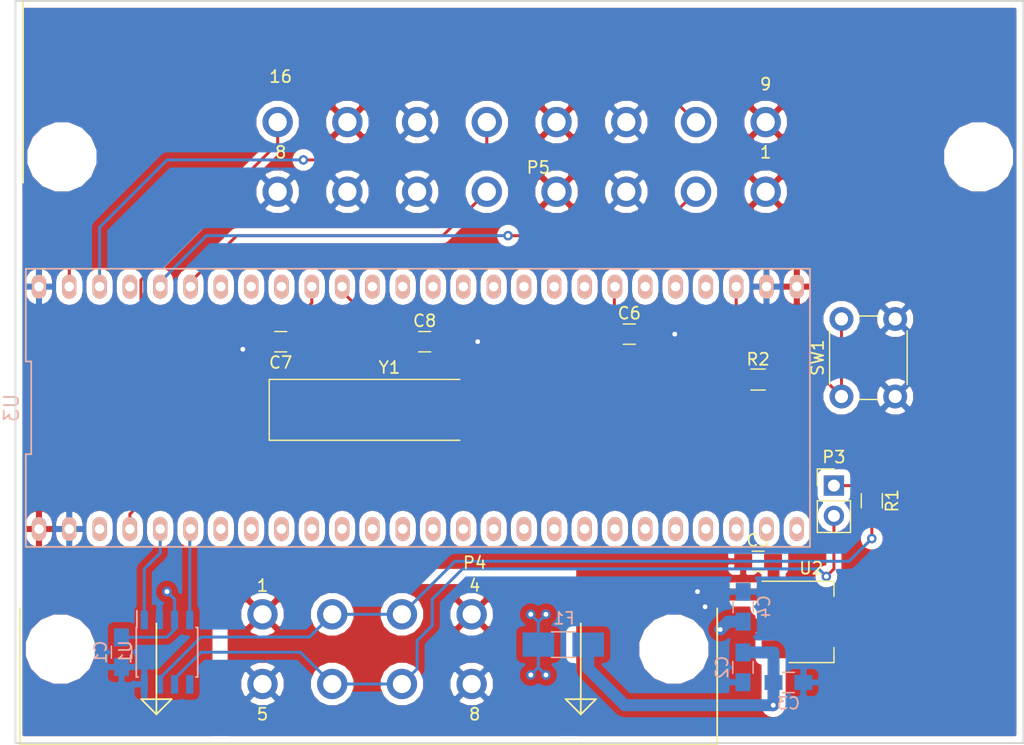
<source format=kicad_pcb>
(kicad_pcb (version 20170123) (host pcbnew "(2017-03-04 revision f18196186)-makepkg")

  (general
    (links 63)
    (no_connects 0)
    (area 94.943 66.399999 181.250001 129.307001)
    (thickness 1.6)
    (drawings 6)
    (tracks 135)
    (zones 0)
    (modules 19)
    (nets 19)
  )

  (page A4)
  (layers
    (0 F.Cu signal)
    (31 B.Cu signal)
    (32 B.Adhes user)
    (33 F.Adhes user)
    (34 B.Paste user)
    (35 F.Paste user)
    (36 B.SilkS user)
    (37 F.SilkS user)
    (38 B.Mask user)
    (39 F.Mask user)
    (40 Dwgs.User user)
    (41 Cmts.User user)
    (42 Eco1.User user)
    (43 Eco2.User user)
    (44 Edge.Cuts user)
    (45 Margin user)
    (46 B.CrtYd user)
    (47 F.CrtYd user)
    (48 B.Fab user)
    (49 F.Fab user)
  )

  (setup
    (last_trace_width 0.25)
    (trace_clearance 0.2)
    (zone_clearance 0.508)
    (zone_45_only no)
    (trace_min 0.2)
    (segment_width 0.2)
    (edge_width 0.15)
    (via_size 0.8)
    (via_drill 0.4)
    (via_min_size 0.4)
    (via_min_drill 0.3)
    (uvia_size 0.3)
    (uvia_drill 0.1)
    (uvias_allowed no)
    (uvia_min_size 0.2)
    (uvia_min_drill 0.1)
    (pcb_text_width 0.3)
    (pcb_text_size 1.5 1.5)
    (mod_edge_width 0.15)
    (mod_text_size 1 1)
    (mod_text_width 0.15)
    (pad_size 1.524 1.524)
    (pad_drill 0.762)
    (pad_to_mask_clearance 0.2)
    (aux_axis_origin 0 0)
    (visible_elements 7FFFFFFF)
    (pcbplotparams
      (layerselection 0x00030_ffffffff)
      (usegerberextensions false)
      (excludeedgelayer true)
      (linewidth 0.100000)
      (plotframeref false)
      (viasonmask false)
      (mode 1)
      (useauxorigin false)
      (hpglpennumber 1)
      (hpglpenspeed 20)
      (hpglpendiameter 15)
      (psnegative false)
      (psa4output false)
      (plotreference true)
      (plotvalue true)
      (plotinvisibletext false)
      (padsonsilk false)
      (subtractmaskfromsilk false)
      (outputformat 1)
      (mirror false)
      (drillshape 1)
      (scaleselection 1)
      (outputdirectory ""))
  )

  (net 0 "")
  (net 1 +5V)
  (net 2 GND)
  (net 3 +12V)
  (net 4 "Net-(C6-Pad1)")
  (net 5 "Net-(C7-Pad1)")
  (net 6 "Net-(C8-Pad1)")
  (net 7 /CAN_L)
  (net 8 "Net-(P3-Pad1)")
  (net 9 /S1)
  (net 10 /S2)
  (net 11 /H1)
  (net 12 /S3)
  (net 13 /S4)
  (net 14 /CAN_H)
  (net 15 "Net-(R2-Pad1)")
  (net 16 /CAN_RX)
  (net 17 /CAN_TX)
  (net 18 "Net-(C2-Pad1)")

  (net_class Default "This is the default net class."
    (clearance 0.2)
    (trace_width 0.25)
    (via_dia 0.8)
    (via_drill 0.4)
    (uvia_dia 0.3)
    (uvia_drill 0.1)
    (add_net +12V)
    (add_net +5V)
    (add_net /CAN_H)
    (add_net /CAN_L)
    (add_net /CAN_RX)
    (add_net /CAN_TX)
    (add_net /H1)
    (add_net /S1)
    (add_net /S2)
    (add_net /S3)
    (add_net /S4)
    (add_net GND)
    (add_net "Net-(C2-Pad1)")
    (add_net "Net-(C6-Pad1)")
    (add_net "Net-(C7-Pad1)")
    (add_net "Net-(C8-Pad1)")
    (add_net "Net-(P3-Pad1)")
    (add_net "Net-(R2-Pad1)")
  )

  (module UNCAMotorsports:MX150_8Pin (layer F.Cu) (tedit 58BDBF75) (tstamp 58BC8670)
    (at 117.221 123.952)
    (path /58BD5DFF)
    (fp_text reference P4 (at 17.78 -10.16) (layer F.SilkS)
      (effects (font (size 1 1) (thickness 0.15)))
    )
    (fp_text value MX150_8 (at -2.54 -10.16) (layer F.Fab)
      (effects (font (size 1 1) (thickness 0.15)))
    )
    (fp_line (start 26.67 2.54) (end 26.67 2.54) (layer F.SilkS) (width 0.15))
    (fp_line (start 27.94 1.27) (end 26.67 2.54) (layer F.SilkS) (width 0.15))
    (fp_line (start 25.4 1.27) (end 27.94 1.27) (layer F.SilkS) (width 0.15))
    (fp_line (start 26.67 2.54) (end 25.4 1.27) (layer F.SilkS) (width 0.15))
    (fp_line (start 26.67 -5.08) (end 26.67 2.54) (layer F.SilkS) (width 0.15))
    (fp_line (start -8.89 2.54) (end -8.89 2.54) (layer F.SilkS) (width 0.15))
    (fp_line (start -7.62 1.27) (end -8.89 2.54) (layer F.SilkS) (width 0.15))
    (fp_line (start -10.16 1.27) (end -7.62 1.27) (layer F.SilkS) (width 0.15))
    (fp_line (start -8.89 2.54) (end -10.16 1.27) (layer F.SilkS) (width 0.15))
    (fp_line (start -8.89 -5.08) (end -8.89 2.54) (layer F.SilkS) (width 0.15))
    (fp_text user 4 (at 17.78 -8.255) (layer F.SilkS)
      (effects (font (size 1 1) (thickness 0.15)))
    )
    (fp_text user 1 (at 0 -8.255) (layer F.SilkS)
      (effects (font (size 1 1) (thickness 0.15)))
    )
    (fp_text user 8 (at 17.78 2.54) (layer F.SilkS)
      (effects (font (size 1 1) (thickness 0.15)))
    )
    (fp_text user 5 (at 0 2.54) (layer F.SilkS)
      (effects (font (size 1 1) (thickness 0.15)))
    )
    (fp_line (start 38.1 5.08) (end 38.1 -6.35) (layer F.SilkS) (width 0.15))
    (fp_line (start -20.32 5.08) (end 38.1 5.08) (layer F.SilkS) (width 0.15))
    (fp_line (start -20.32 -6.35) (end -20.32 5.08) (layer F.SilkS) (width 0.15))
    (pad "" np_thru_hole circle (at 34.4678 -2.921) (size 4.7752 4.7752) (drill 4.7752) (layers *.Cu *.Mask))
    (pad "" np_thru_hole circle (at -16.9418 -2.921) (size 4.7752 4.7752) (drill 4.7752) (layers *.Cu *.Mask))
    (pad 4 thru_hole circle (at 17.526 -5.842) (size 2.54 2.54) (drill 1.524) (layers *.Cu *.Mask)
      (net 3 +12V))
    (pad 3 thru_hole circle (at 11.684 -5.842) (size 2.54 2.54) (drill 1.524) (layers *.Cu *.Mask)
      (net 14 /CAN_H))
    (pad 2 thru_hole circle (at 5.842 -5.842) (size 2.54 2.54) (drill 1.524) (layers *.Cu *.Mask)
      (net 14 /CAN_H))
    (pad 1 thru_hole circle (at 0 -5.842) (size 2.54 2.54) (drill 1.524) (layers *.Cu *.Mask)
      (net 3 +12V))
    (pad 8 thru_hole circle (at 17.526 0) (size 2.54 2.54) (drill 1.524) (layers *.Cu *.Mask)
      (net 2 GND))
    (pad 7 thru_hole circle (at 11.684 0) (size 2.54 2.54) (drill 1.524) (layers *.Cu *.Mask)
      (net 7 /CAN_L))
    (pad 6 thru_hole circle (at 5.842 0) (size 2.54 2.54) (drill 1.524) (layers *.Cu *.Mask)
      (net 7 /CAN_L))
    (pad 5 thru_hole circle (at 0 0) (size 2.54 2.54) (drill 1.524) (layers *.Cu *.Mask)
      (net 2 GND))
  )

  (module Capacitors_SMD:C_0805_HandSoldering (layer B.Cu) (tedit 58AA84A8) (tstamp 58BC8632)
    (at 105.41 121.285 270)
    (descr "Capacitor SMD 0805, hand soldering")
    (tags "capacitor 0805")
    (path /58B78755)
    (attr smd)
    (fp_text reference C1 (at 0 1.75 270) (layer B.SilkS)
      (effects (font (size 1 1) (thickness 0.15)) (justify mirror))
    )
    (fp_text value 1u (at 0 -1.75 270) (layer B.Fab)
      (effects (font (size 1 1) (thickness 0.15)) (justify mirror))
    )
    (fp_text user %R (at 0 1.75 270) (layer B.Fab)
      (effects (font (size 1 1) (thickness 0.15)) (justify mirror))
    )
    (fp_line (start -1 -0.62) (end -1 0.62) (layer B.Fab) (width 0.1))
    (fp_line (start 1 -0.62) (end -1 -0.62) (layer B.Fab) (width 0.1))
    (fp_line (start 1 0.62) (end 1 -0.62) (layer B.Fab) (width 0.1))
    (fp_line (start -1 0.62) (end 1 0.62) (layer B.Fab) (width 0.1))
    (fp_line (start 0.5 0.85) (end -0.5 0.85) (layer B.SilkS) (width 0.12))
    (fp_line (start -0.5 -0.85) (end 0.5 -0.85) (layer B.SilkS) (width 0.12))
    (fp_line (start -2.25 0.88) (end 2.25 0.88) (layer B.CrtYd) (width 0.05))
    (fp_line (start -2.25 0.88) (end -2.25 -0.87) (layer B.CrtYd) (width 0.05))
    (fp_line (start 2.25 -0.87) (end 2.25 0.88) (layer B.CrtYd) (width 0.05))
    (fp_line (start 2.25 -0.87) (end -2.25 -0.87) (layer B.CrtYd) (width 0.05))
    (pad 1 smd rect (at -1.25 0 270) (size 1.5 1.25) (layers B.Cu B.Paste B.Mask)
      (net 1 +5V))
    (pad 2 smd rect (at 1.25 0 270) (size 1.5 1.25) (layers B.Cu B.Paste B.Mask)
      (net 2 GND))
    (model Capacitors_SMD.3dshapes/C_0805.wrl
      (at (xyz 0 0 0))
      (scale (xyz 1 1 1))
      (rotate (xyz 0 0 0))
    )
  )

  (module Capacitors_SMD:C_0805_HandSoldering (layer B.Cu) (tedit 58AA84A8) (tstamp 58BC8638)
    (at 157.48 122.555 270)
    (descr "Capacitor SMD 0805, hand soldering")
    (tags "capacitor 0805")
    (path /58B77FDA)
    (attr smd)
    (fp_text reference C2 (at 0 1.75 270) (layer B.SilkS)
      (effects (font (size 1 1) (thickness 0.15)) (justify mirror))
    )
    (fp_text value 10u (at 0 -1.75 270) (layer B.Fab)
      (effects (font (size 1 1) (thickness 0.15)) (justify mirror))
    )
    (fp_text user %R (at 0 1.75 270) (layer B.Fab)
      (effects (font (size 1 1) (thickness 0.15)) (justify mirror))
    )
    (fp_line (start -1 -0.62) (end -1 0.62) (layer B.Fab) (width 0.1))
    (fp_line (start 1 -0.62) (end -1 -0.62) (layer B.Fab) (width 0.1))
    (fp_line (start 1 0.62) (end 1 -0.62) (layer B.Fab) (width 0.1))
    (fp_line (start -1 0.62) (end 1 0.62) (layer B.Fab) (width 0.1))
    (fp_line (start 0.5 0.85) (end -0.5 0.85) (layer B.SilkS) (width 0.12))
    (fp_line (start -0.5 -0.85) (end 0.5 -0.85) (layer B.SilkS) (width 0.12))
    (fp_line (start -2.25 0.88) (end 2.25 0.88) (layer B.CrtYd) (width 0.05))
    (fp_line (start -2.25 0.88) (end -2.25 -0.87) (layer B.CrtYd) (width 0.05))
    (fp_line (start 2.25 -0.87) (end 2.25 0.88) (layer B.CrtYd) (width 0.05))
    (fp_line (start 2.25 -0.87) (end -2.25 -0.87) (layer B.CrtYd) (width 0.05))
    (pad 1 smd rect (at -1.25 0 270) (size 1.5 1.25) (layers B.Cu B.Paste B.Mask)
      (net 18 "Net-(C2-Pad1)"))
    (pad 2 smd rect (at 1.25 0 270) (size 1.5 1.25) (layers B.Cu B.Paste B.Mask)
      (net 2 GND))
    (model Capacitors_SMD.3dshapes/C_0805.wrl
      (at (xyz 0 0 0))
      (scale (xyz 1 1 1))
      (rotate (xyz 0 0 0))
    )
  )

  (module Capacitors_SMD:C_0805_HandSoldering (layer B.Cu) (tedit 58AA84A8) (tstamp 58BC863E)
    (at 161.29 123.825)
    (descr "Capacitor SMD 0805, hand soldering")
    (tags "capacitor 0805")
    (path /58B78024)
    (attr smd)
    (fp_text reference C3 (at 0 1.75) (layer B.SilkS)
      (effects (font (size 1 1) (thickness 0.15)) (justify mirror))
    )
    (fp_text value 1u (at 0 -1.75) (layer B.Fab)
      (effects (font (size 1 1) (thickness 0.15)) (justify mirror))
    )
    (fp_line (start 2.25 -0.87) (end -2.25 -0.87) (layer B.CrtYd) (width 0.05))
    (fp_line (start 2.25 -0.87) (end 2.25 0.88) (layer B.CrtYd) (width 0.05))
    (fp_line (start -2.25 0.88) (end -2.25 -0.87) (layer B.CrtYd) (width 0.05))
    (fp_line (start -2.25 0.88) (end 2.25 0.88) (layer B.CrtYd) (width 0.05))
    (fp_line (start -0.5 -0.85) (end 0.5 -0.85) (layer B.SilkS) (width 0.12))
    (fp_line (start 0.5 0.85) (end -0.5 0.85) (layer B.SilkS) (width 0.12))
    (fp_line (start -1 0.62) (end 1 0.62) (layer B.Fab) (width 0.1))
    (fp_line (start 1 0.62) (end 1 -0.62) (layer B.Fab) (width 0.1))
    (fp_line (start 1 -0.62) (end -1 -0.62) (layer B.Fab) (width 0.1))
    (fp_line (start -1 -0.62) (end -1 0.62) (layer B.Fab) (width 0.1))
    (fp_text user %R (at 0 1.75) (layer B.Fab)
      (effects (font (size 1 1) (thickness 0.15)) (justify mirror))
    )
    (pad 2 smd rect (at 1.25 0) (size 1.5 1.25) (layers B.Cu B.Paste B.Mask)
      (net 2 GND))
    (pad 1 smd rect (at -1.25 0) (size 1.5 1.25) (layers B.Cu B.Paste B.Mask)
      (net 18 "Net-(C2-Pad1)"))
    (model Capacitors_SMD.3dshapes/C_0805.wrl
      (at (xyz 0 0 0))
      (scale (xyz 1 1 1))
      (rotate (xyz 0 0 0))
    )
  )

  (module Capacitors_SMD:C_0805_HandSoldering (layer B.Cu) (tedit 58AA84A8) (tstamp 58BC8644)
    (at 157.5 117.475 90)
    (descr "Capacitor SMD 0805, hand soldering")
    (tags "capacitor 0805")
    (path /58B7804C)
    (attr smd)
    (fp_text reference C4 (at 0 1.75 90) (layer B.SilkS)
      (effects (font (size 1 1) (thickness 0.15)) (justify mirror))
    )
    (fp_text value 10u (at 0 -1.75 90) (layer B.Fab)
      (effects (font (size 1 1) (thickness 0.15)) (justify mirror))
    )
    (fp_text user %R (at 0 1.75 90) (layer B.Fab)
      (effects (font (size 1 1) (thickness 0.15)) (justify mirror))
    )
    (fp_line (start -1 -0.62) (end -1 0.62) (layer B.Fab) (width 0.1))
    (fp_line (start 1 -0.62) (end -1 -0.62) (layer B.Fab) (width 0.1))
    (fp_line (start 1 0.62) (end 1 -0.62) (layer B.Fab) (width 0.1))
    (fp_line (start -1 0.62) (end 1 0.62) (layer B.Fab) (width 0.1))
    (fp_line (start 0.5 0.85) (end -0.5 0.85) (layer B.SilkS) (width 0.12))
    (fp_line (start -0.5 -0.85) (end 0.5 -0.85) (layer B.SilkS) (width 0.12))
    (fp_line (start -2.25 0.88) (end 2.25 0.88) (layer B.CrtYd) (width 0.05))
    (fp_line (start -2.25 0.88) (end -2.25 -0.87) (layer B.CrtYd) (width 0.05))
    (fp_line (start 2.25 -0.87) (end 2.25 0.88) (layer B.CrtYd) (width 0.05))
    (fp_line (start 2.25 -0.87) (end -2.25 -0.87) (layer B.CrtYd) (width 0.05))
    (pad 1 smd rect (at -1.25 0 90) (size 1.5 1.25) (layers B.Cu B.Paste B.Mask)
      (net 1 +5V))
    (pad 2 smd rect (at 1.25 0 90) (size 1.5 1.25) (layers B.Cu B.Paste B.Mask)
      (net 2 GND))
    (model Capacitors_SMD.3dshapes/C_0805.wrl
      (at (xyz 0 0 0))
      (scale (xyz 1 1 1))
      (rotate (xyz 0 0 0))
    )
  )

  (module Capacitors_SMD:C_0805_HandSoldering (layer F.Cu) (tedit 58AA84A8) (tstamp 58BC864A)
    (at 158.75 113.665)
    (descr "Capacitor SMD 0805, hand soldering")
    (tags "capacitor 0805")
    (path /58B7807E)
    (attr smd)
    (fp_text reference C5 (at 0 -1.75) (layer F.SilkS)
      (effects (font (size 1 1) (thickness 0.15)))
    )
    (fp_text value 1u (at 0 1.75) (layer F.Fab)
      (effects (font (size 1 1) (thickness 0.15)))
    )
    (fp_line (start 2.25 0.87) (end -2.25 0.87) (layer F.CrtYd) (width 0.05))
    (fp_line (start 2.25 0.87) (end 2.25 -0.88) (layer F.CrtYd) (width 0.05))
    (fp_line (start -2.25 -0.88) (end -2.25 0.87) (layer F.CrtYd) (width 0.05))
    (fp_line (start -2.25 -0.88) (end 2.25 -0.88) (layer F.CrtYd) (width 0.05))
    (fp_line (start -0.5 0.85) (end 0.5 0.85) (layer F.SilkS) (width 0.12))
    (fp_line (start 0.5 -0.85) (end -0.5 -0.85) (layer F.SilkS) (width 0.12))
    (fp_line (start -1 -0.62) (end 1 -0.62) (layer F.Fab) (width 0.1))
    (fp_line (start 1 -0.62) (end 1 0.62) (layer F.Fab) (width 0.1))
    (fp_line (start 1 0.62) (end -1 0.62) (layer F.Fab) (width 0.1))
    (fp_line (start -1 0.62) (end -1 -0.62) (layer F.Fab) (width 0.1))
    (fp_text user %R (at 0 -1.75) (layer F.Fab)
      (effects (font (size 1 1) (thickness 0.15)))
    )
    (pad 2 smd rect (at 1.25 0) (size 1.5 1.25) (layers F.Cu F.Paste F.Mask)
      (net 2 GND))
    (pad 1 smd rect (at -1.25 0) (size 1.5 1.25) (layers F.Cu F.Paste F.Mask)
      (net 1 +5V))
    (model Capacitors_SMD.3dshapes/C_0805.wrl
      (at (xyz 0 0 0))
      (scale (xyz 1 1 1))
      (rotate (xyz 0 0 0))
    )
  )

  (module Capacitors_SMD:C_0805_HandSoldering (layer F.Cu) (tedit 58AA84A8) (tstamp 58BC8650)
    (at 147.955 94.615)
    (descr "Capacitor SMD 0805, hand soldering")
    (tags "capacitor 0805")
    (path /58BA105A)
    (attr smd)
    (fp_text reference C6 (at 0 -1.75) (layer F.SilkS)
      (effects (font (size 1 1) (thickness 0.15)))
    )
    (fp_text value 1uF (at 0 1.75) (layer F.Fab)
      (effects (font (size 1 1) (thickness 0.15)))
    )
    (fp_text user %R (at 0 -1.75) (layer F.Fab)
      (effects (font (size 1 1) (thickness 0.15)))
    )
    (fp_line (start -1 0.62) (end -1 -0.62) (layer F.Fab) (width 0.1))
    (fp_line (start 1 0.62) (end -1 0.62) (layer F.Fab) (width 0.1))
    (fp_line (start 1 -0.62) (end 1 0.62) (layer F.Fab) (width 0.1))
    (fp_line (start -1 -0.62) (end 1 -0.62) (layer F.Fab) (width 0.1))
    (fp_line (start 0.5 -0.85) (end -0.5 -0.85) (layer F.SilkS) (width 0.12))
    (fp_line (start -0.5 0.85) (end 0.5 0.85) (layer F.SilkS) (width 0.12))
    (fp_line (start -2.25 -0.88) (end 2.25 -0.88) (layer F.CrtYd) (width 0.05))
    (fp_line (start -2.25 -0.88) (end -2.25 0.87) (layer F.CrtYd) (width 0.05))
    (fp_line (start 2.25 0.87) (end 2.25 -0.88) (layer F.CrtYd) (width 0.05))
    (fp_line (start 2.25 0.87) (end -2.25 0.87) (layer F.CrtYd) (width 0.05))
    (pad 1 smd rect (at -1.25 0) (size 1.5 1.25) (layers F.Cu F.Paste F.Mask)
      (net 4 "Net-(C6-Pad1)"))
    (pad 2 smd rect (at 1.25 0) (size 1.5 1.25) (layers F.Cu F.Paste F.Mask)
      (net 2 GND))
    (model Capacitors_SMD.3dshapes/C_0805.wrl
      (at (xyz 0 0 0))
      (scale (xyz 1 1 1))
      (rotate (xyz 0 0 0))
    )
  )

  (module Capacitors_SMD:C_0805_HandSoldering (layer F.Cu) (tedit 58AA84A8) (tstamp 58BC8656)
    (at 118.745 95.25 180)
    (descr "Capacitor SMD 0805, hand soldering")
    (tags "capacitor 0805")
    (path /58BA0BEC)
    (attr smd)
    (fp_text reference C7 (at 0 -1.75 180) (layer F.SilkS)
      (effects (font (size 1 1) (thickness 0.15)))
    )
    (fp_text value 27pF (at 0 1.75 180) (layer F.Fab)
      (effects (font (size 1 1) (thickness 0.15)))
    )
    (fp_line (start 2.25 0.87) (end -2.25 0.87) (layer F.CrtYd) (width 0.05))
    (fp_line (start 2.25 0.87) (end 2.25 -0.88) (layer F.CrtYd) (width 0.05))
    (fp_line (start -2.25 -0.88) (end -2.25 0.87) (layer F.CrtYd) (width 0.05))
    (fp_line (start -2.25 -0.88) (end 2.25 -0.88) (layer F.CrtYd) (width 0.05))
    (fp_line (start -0.5 0.85) (end 0.5 0.85) (layer F.SilkS) (width 0.12))
    (fp_line (start 0.5 -0.85) (end -0.5 -0.85) (layer F.SilkS) (width 0.12))
    (fp_line (start -1 -0.62) (end 1 -0.62) (layer F.Fab) (width 0.1))
    (fp_line (start 1 -0.62) (end 1 0.62) (layer F.Fab) (width 0.1))
    (fp_line (start 1 0.62) (end -1 0.62) (layer F.Fab) (width 0.1))
    (fp_line (start -1 0.62) (end -1 -0.62) (layer F.Fab) (width 0.1))
    (fp_text user %R (at 0 -1.75 180) (layer F.Fab)
      (effects (font (size 1 1) (thickness 0.15)))
    )
    (pad 2 smd rect (at 1.25 0 180) (size 1.5 1.25) (layers F.Cu F.Paste F.Mask)
      (net 2 GND))
    (pad 1 smd rect (at -1.25 0 180) (size 1.5 1.25) (layers F.Cu F.Paste F.Mask)
      (net 5 "Net-(C7-Pad1)"))
    (model Capacitors_SMD.3dshapes/C_0805.wrl
      (at (xyz 0 0 0))
      (scale (xyz 1 1 1))
      (rotate (xyz 0 0 0))
    )
  )

  (module Capacitors_SMD:C_0805_HandSoldering (layer F.Cu) (tedit 58AA84A8) (tstamp 58BC865C)
    (at 130.81 95.25)
    (descr "Capacitor SMD 0805, hand soldering")
    (tags "capacitor 0805")
    (path /58BA0C22)
    (attr smd)
    (fp_text reference C8 (at 0 -1.75) (layer F.SilkS)
      (effects (font (size 1 1) (thickness 0.15)))
    )
    (fp_text value 27pF (at 0 1.75) (layer F.Fab)
      (effects (font (size 1 1) (thickness 0.15)))
    )
    (fp_line (start 2.25 0.87) (end -2.25 0.87) (layer F.CrtYd) (width 0.05))
    (fp_line (start 2.25 0.87) (end 2.25 -0.88) (layer F.CrtYd) (width 0.05))
    (fp_line (start -2.25 -0.88) (end -2.25 0.87) (layer F.CrtYd) (width 0.05))
    (fp_line (start -2.25 -0.88) (end 2.25 -0.88) (layer F.CrtYd) (width 0.05))
    (fp_line (start -0.5 0.85) (end 0.5 0.85) (layer F.SilkS) (width 0.12))
    (fp_line (start 0.5 -0.85) (end -0.5 -0.85) (layer F.SilkS) (width 0.12))
    (fp_line (start -1 -0.62) (end 1 -0.62) (layer F.Fab) (width 0.1))
    (fp_line (start 1 -0.62) (end 1 0.62) (layer F.Fab) (width 0.1))
    (fp_line (start 1 0.62) (end -1 0.62) (layer F.Fab) (width 0.1))
    (fp_line (start -1 0.62) (end -1 -0.62) (layer F.Fab) (width 0.1))
    (fp_text user %R (at 0 -1.75) (layer F.Fab)
      (effects (font (size 1 1) (thickness 0.15)))
    )
    (pad 2 smd rect (at 1.25 0) (size 1.5 1.25) (layers F.Cu F.Paste F.Mask)
      (net 2 GND))
    (pad 1 smd rect (at -1.25 0) (size 1.5 1.25) (layers F.Cu F.Paste F.Mask)
      (net 6 "Net-(C8-Pad1)"))
    (model Capacitors_SMD.3dshapes/C_0805.wrl
      (at (xyz 0 0 0))
      (scale (xyz 1 1 1))
      (rotate (xyz 0 0 0))
    )
  )

  (module Pin_Headers:Pin_Header_Straight_1x02_Pitch2.54mm (layer F.Cu) (tedit 5862ED52) (tstamp 58BC8662)
    (at 165.1 107.315)
    (descr "Through hole straight pin header, 1x02, 2.54mm pitch, single row")
    (tags "Through hole pin header THT 1x02 2.54mm single row")
    (path /58BA1376)
    (fp_text reference P3 (at 0 -2.39) (layer F.SilkS)
      (effects (font (size 1 1) (thickness 0.15)))
    )
    (fp_text value CAN_Terminate (at 0 4.93) (layer F.Fab)
      (effects (font (size 1 1) (thickness 0.15)))
    )
    (fp_line (start 1.6 -1.6) (end -1.6 -1.6) (layer F.CrtYd) (width 0.05))
    (fp_line (start 1.6 4.1) (end 1.6 -1.6) (layer F.CrtYd) (width 0.05))
    (fp_line (start -1.6 4.1) (end 1.6 4.1) (layer F.CrtYd) (width 0.05))
    (fp_line (start -1.6 -1.6) (end -1.6 4.1) (layer F.CrtYd) (width 0.05))
    (fp_line (start -1.39 -1.39) (end 0 -1.39) (layer F.SilkS) (width 0.12))
    (fp_line (start -1.39 0) (end -1.39 -1.39) (layer F.SilkS) (width 0.12))
    (fp_line (start 1.39 1.27) (end -1.39 1.27) (layer F.SilkS) (width 0.12))
    (fp_line (start 1.39 3.93) (end 1.39 1.27) (layer F.SilkS) (width 0.12))
    (fp_line (start -1.39 3.93) (end 1.39 3.93) (layer F.SilkS) (width 0.12))
    (fp_line (start -1.39 1.27) (end -1.39 3.93) (layer F.SilkS) (width 0.12))
    (fp_line (start 1.27 -1.27) (end -1.27 -1.27) (layer F.Fab) (width 0.1))
    (fp_line (start 1.27 3.81) (end 1.27 -1.27) (layer F.Fab) (width 0.1))
    (fp_line (start -1.27 3.81) (end 1.27 3.81) (layer F.Fab) (width 0.1))
    (fp_line (start -1.27 -1.27) (end -1.27 3.81) (layer F.Fab) (width 0.1))
    (pad 2 thru_hole oval (at 0 2.54) (size 1.7 1.7) (drill 1) (layers *.Cu *.Mask)
      (net 7 /CAN_L))
    (pad 1 thru_hole rect (at 0 0) (size 1.7 1.7) (drill 1) (layers *.Cu *.Mask)
      (net 8 "Net-(P3-Pad1)"))
    (model Pin_Headers.3dshapes/Pin_Header_Straight_1x02_Pitch2.54mm.wrl
      (at (xyz 0 -0.05 0))
      (scale (xyz 1 1 1))
      (rotate (xyz 0 0 90))
    )
  )

  (module UNCAMotorsports:MX150_16pin (layer F.Cu) (tedit 58B781E2) (tstamp 58BC8686)
    (at 159.385 76.835 180)
    (path /58BD2E1F)
    (fp_text reference P5 (at 19.05 -3.81 180) (layer F.SilkS)
      (effects (font (size 1 1) (thickness 0.15)))
    )
    (fp_text value MX150_16 (at 2.54 -3.81 180) (layer F.Fab)
      (effects (font (size 1 1) (thickness 0.15)))
    )
    (fp_text user 1 (at 0 -2.54 180) (layer F.SilkS)
      (effects (font (size 1 1) (thickness 0.15)))
    )
    (fp_text user 8 (at 40.64 -2.54 180) (layer F.SilkS)
      (effects (font (size 1 1) (thickness 0.15)))
    )
    (fp_text user 9 (at 0 3.175 180) (layer F.SilkS)
      (effects (font (size 1 1) (thickness 0.15)))
    )
    (fp_text user 16 (at 40.64 3.81 180) (layer F.SilkS)
      (effects (font (size 1 1) (thickness 0.15)))
    )
    (fp_line (start 62.23 10.16) (end -21.59 10.16) (layer F.SilkS) (width 0.15))
    (fp_line (start -21.59 10.16) (end -21.59 -5.842) (layer F.SilkS) (width 0.15))
    (fp_line (start 62.23 10.16) (end 62.23 -5.08) (layer F.SilkS) (width 0.15))
    (pad 1 thru_hole circle (at 0 0 180) (size 2.54 2.54) (drill 1.524) (layers *.Cu *.Mask)
      (net 1 +5V))
    (pad 2 thru_hole circle (at 5.842 0 180) (size 2.54 2.54) (drill 1.524) (layers *.Cu *.Mask)
      (net 9 /S1))
    (pad 3 thru_hole circle (at 11.684 0 180) (size 2.54 2.54) (drill 1.524) (layers *.Cu *.Mask)
      (net 2 GND))
    (pad 4 thru_hole circle (at 17.526 0 180) (size 2.54 2.54) (drill 1.524) (layers *.Cu *.Mask)
      (net 1 +5V))
    (pad 5 thru_hole circle (at 23.368 0 180) (size 2.54 2.54) (drill 1.524) (layers *.Cu *.Mask)
      (net 10 /S2))
    (pad 6 thru_hole circle (at 29.21 0 180) (size 2.54 2.54) (drill 1.524) (layers *.Cu *.Mask)
      (net 2 GND))
    (pad 7 thru_hole circle (at 35.052 0 180) (size 2.54 2.54) (drill 1.524) (layers *.Cu *.Mask)
      (net 1 +5V))
    (pad 8 thru_hole circle (at 40.894 0 180) (size 2.54 2.54) (drill 1.524) (layers *.Cu *.Mask)
      (net 11 /H1))
    (pad 9 thru_hole circle (at 0 -5.842 180) (size 2.54 2.54) (drill 1.524) (layers *.Cu *.Mask)
      (net 1 +5V))
    (pad 10 thru_hole circle (at 5.842 -5.842 180) (size 2.54 2.54) (drill 1.524) (layers *.Cu *.Mask)
      (net 12 /S3))
    (pad 11 thru_hole circle (at 11.684 -5.842 180) (size 2.54 2.54) (drill 1.524) (layers *.Cu *.Mask)
      (net 2 GND))
    (pad 12 thru_hole circle (at 17.526 -5.842 180) (size 2.54 2.54) (drill 1.524) (layers *.Cu *.Mask)
      (net 1 +5V))
    (pad 13 thru_hole circle (at 23.368 -5.842 180) (size 2.54 2.54) (drill 1.524) (layers *.Cu *.Mask)
      (net 13 /S4))
    (pad 14 thru_hole circle (at 29.21 -5.842 180) (size 2.54 2.54) (drill 1.524) (layers *.Cu *.Mask)
      (net 2 GND))
    (pad 15 thru_hole circle (at 35.052 -5.842 180) (size 2.54 2.54) (drill 1.524) (layers *.Cu *.Mask)
      (net 2 GND))
    (pad 16 thru_hole circle (at 40.894 -5.842 180) (size 2.54 2.54) (drill 1.524) (layers *.Cu *.Mask)
      (net 2 GND))
    (pad "" np_thru_hole circle (at -17.8435 -2.921 180) (size 4.7752 4.7752) (drill 4.7752) (layers *.Cu *.Mask))
    (pad "" np_thru_hole circle (at 58.9661 -2.921 180) (size 4.7752 4.7752) (drill 4.7752) (layers *.Cu *.Mask))
  )

  (module Resistors_SMD:R_0805_HandSoldering (layer F.Cu) (tedit 58AADA1D) (tstamp 58BC868C)
    (at 168.275 108.585 270)
    (descr "Resistor SMD 0805, hand soldering")
    (tags "resistor 0805")
    (path /58BA14DC)
    (attr smd)
    (fp_text reference R1 (at 0 -1.7 270) (layer F.SilkS)
      (effects (font (size 1 1) (thickness 0.15)))
    )
    (fp_text value 120 (at 0 1.75 270) (layer F.Fab)
      (effects (font (size 1 1) (thickness 0.15)))
    )
    (fp_text user %R (at 0 -1.7 270) (layer F.Fab)
      (effects (font (size 1 1) (thickness 0.15)))
    )
    (fp_line (start -1 0.62) (end -1 -0.62) (layer F.Fab) (width 0.1))
    (fp_line (start 1 0.62) (end -1 0.62) (layer F.Fab) (width 0.1))
    (fp_line (start 1 -0.62) (end 1 0.62) (layer F.Fab) (width 0.1))
    (fp_line (start -1 -0.62) (end 1 -0.62) (layer F.Fab) (width 0.1))
    (fp_line (start 0.6 0.88) (end -0.6 0.88) (layer F.SilkS) (width 0.12))
    (fp_line (start -0.6 -0.88) (end 0.6 -0.88) (layer F.SilkS) (width 0.12))
    (fp_line (start -2.35 -0.9) (end 2.35 -0.9) (layer F.CrtYd) (width 0.05))
    (fp_line (start -2.35 -0.9) (end -2.35 0.9) (layer F.CrtYd) (width 0.05))
    (fp_line (start 2.35 0.9) (end 2.35 -0.9) (layer F.CrtYd) (width 0.05))
    (fp_line (start 2.35 0.9) (end -2.35 0.9) (layer F.CrtYd) (width 0.05))
    (pad 1 smd rect (at -1.35 0 270) (size 1.5 1.3) (layers F.Cu F.Paste F.Mask)
      (net 8 "Net-(P3-Pad1)"))
    (pad 2 smd rect (at 1.35 0 270) (size 1.5 1.3) (layers F.Cu F.Paste F.Mask)
      (net 14 /CAN_H))
    (model Resistors_SMD.3dshapes/R_0805.wrl
      (at (xyz 0 0 0))
      (scale (xyz 1 1 1))
      (rotate (xyz 0 0 0))
    )
  )

  (module Resistors_SMD:R_0805_HandSoldering (layer F.Cu) (tedit 58AADA1D) (tstamp 58BC8692)
    (at 158.75 98.425)
    (descr "Resistor SMD 0805, hand soldering")
    (tags "resistor 0805")
    (path /58BCBE2D)
    (attr smd)
    (fp_text reference R2 (at 0 -1.7) (layer F.SilkS)
      (effects (font (size 1 1) (thickness 0.15)))
    )
    (fp_text value 1k (at 0 1.75) (layer F.Fab)
      (effects (font (size 1 1) (thickness 0.15)))
    )
    (fp_line (start 2.35 0.9) (end -2.35 0.9) (layer F.CrtYd) (width 0.05))
    (fp_line (start 2.35 0.9) (end 2.35 -0.9) (layer F.CrtYd) (width 0.05))
    (fp_line (start -2.35 -0.9) (end -2.35 0.9) (layer F.CrtYd) (width 0.05))
    (fp_line (start -2.35 -0.9) (end 2.35 -0.9) (layer F.CrtYd) (width 0.05))
    (fp_line (start -0.6 -0.88) (end 0.6 -0.88) (layer F.SilkS) (width 0.12))
    (fp_line (start 0.6 0.88) (end -0.6 0.88) (layer F.SilkS) (width 0.12))
    (fp_line (start -1 -0.62) (end 1 -0.62) (layer F.Fab) (width 0.1))
    (fp_line (start 1 -0.62) (end 1 0.62) (layer F.Fab) (width 0.1))
    (fp_line (start 1 0.62) (end -1 0.62) (layer F.Fab) (width 0.1))
    (fp_line (start -1 0.62) (end -1 -0.62) (layer F.Fab) (width 0.1))
    (fp_text user %R (at 0 -1.7) (layer F.Fab)
      (effects (font (size 1 1) (thickness 0.15)))
    )
    (pad 2 smd rect (at 1.35 0) (size 1.5 1.3) (layers F.Cu F.Paste F.Mask)
      (net 1 +5V))
    (pad 1 smd rect (at -1.35 0) (size 1.5 1.3) (layers F.Cu F.Paste F.Mask)
      (net 15 "Net-(R2-Pad1)"))
    (model Resistors_SMD.3dshapes/R_0805.wrl
      (at (xyz 0 0 0))
      (scale (xyz 1 1 1))
      (rotate (xyz 0 0 0))
    )
  )

  (module Buttons_Switches_ThroughHole:SW_PUSH_6mm (layer F.Cu) (tedit 58134C96) (tstamp 58BC869A)
    (at 165.735 99.845 90)
    (descr https://www.omron.com/ecb/products/pdf/en-b3f.pdf)
    (tags "tact sw push 6mm")
    (path /58BA0412)
    (fp_text reference SW1 (at 3.25 -2 90) (layer F.SilkS)
      (effects (font (size 1 1) (thickness 0.15)))
    )
    (fp_text value SW_Push (at 3.75 6.7 90) (layer F.Fab)
      (effects (font (size 1 1) (thickness 0.15)))
    )
    (fp_circle (center 3.25 2.25) (end 1.25 2.5) (layer F.Fab) (width 0.1))
    (fp_line (start 6.75 3) (end 6.75 1.5) (layer F.SilkS) (width 0.12))
    (fp_line (start 5.5 -1) (end 1 -1) (layer F.SilkS) (width 0.12))
    (fp_line (start -0.25 1.5) (end -0.25 3) (layer F.SilkS) (width 0.12))
    (fp_line (start 1 5.5) (end 5.5 5.5) (layer F.SilkS) (width 0.12))
    (fp_line (start 8 -1.25) (end 8 5.75) (layer F.CrtYd) (width 0.05))
    (fp_line (start 7.75 6) (end -1.25 6) (layer F.CrtYd) (width 0.05))
    (fp_line (start -1.5 5.75) (end -1.5 -1.25) (layer F.CrtYd) (width 0.05))
    (fp_line (start -1.25 -1.5) (end 7.75 -1.5) (layer F.CrtYd) (width 0.05))
    (fp_line (start -1.5 6) (end -1.25 6) (layer F.CrtYd) (width 0.05))
    (fp_line (start -1.5 5.75) (end -1.5 6) (layer F.CrtYd) (width 0.05))
    (fp_line (start -1.5 -1.5) (end -1.25 -1.5) (layer F.CrtYd) (width 0.05))
    (fp_line (start -1.5 -1.25) (end -1.5 -1.5) (layer F.CrtYd) (width 0.05))
    (fp_line (start 8 -1.5) (end 8 -1.25) (layer F.CrtYd) (width 0.05))
    (fp_line (start 7.75 -1.5) (end 8 -1.5) (layer F.CrtYd) (width 0.05))
    (fp_line (start 8 6) (end 8 5.75) (layer F.CrtYd) (width 0.05))
    (fp_line (start 7.75 6) (end 8 6) (layer F.CrtYd) (width 0.05))
    (fp_line (start 0.25 -0.75) (end 3.25 -0.75) (layer F.Fab) (width 0.1))
    (fp_line (start 0.25 5.25) (end 0.25 -0.75) (layer F.Fab) (width 0.1))
    (fp_line (start 6.25 5.25) (end 0.25 5.25) (layer F.Fab) (width 0.1))
    (fp_line (start 6.25 -0.75) (end 6.25 5.25) (layer F.Fab) (width 0.1))
    (fp_line (start 3.25 -0.75) (end 6.25 -0.75) (layer F.Fab) (width 0.1))
    (pad 1 thru_hole circle (at 6.5 0 180) (size 2 2) (drill 1.1) (layers *.Cu *.Mask)
      (net 15 "Net-(R2-Pad1)"))
    (pad 2 thru_hole circle (at 6.5 4.5 180) (size 2 2) (drill 1.1) (layers *.Cu *.Mask)
      (net 2 GND))
    (pad 1 thru_hole circle (at 0 0 180) (size 2 2) (drill 1.1) (layers *.Cu *.Mask)
      (net 15 "Net-(R2-Pad1)"))
    (pad 2 thru_hole circle (at 0 4.5 180) (size 2 2) (drill 1.1) (layers *.Cu *.Mask)
      (net 2 GND))
    (model Buttons_Switches_THT.3dshapes/SW_PUSH_6mm.wrl
      (at (xyz 0.005 0 0))
      (scale (xyz 0.3937 0.3937 0.3937))
      (rotate (xyz 0 0 0))
    )
  )

  (module Housings_SOIC:SOIC-8_3.9x4.9mm_Pitch1.27mm (layer B.Cu) (tedit 54130A77) (tstamp 58BC86A6)
    (at 109.22 121.285 270)
    (descr "8-Lead Plastic Small Outline (SN) - Narrow, 3.90 mm Body [SOIC] (see Microchip Packaging Specification 00000049BS.pdf)")
    (tags "SOIC 1.27")
    (path /58B7735B)
    (attr smd)
    (fp_text reference U1 (at 0 3.5 270) (layer B.SilkS)
      (effects (font (size 1 1) (thickness 0.15)) (justify mirror))
    )
    (fp_text value MCP2551-I/SN (at 0 -3.5 270) (layer B.Fab)
      (effects (font (size 1 1) (thickness 0.15)) (justify mirror))
    )
    (fp_line (start -2.075 2.525) (end -3.475 2.525) (layer B.SilkS) (width 0.15))
    (fp_line (start -2.075 -2.575) (end 2.075 -2.575) (layer B.SilkS) (width 0.15))
    (fp_line (start -2.075 2.575) (end 2.075 2.575) (layer B.SilkS) (width 0.15))
    (fp_line (start -2.075 -2.575) (end -2.075 -2.43) (layer B.SilkS) (width 0.15))
    (fp_line (start 2.075 -2.575) (end 2.075 -2.43) (layer B.SilkS) (width 0.15))
    (fp_line (start 2.075 2.575) (end 2.075 2.43) (layer B.SilkS) (width 0.15))
    (fp_line (start -2.075 2.575) (end -2.075 2.525) (layer B.SilkS) (width 0.15))
    (fp_line (start -3.75 -2.75) (end 3.75 -2.75) (layer B.CrtYd) (width 0.05))
    (fp_line (start -3.75 2.75) (end 3.75 2.75) (layer B.CrtYd) (width 0.05))
    (fp_line (start 3.75 2.75) (end 3.75 -2.75) (layer B.CrtYd) (width 0.05))
    (fp_line (start -3.75 2.75) (end -3.75 -2.75) (layer B.CrtYd) (width 0.05))
    (fp_line (start -1.95 1.45) (end -0.95 2.45) (layer B.Fab) (width 0.15))
    (fp_line (start -1.95 -2.45) (end -1.95 1.45) (layer B.Fab) (width 0.15))
    (fp_line (start 1.95 -2.45) (end -1.95 -2.45) (layer B.Fab) (width 0.15))
    (fp_line (start 1.95 2.45) (end 1.95 -2.45) (layer B.Fab) (width 0.15))
    (fp_line (start -0.95 2.45) (end 1.95 2.45) (layer B.Fab) (width 0.15))
    (pad 8 smd rect (at 2.7 1.905 270) (size 1.55 0.6) (layers B.Cu B.Paste B.Mask)
      (net 2 GND))
    (pad 7 smd rect (at 2.7 0.635 270) (size 1.55 0.6) (layers B.Cu B.Paste B.Mask)
      (net 14 /CAN_H))
    (pad 6 smd rect (at 2.7 -0.635 270) (size 1.55 0.6) (layers B.Cu B.Paste B.Mask)
      (net 7 /CAN_L))
    (pad 5 smd rect (at 2.7 -1.905 270) (size 1.55 0.6) (layers B.Cu B.Paste B.Mask))
    (pad 4 smd rect (at -2.7 -1.905 270) (size 1.55 0.6) (layers B.Cu B.Paste B.Mask)
      (net 16 /CAN_RX))
    (pad 3 smd rect (at -2.7 -0.635 270) (size 1.55 0.6) (layers B.Cu B.Paste B.Mask)
      (net 1 +5V))
    (pad 2 smd rect (at -2.7 0.635 270) (size 1.55 0.6) (layers B.Cu B.Paste B.Mask)
      (net 2 GND))
    (pad 1 smd rect (at -2.7 1.905 270) (size 1.55 0.6) (layers B.Cu B.Paste B.Mask)
      (net 17 /CAN_TX))
    (model Housings_SOIC.3dshapes/SOIC-8_3.9x4.9mm_Pitch1.27mm.wrl
      (at (xyz 0 0 0))
      (scale (xyz 1 1 1))
      (rotate (xyz 0 0 0))
    )
  )

  (module TO_SOT_Packages_SMD:SOT-223 (layer F.Cu) (tedit 5883B228) (tstamp 58BC86AE)
    (at 163.195 118.745)
    (descr "module CMS SOT223 4 pins")
    (tags "CMS SOT")
    (path /58BD7651)
    (attr smd)
    (fp_text reference U2 (at 0 -4.5) (layer F.SilkS)
      (effects (font (size 1 1) (thickness 0.15)))
    )
    (fp_text value AP1117 (at 0 4.5) (layer F.Fab)
      (effects (font (size 1 1) (thickness 0.15)))
    )
    (fp_line (start 1.85 -3.35) (end 1.85 3.35) (layer F.Fab) (width 0.1))
    (fp_line (start -1.85 3.35) (end 1.85 3.35) (layer F.Fab) (width 0.1))
    (fp_line (start -4.1 -3.41) (end 1.91 -3.41) (layer F.SilkS) (width 0.12))
    (fp_line (start -0.8 -3.35) (end 1.85 -3.35) (layer F.Fab) (width 0.1))
    (fp_line (start -1.85 3.41) (end 1.91 3.41) (layer F.SilkS) (width 0.12))
    (fp_line (start -1.85 -2.3) (end -1.85 3.35) (layer F.Fab) (width 0.1))
    (fp_line (start -4.4 -3.6) (end -4.4 3.6) (layer F.CrtYd) (width 0.05))
    (fp_line (start -4.4 3.6) (end 4.4 3.6) (layer F.CrtYd) (width 0.05))
    (fp_line (start 4.4 3.6) (end 4.4 -3.6) (layer F.CrtYd) (width 0.05))
    (fp_line (start 4.4 -3.6) (end -4.4 -3.6) (layer F.CrtYd) (width 0.05))
    (fp_line (start 1.91 -3.41) (end 1.91 -2.15) (layer F.SilkS) (width 0.12))
    (fp_line (start 1.91 3.41) (end 1.91 2.15) (layer F.SilkS) (width 0.12))
    (fp_line (start -1.85 -2.3) (end -0.8 -3.35) (layer F.Fab) (width 0.1))
    (pad 1 smd rect (at -3.15 -2.3) (size 2 1.5) (layers F.Cu F.Paste F.Mask)
      (net 2 GND))
    (pad 3 smd rect (at -3.15 2.3) (size 2 1.5) (layers F.Cu F.Paste F.Mask)
      (net 18 "Net-(C2-Pad1)"))
    (pad 2 smd rect (at -3.15 0) (size 2 1.5) (layers F.Cu F.Paste F.Mask)
      (net 1 +5V))
    (pad 4 smd rect (at 3.15 0) (size 2 3.8) (layers F.Cu F.Paste F.Mask)
      (net 1 +5V))
    (model TO_SOT_Packages_SMD.3dshapes/SOT-223.wrl
      (at (xyz 0 0 0))
      (scale (xyz 0.4 0.4 0.4))
      (rotate (xyz 0 0 90))
    )
  )

  (module UNCAMotorsports:CypressPSoC (layer B.Cu) (tedit 0) (tstamp 58BC86E6)
    (at 130.2415 100.795001)
    (path /58B77315)
    (fp_text reference U3 (at -34.05 0 -90) (layer B.SilkS)
      (effects (font (size 1.2 1.2) (thickness 0.15)) (justify mirror))
    )
    (fp_text value Cypress_5LP (at 0 0) (layer B.Fab)
      (effects (font (size 1.2 1.2) (thickness 0.15)) (justify mirror))
    )
    (fp_line (start -32.85 -11.659999) (end 32.85 -11.66) (layer B.SilkS) (width 0.15))
    (fp_line (start 32.85 -11.66) (end 32.85 11.659999) (layer B.SilkS) (width 0.15))
    (fp_line (start 32.85 11.659999) (end -32.85 11.66) (layer B.SilkS) (width 0.15))
    (fp_line (start -32.85 11.66) (end -32.85 3.886666) (layer B.SilkS) (width 0.15))
    (fp_line (start -32.85 3.886666) (end -32.4 3.886666) (layer B.SilkS) (width 0.15))
    (fp_line (start -32.4 3.886666) (end -32.4 -3.886666) (layer B.SilkS) (width 0.15))
    (fp_line (start -32.4 -3.886666) (end -32.85 -3.886666) (layer B.SilkS) (width 0.15))
    (fp_line (start -32.85 -3.886666) (end -32.85 -11.659999) (layer B.SilkS) (width 0.15))
    (pad 52 thru_hole oval (at -31.75 10.16) (size 1.2 2) (drill 0.8) (layers *.Cu *.Mask B.SilkS)
      (net 1 +5V))
    (pad 1 thru_hole oval (at -31.75 -10.16) (size 1.2 2) (drill 0.8) (layers *.Cu *.Mask B.SilkS)
      (net 2 GND))
    (pad 51 thru_hole oval (at -29.21 10.16) (size 1.2 2) (drill 0.8) (layers *.Cu *.Mask B.SilkS)
      (net 2 GND))
    (pad 2 thru_hole oval (at -29.21 -10.16) (size 1.2 2) (drill 0.8) (layers *.Cu *.Mask B.SilkS)
      (net 9 /S1))
    (pad 50 thru_hole oval (at -26.67 10.16) (size 1.2 2) (drill 0.8) (layers *.Cu *.Mask B.SilkS))
    (pad 3 thru_hole oval (at -26.67 -10.16) (size 1.2 2) (drill 0.8) (layers *.Cu *.Mask B.SilkS)
      (net 10 /S2))
    (pad 49 thru_hole oval (at -24.13 10.16) (size 1.2 2) (drill 0.8) (layers *.Cu *.Mask B.SilkS)
      (net 11 /H1))
    (pad 4 thru_hole oval (at -24.13 -10.16) (size 1.2 2) (drill 0.8) (layers *.Cu *.Mask B.SilkS))
    (pad 48 thru_hole oval (at -21.59 10.16) (size 1.2 2) (drill 0.8) (layers *.Cu *.Mask B.SilkS)
      (net 17 /CAN_TX))
    (pad 5 thru_hole oval (at -21.59 -10.16) (size 1.2 2) (drill 0.8) (layers *.Cu *.Mask B.SilkS)
      (net 12 /S3))
    (pad 47 thru_hole oval (at -19.05 10.16) (size 1.2 2) (drill 0.8) (layers *.Cu *.Mask B.SilkS)
      (net 16 /CAN_RX))
    (pad 6 thru_hole oval (at -19.05 -10.16) (size 1.2 2) (drill 0.8) (layers *.Cu *.Mask B.SilkS)
      (net 13 /S4))
    (pad 46 thru_hole oval (at -16.51 10.16) (size 1.2 2) (drill 0.8) (layers *.Cu *.Mask B.SilkS))
    (pad 7 thru_hole oval (at -16.51 -10.16) (size 1.2 2) (drill 0.8) (layers *.Cu *.Mask B.SilkS))
    (pad 45 thru_hole oval (at -13.97 10.16) (size 1.2 2) (drill 0.8) (layers *.Cu *.Mask B.SilkS))
    (pad 8 thru_hole oval (at -13.97 -10.16) (size 1.2 2) (drill 0.8) (layers *.Cu *.Mask B.SilkS))
    (pad 44 thru_hole oval (at -11.43 10.16) (size 1.2 2) (drill 0.8) (layers *.Cu *.Mask B.SilkS))
    (pad 9 thru_hole oval (at -11.43 -10.16) (size 1.2 2) (drill 0.8) (layers *.Cu *.Mask B.SilkS))
    (pad 43 thru_hole oval (at -8.89 10.16) (size 1.2 2) (drill 0.8) (layers *.Cu *.Mask B.SilkS))
    (pad 10 thru_hole oval (at -8.89 -10.16) (size 1.2 2) (drill 0.8) (layers *.Cu *.Mask B.SilkS)
      (net 5 "Net-(C7-Pad1)"))
    (pad 42 thru_hole oval (at -6.35 10.16) (size 1.2 2) (drill 0.8) (layers *.Cu *.Mask B.SilkS))
    (pad 11 thru_hole oval (at -6.35 -10.16) (size 1.2 2) (drill 0.8) (layers *.Cu *.Mask B.SilkS)
      (net 6 "Net-(C8-Pad1)"))
    (pad 41 thru_hole oval (at -3.81 10.16) (size 1.2 2) (drill 0.8) (layers *.Cu *.Mask B.SilkS))
    (pad 12 thru_hole oval (at -3.81 -10.16) (size 1.2 2) (drill 0.8) (layers *.Cu *.Mask B.SilkS))
    (pad 40 thru_hole oval (at -1.27 10.16) (size 1.2 2) (drill 0.8) (layers *.Cu *.Mask B.SilkS))
    (pad 13 thru_hole oval (at -1.27 -10.16) (size 1.2 2) (drill 0.8) (layers *.Cu *.Mask B.SilkS))
    (pad 39 thru_hole oval (at 1.27 10.16) (size 1.2 2) (drill 0.8) (layers *.Cu *.Mask B.SilkS))
    (pad 14 thru_hole oval (at 1.27 -10.16) (size 1.2 2) (drill 0.8) (layers *.Cu *.Mask B.SilkS))
    (pad 38 thru_hole oval (at 3.81 10.16) (size 1.2 2) (drill 0.8) (layers *.Cu *.Mask B.SilkS))
    (pad 15 thru_hole oval (at 3.81 -10.16) (size 1.2 2) (drill 0.8) (layers *.Cu *.Mask B.SilkS))
    (pad 37 thru_hole oval (at 6.35 10.16) (size 1.2 2) (drill 0.8) (layers *.Cu *.Mask B.SilkS))
    (pad 16 thru_hole oval (at 6.35 -10.16) (size 1.2 2) (drill 0.8) (layers *.Cu *.Mask B.SilkS))
    (pad 36 thru_hole oval (at 8.89 10.16) (size 1.2 2) (drill 0.8) (layers *.Cu *.Mask B.SilkS))
    (pad 17 thru_hole oval (at 8.89 -10.16) (size 1.2 2) (drill 0.8) (layers *.Cu *.Mask B.SilkS))
    (pad 35 thru_hole oval (at 11.43 10.16) (size 1.2 2) (drill 0.8) (layers *.Cu *.Mask B.SilkS))
    (pad 18 thru_hole oval (at 11.43 -10.16) (size 1.2 2) (drill 0.8) (layers *.Cu *.Mask B.SilkS))
    (pad 34 thru_hole oval (at 13.97 10.16) (size 1.2 2) (drill 0.8) (layers *.Cu *.Mask B.SilkS))
    (pad 19 thru_hole oval (at 13.97 -10.16) (size 1.2 2) (drill 0.8) (layers *.Cu *.Mask B.SilkS))
    (pad 33 thru_hole oval (at 16.51 10.16) (size 1.2 2) (drill 0.8) (layers *.Cu *.Mask B.SilkS))
    (pad 20 thru_hole oval (at 16.51 -10.16) (size 1.2 2) (drill 0.8) (layers *.Cu *.Mask B.SilkS)
      (net 4 "Net-(C6-Pad1)"))
    (pad 32 thru_hole oval (at 19.05 10.16) (size 1.2 2) (drill 0.8) (layers *.Cu *.Mask B.SilkS))
    (pad 21 thru_hole oval (at 19.05 -10.16) (size 1.2 2) (drill 0.8) (layers *.Cu *.Mask B.SilkS))
    (pad 31 thru_hole oval (at 21.59 10.16) (size 1.2 2) (drill 0.8) (layers *.Cu *.Mask B.SilkS))
    (pad 22 thru_hole oval (at 21.59 -10.16) (size 1.2 2) (drill 0.8) (layers *.Cu *.Mask B.SilkS))
    (pad 30 thru_hole oval (at 24.13 10.16) (size 1.2 2) (drill 0.8) (layers *.Cu *.Mask B.SilkS))
    (pad 23 thru_hole oval (at 24.13 -10.16) (size 1.2 2) (drill 0.8) (layers *.Cu *.Mask B.SilkS))
    (pad 29 thru_hole oval (at 26.67 10.16) (size 1.2 2) (drill 0.8) (layers *.Cu *.Mask B.SilkS))
    (pad 24 thru_hole oval (at 26.67 -10.16) (size 1.2 2) (drill 0.8) (layers *.Cu *.Mask B.SilkS)
      (net 15 "Net-(R2-Pad1)"))
    (pad 28 thru_hole oval (at 29.21 10.16) (size 1.2 2) (drill 0.8) (layers *.Cu *.Mask B.SilkS))
    (pad 25 thru_hole oval (at 29.21 -10.16) (size 1.2 2) (drill 0.8) (layers *.Cu *.Mask B.SilkS)
      (net 2 GND))
    (pad 27 thru_hole oval (at 31.75 10.16) (size 1.2 2) (drill 0.8) (layers *.Cu *.Mask B.SilkS))
    (pad 26 thru_hole oval (at 31.75 -10.16) (size 1.2 2) (drill 0.8) (layers *.Cu *.Mask B.SilkS)
      (net 1 +5V))
  )

  (module Crystals:Crystal_SMD_HC49-SD_HandSoldering (layer F.Cu) (tedit 5873B462) (tstamp 58BC86EC)
    (at 127.8575 100.965)
    (descr "SMD Crystal HC-49-SD http://cdn-reichelt.de/documents/datenblatt/B400/xxx-HC49-SMD.pdf, hand-soldering, 11.4x4.7mm^2 package")
    (tags "SMD SMT crystal hand-soldering")
    (path /58BA0BB2)
    (attr smd)
    (fp_text reference Y1 (at 0 -3.55) (layer F.SilkS)
      (effects (font (size 1 1) (thickness 0.15)))
    )
    (fp_text value Crystal (at 0 3.55) (layer F.Fab)
      (effects (font (size 1 1) (thickness 0.15)))
    )
    (fp_line (start 10.2 -2.6) (end -10.2 -2.6) (layer F.CrtYd) (width 0.05))
    (fp_line (start 10.2 2.6) (end 10.2 -2.6) (layer F.CrtYd) (width 0.05))
    (fp_line (start -10.2 2.6) (end 10.2 2.6) (layer F.CrtYd) (width 0.05))
    (fp_line (start -10.2 -2.6) (end -10.2 2.6) (layer F.CrtYd) (width 0.05))
    (fp_line (start -10.075 2.55) (end 5.9 2.55) (layer F.SilkS) (width 0.12))
    (fp_line (start -10.075 -2.55) (end -10.075 2.55) (layer F.SilkS) (width 0.12))
    (fp_line (start 5.9 -2.55) (end -10.075 -2.55) (layer F.SilkS) (width 0.12))
    (fp_line (start -3.015 2.115) (end 3.015 2.115) (layer F.Fab) (width 0.1))
    (fp_line (start -3.015 -2.115) (end 3.015 -2.115) (layer F.Fab) (width 0.1))
    (fp_line (start 5.7 -2.35) (end -5.7 -2.35) (layer F.Fab) (width 0.1))
    (fp_line (start 5.7 2.35) (end 5.7 -2.35) (layer F.Fab) (width 0.1))
    (fp_line (start -5.7 2.35) (end 5.7 2.35) (layer F.Fab) (width 0.1))
    (fp_line (start -5.7 -2.35) (end -5.7 2.35) (layer F.Fab) (width 0.1))
    (fp_arc (start 3.015 0) (end 3.015 -2.115) (angle 180) (layer F.Fab) (width 0.1))
    (fp_arc (start -3.015 0) (end -3.015 -2.115) (angle -180) (layer F.Fab) (width 0.1))
    (pad 2 smd rect (at 5.9375 0) (size 7.875 2) (layers F.Cu F.Mask)
      (net 6 "Net-(C8-Pad1)"))
    (pad 1 smd rect (at -5.9375 0) (size 7.875 2) (layers F.Cu F.Mask)
      (net 5 "Net-(C7-Pad1)"))
    (model Crystals.3dshapes/Crystal_SMD_HC49-SD_HandSoldering.wrl
      (at (xyz 0 0 0))
      (scale (xyz 1 1 1))
      (rotate (xyz 0 0 0))
    )
  )

  (module Fuse_Holders_and_Fuses:Fuse_SMD1206_HandSoldering (layer B.Cu) (tedit 0) (tstamp 58BDBB69)
    (at 142.425 120.65 180)
    (descr "Fuse, Sicherung, SMD1206, Littlefuse-Wickmann 433 Series, Hand Soldering,")
    (tags "Fuse Sicherung SMD1206 Littlefuse-Wickmann 433 Series Hand Soldering ")
    (path /58BCAB54)
    (attr smd)
    (fp_text reference F1 (at -0.05 2.2 180) (layer B.SilkS)
      (effects (font (size 1 1) (thickness 0.15)) (justify mirror))
    )
    (fp_text value Fuse (at -0.15 -2.5 180) (layer B.Fab)
      (effects (font (size 1 1) (thickness 0.15)) (justify mirror))
    )
    (fp_line (start 3.35 -1.58) (end -3.35 -1.58) (layer B.CrtYd) (width 0.05))
    (fp_line (start 3.35 -1.58) (end 3.35 1.58) (layer B.CrtYd) (width 0.05))
    (fp_line (start -3.35 1.58) (end -3.35 -1.58) (layer B.CrtYd) (width 0.05))
    (fp_line (start -3.35 1.58) (end 3.35 1.58) (layer B.CrtYd) (width 0.05))
    (fp_line (start -1 1.07) (end 1 1.07) (layer B.SilkS) (width 0.12))
    (fp_line (start 1 -1.07) (end -1 -1.07) (layer B.SilkS) (width 0.12))
    (fp_line (start -1.6 0.8) (end 1.6 0.8) (layer B.Fab) (width 0.1))
    (fp_line (start 1.6 0.8) (end 1.6 -0.8) (layer B.Fab) (width 0.1))
    (fp_line (start 1.6 -0.8) (end -1.6 -0.8) (layer B.Fab) (width 0.1))
    (fp_line (start -1.6 -0.8) (end -1.6 0.8) (layer B.Fab) (width 0.1))
    (pad 2 smd rect (at 2.09 0 90) (size 2.03 2.65) (layers B.Cu B.Paste B.Mask)
      (net 3 +12V))
    (pad 1 smd rect (at -2.09 0 90) (size 2.03 2.65) (layers B.Cu B.Paste B.Mask)
      (net 18 "Net-(C2-Pad1)"))
  )

  (gr_line (start 97.155 66.675) (end 97.155 66.675) (layer Edge.Cuts) (width 0.15) (tstamp 58BDC278))
  (gr_line (start 96.52 66.675) (end 97.155 66.675) (layer Edge.Cuts) (width 0.15))
  (gr_line (start 96.52 128.905) (end 96.52 66.675) (layer Edge.Cuts) (width 0.15))
  (gr_line (start 180.975 128.905) (end 96.52 128.905) (layer Edge.Cuts) (width 0.15))
  (gr_line (start 180.975 66.675) (end 180.975 128.905) (layer Edge.Cuts) (width 0.15))
  (gr_line (start 97.155 66.675) (end 180.975 66.675) (layer Edge.Cuts) (width 0.15))

  (segment (start 164.465 118.11) (end 161.424001 118.11) (width 0.25) (layer F.Cu) (net 0))
  (segment (start 161.424001 118.11) (end 161.424001 117.691799) (width 0.25) (layer F.Cu) (net 0))
  (segment (start 161.424001 117.691799) (end 161.348201 117.615999) (width 0.25) (layer F.Cu) (net 0))
  (segment (start 161.348201 117.615999) (end 158.741799 117.615999) (width 0.25) (layer F.Cu) (net 0))
  (segment (start 157.5 118.725) (end 156.23 118.725) (width 1) (layer B.Cu) (net 1))
  (segment (start 156.23 118.725) (end 155.575 119.38) (width 1) (layer B.Cu) (net 1))
  (via (at 155.575 119.38) (size 0.8) (drill 0.4) (layers F.Cu B.Cu) (net 1))
  (segment (start 160.045 118.745) (end 157.48 119.38) (width 1) (layer F.Cu) (net 1))
  (segment (start 157.48 118.745) (end 157.48 119.38) (width 1) (layer F.Cu) (net 1))
  (segment (start 109.855 119.38) (end 109.855 118.585) (width 0.25) (layer B.Cu) (net 1))
  (segment (start 109.22 120.015) (end 109.855 119.38) (width 0.25) (layer B.Cu) (net 1))
  (segment (start 108.9 120.015) (end 109.22 120.015) (width 0.25) (layer B.Cu) (net 1))
  (segment (start 105.41 120.035) (end 108.88 120.035) (width 0.25) (layer B.Cu) (net 1))
  (segment (start 108.88 120.035) (end 108.9 120.015) (width 0.25) (layer B.Cu) (net 1))
  (segment (start 109.22 116.205) (end 108.585 116.205) (width 0.25) (layer F.Cu) (net 1))
  (segment (start 109.855 118.585) (end 109.855 116.84) (width 0.25) (layer B.Cu) (net 1))
  (segment (start 109.855 116.84) (end 109.22 116.205) (width 0.25) (layer B.Cu) (net 1))
  (via (at 109.22 116.205) (size 0.8) (drill 0.4) (layers F.Cu B.Cu) (net 1))
  (segment (start 149.205 94.615) (end 151.765 94.615) (width 0.25) (layer F.Cu) (net 2))
  (via (at 151.765 94.615) (size 0.8) (drill 0.4) (layers F.Cu B.Cu) (net 2))
  (segment (start 132.06 95.25) (end 135.255 95.25) (width 0.25) (layer F.Cu) (net 2))
  (via (at 135.255 95.25) (size 0.8) (drill 0.4) (layers F.Cu B.Cu) (net 2))
  (segment (start 117.495 95.25) (end 116.205 95.25) (width 0.25) (layer F.Cu) (net 2))
  (segment (start 116.205 95.25) (end 115.57 95.885) (width 0.25) (layer F.Cu) (net 2))
  (via (at 115.57 95.885) (size 0.8) (drill 0.4) (layers F.Cu B.Cu) (net 2))
  (segment (start 160.045 116.445) (end 155.335 116.445) (width 1) (layer F.Cu) (net 2))
  (via (at 154.305 117.475) (size 0.8) (drill 0.4) (layers F.Cu B.Cu) (net 2))
  (segment (start 155.335 116.445) (end 154.305 117.475) (width 1) (layer F.Cu) (net 2))
  (segment (start 160.045 116.445) (end 153.91 116.445) (width 1) (layer F.Cu) (net 2))
  (segment (start 153.91 116.445) (end 153.67 116.205) (width 1) (layer F.Cu) (net 2))
  (via (at 153.67 116.205) (size 0.8) (drill 0.4) (layers F.Cu B.Cu) (net 2))
  (segment (start 160.045 116.445) (end 160.045 113.71) (width 1) (layer F.Cu) (net 2))
  (segment (start 160.045 113.71) (end 160 113.665) (width 1) (layer F.Cu) (net 2))
  (segment (start 140.335 118.745) (end 140.97 118.11) (width 0.25) (layer B.Cu) (net 3))
  (via (at 140.97 118.11) (size 0.8) (drill 0.4) (layers F.Cu B.Cu) (net 3))
  (segment (start 140.335 122.555) (end 140.97 123.19) (width 0.25) (layer B.Cu) (net 3))
  (via (at 140.97 123.19) (size 0.8) (drill 0.4) (layers F.Cu B.Cu) (net 3))
  (segment (start 139.7 123.19) (end 139.7 122.555) (width 0.25) (layer F.Cu) (net 3))
  (segment (start 140.335 120.65) (end 140.335 122.555) (width 0.25) (layer B.Cu) (net 3))
  (segment (start 140.335 122.555) (end 139.7 123.19) (width 0.25) (layer B.Cu) (net 3))
  (via (at 139.7 123.19) (size 0.8) (drill 0.4) (layers F.Cu B.Cu) (net 3))
  (segment (start 140.335 120.65) (end 140.335 118.745) (width 0.25) (layer B.Cu) (net 3))
  (segment (start 140.335 118.745) (end 139.7 118.11) (width 0.25) (layer B.Cu) (net 3))
  (via (at 139.7 118.11) (size 0.8) (drill 0.4) (layers F.Cu B.Cu) (net 3))
  (segment (start 146.705 94.615) (end 146.705 90.681501) (width 0.25) (layer F.Cu) (net 4))
  (segment (start 146.705 90.681501) (end 146.7515 90.635001) (width 0.25) (layer F.Cu) (net 4))
  (segment (start 119.995 93.365) (end 121.3515 92.0085) (width 0.25) (layer F.Cu) (net 5))
  (segment (start 121.3515 92.0085) (end 121.3515 90.635001) (width 0.25) (layer F.Cu) (net 5))
  (segment (start 119.995 95.25) (end 119.995 93.365) (width 0.25) (layer F.Cu) (net 5))
  (segment (start 121.92 100.965) (end 121.92 97.05) (width 0.25) (layer F.Cu) (net 5))
  (segment (start 121.92 97.05) (end 120.12 95.25) (width 0.25) (layer F.Cu) (net 5))
  (segment (start 120.12 95.25) (end 119.995 95.25) (width 0.25) (layer F.Cu) (net 5))
  (segment (start 129.56 95.25) (end 128.106499 95.25) (width 0.25) (layer F.Cu) (net 6))
  (segment (start 128.106499 95.25) (end 123.8915 91.035001) (width 0.25) (layer F.Cu) (net 6))
  (segment (start 123.8915 91.035001) (end 123.8915 90.635001) (width 0.25) (layer F.Cu) (net 6))
  (segment (start 133.795 100.965) (end 133.795 99.36) (width 0.25) (layer F.Cu) (net 6))
  (segment (start 133.795 99.36) (end 129.685 95.25) (width 0.25) (layer F.Cu) (net 6))
  (segment (start 129.685 95.25) (end 129.56 95.25) (width 0.25) (layer F.Cu) (net 6))
  (segment (start 164.465 114.935) (end 165.1 114.3) (width 0.25) (layer F.Cu) (net 7))
  (segment (start 165.1 114.3) (end 165.1 109.855) (width 0.25) (layer F.Cu) (net 7))
  (segment (start 163.83 114.3) (end 164.465 114.935) (width 0.25) (layer B.Cu) (net 7))
  (via (at 164.465 114.935) (size 0.8) (drill 0.4) (layers F.Cu B.Cu) (net 7))
  (segment (start 133.985 114.3) (end 163.83 114.3) (width 0.25) (layer B.Cu) (net 7))
  (segment (start 131.445 116.84) (end 133.985 114.3) (width 0.25) (layer B.Cu) (net 7))
  (segment (start 131.445 119.051398) (end 131.445 116.84) (width 0.25) (layer B.Cu) (net 7))
  (segment (start 130.175 120.65) (end 130.175 120.321398) (width 0.25) (layer B.Cu) (net 7))
  (segment (start 130.175 120.321398) (end 131.445 119.051398) (width 0.25) (layer B.Cu) (net 7))
  (segment (start 130.175 122.682) (end 130.175 120.65) (width 0.25) (layer B.Cu) (net 7))
  (segment (start 128.905 123.952) (end 130.175 122.682) (width 0.25) (layer B.Cu) (net 7))
  (segment (start 123.063 123.952) (end 128.905 123.952) (width 0.25) (layer B.Cu) (net 7))
  (segment (start 112.08 121.285) (end 120.396 121.285) (width 0.25) (layer B.Cu) (net 7))
  (segment (start 120.396 121.285) (end 123.063 123.952) (width 0.25) (layer B.Cu) (net 7))
  (segment (start 109.855 123.985) (end 109.855 123.51) (width 0.25) (layer B.Cu) (net 7))
  (segment (start 109.855 123.51) (end 112.08 121.285) (width 0.25) (layer B.Cu) (net 7))
  (segment (start 165.1 107.315) (end 168.195 107.315) (width 0.25) (layer F.Cu) (net 8))
  (segment (start 168.195 107.315) (end 168.275 107.235) (width 0.25) (layer F.Cu) (net 8))
  (segment (start 111.76 73.66) (end 101.0315 84.3885) (width 0.25) (layer F.Cu) (net 9))
  (segment (start 101.0315 84.3885) (end 101.0315 90.635001) (width 0.25) (layer F.Cu) (net 9))
  (segment (start 150.368 73.66) (end 111.76 73.66) (width 0.25) (layer F.Cu) (net 9))
  (segment (start 153.543 76.835) (end 150.368 73.66) (width 0.25) (layer F.Cu) (net 9))
  (segment (start 109.22 80.01) (end 103.5715 85.6585) (width 0.25) (layer B.Cu) (net 10))
  (segment (start 103.5715 85.6585) (end 103.5715 90.635001) (width 0.25) (layer B.Cu) (net 10))
  (segment (start 120.65 80.01) (end 109.22 80.01) (width 0.25) (layer B.Cu) (net 10))
  (segment (start 134.638051 80.01) (end 120.65 80.01) (width 0.25) (layer F.Cu) (net 10))
  (via (at 120.65 80.01) (size 0.8) (drill 0.4) (layers F.Cu B.Cu) (net 10))
  (segment (start 136.017 76.835) (end 136.017 78.631051) (width 0.25) (layer F.Cu) (net 10))
  (segment (start 136.017 78.631051) (end 134.638051 80.01) (width 0.25) (layer F.Cu) (net 10))
  (segment (start 118.491 76.835) (end 118.491 78.631051) (width 0.25) (layer F.Cu) (net 11))
  (segment (start 118.491 78.631051) (end 107.03651 90.085541) (width 0.25) (layer F.Cu) (net 11))
  (segment (start 107.03651 90.085541) (end 107.03651 108.779991) (width 0.25) (layer F.Cu) (net 11))
  (segment (start 107.03651 108.779991) (end 106.1115 109.705001) (width 0.25) (layer F.Cu) (net 11))
  (segment (start 106.1115 109.705001) (end 106.1115 110.955001) (width 0.25) (layer F.Cu) (net 11))
  (segment (start 137.795 86.36) (end 112.526501 86.36) (width 0.25) (layer B.Cu) (net 12))
  (segment (start 112.526501 86.36) (end 108.6515 90.235001) (width 0.25) (layer B.Cu) (net 12))
  (segment (start 108.6515 90.235001) (end 108.6515 90.635001) (width 0.25) (layer B.Cu) (net 12))
  (segment (start 153.543 82.677) (end 149.86 86.36) (width 0.25) (layer F.Cu) (net 12))
  (segment (start 149.86 86.36) (end 137.795 86.36) (width 0.25) (layer F.Cu) (net 12))
  (via (at 137.795 86.36) (size 0.8) (drill 0.4) (layers F.Cu B.Cu) (net 12))
  (segment (start 136.017 82.677) (end 132.334 86.36) (width 0.25) (layer F.Cu) (net 13))
  (segment (start 132.334 86.36) (end 115.066501 86.36) (width 0.25) (layer F.Cu) (net 13))
  (segment (start 115.066501 86.36) (end 111.1915 90.235001) (width 0.25) (layer F.Cu) (net 13))
  (segment (start 111.1915 90.235001) (end 111.1915 90.635001) (width 0.25) (layer F.Cu) (net 13))
  (segment (start 168.275 111.76) (end 168.275 109.935) (width 0.25) (layer F.Cu) (net 14))
  (segment (start 133.35 113.665) (end 166.37 113.665) (width 0.25) (layer B.Cu) (net 14))
  (via (at 168.275 111.76) (size 0.8) (drill 0.4) (layers F.Cu B.Cu) (net 14))
  (segment (start 166.37 113.665) (end 168.275 111.76) (width 0.25) (layer B.Cu) (net 14))
  (segment (start 132.08 114.935) (end 133.35 113.665) (width 0.25) (layer B.Cu) (net 14))
  (segment (start 128.905 118.11) (end 132.08 114.935) (width 0.25) (layer B.Cu) (net 14))
  (segment (start 123.063 118.11) (end 128.905 118.11) (width 0.25) (layer B.Cu) (net 14))
  (segment (start 112.08 120.015) (end 121.158 120.015) (width 0.25) (layer B.Cu) (net 14))
  (segment (start 121.158 120.015) (end 123.063 118.11) (width 0.25) (layer B.Cu) (net 14))
  (segment (start 108.585 123.985) (end 108.585 123.51) (width 0.25) (layer B.Cu) (net 14))
  (segment (start 108.585 123.51) (end 112.08 120.015) (width 0.25) (layer B.Cu) (net 14))
  (segment (start 156.9115 90.635001) (end 156.9115 97.9365) (width 0.25) (layer F.Cu) (net 15))
  (segment (start 156.9115 97.9365) (end 157.4 98.425) (width 0.25) (layer F.Cu) (net 15))
  (segment (start 161.925 96.035) (end 159.89 96.035) (width 0.25) (layer F.Cu) (net 15))
  (segment (start 159.89 96.035) (end 157.5 98.425) (width 0.25) (layer F.Cu) (net 15))
  (segment (start 157.5 98.425) (end 157.4 98.425) (width 0.25) (layer F.Cu) (net 15))
  (segment (start 165.735 99.845) (end 161.925 96.035) (width 0.25) (layer F.Cu) (net 15))
  (segment (start 165.735 93.345) (end 165.735 99.845) (width 0.25) (layer F.Cu) (net 15))
  (segment (start 111.125 118.585) (end 111.125 111.021501) (width 0.25) (layer B.Cu) (net 16))
  (segment (start 111.125 111.021501) (end 111.1915 110.955001) (width 0.25) (layer B.Cu) (net 16))
  (segment (start 107.315 114.3) (end 108.6515 112.9635) (width 0.25) (layer B.Cu) (net 17))
  (segment (start 108.6515 112.9635) (end 108.6515 110.955001) (width 0.25) (layer B.Cu) (net 17))
  (segment (start 107.315 118.585) (end 107.315 114.3) (width 0.25) (layer B.Cu) (net 17))
  (via (at 160.02 125.73) (size 0.8) (drill 0.4) (layers F.Cu B.Cu) (net 18))
  (segment (start 160.045 121.045) (end 160.045 125.705) (width 1) (layer F.Cu) (net 18))
  (segment (start 160.045 125.705) (end 160.02 125.73) (width 1) (layer F.Cu) (net 18))
  (segment (start 160.04 121.305) (end 157.48 121.305) (width 1) (layer B.Cu) (net 18))
  (segment (start 160.04 123.825) (end 160.04 121.305) (width 1) (layer B.Cu) (net 18))
  (segment (start 144.515 120.65) (end 144.515 122.665) (width 1) (layer B.Cu) (net 18))
  (segment (start 144.515 122.665) (end 147.58 125.73) (width 1) (layer B.Cu) (net 18))
  (segment (start 147.58 125.73) (end 160.02 125.73) (width 1) (layer B.Cu) (net 18))
  (segment (start 160.02 125.73) (end 160.04 125.71) (width 1) (layer B.Cu) (net 18))
  (segment (start 160.04 125.71) (end 160.04 123.825) (width 1) (layer B.Cu) (net 18))

  (zone (net 3) (net_name +12V) (layer F.Cu) (tstamp 0) (hatch edge 0.508)
    (connect_pads (clearance 0.508))
    (min_thickness 0.254)
    (fill yes (arc_segments 16) (thermal_gap 0.508) (thermal_bridge_width 0.508))
    (polygon
      (pts
        (xy 142.24 115.57) (xy 142.24 128.905) (xy 114.3 128.905) (xy 114.3 115.57)
      )
    )
    (filled_polygon
      (pts
        (xy 142.113 128.195) (xy 114.427 128.195) (xy 114.427 124.329265) (xy 115.31567 124.329265) (xy 115.605078 125.029686)
        (xy 116.140495 125.566039) (xy 116.84041 125.856668) (xy 117.598265 125.85733) (xy 118.298686 125.567922) (xy 118.835039 125.032505)
        (xy 119.125668 124.33259) (xy 119.12567 124.329265) (xy 121.15767 124.329265) (xy 121.447078 125.029686) (xy 121.982495 125.566039)
        (xy 122.68241 125.856668) (xy 123.440265 125.85733) (xy 124.140686 125.567922) (xy 124.677039 125.032505) (xy 124.967668 124.33259)
        (xy 124.96767 124.329265) (xy 126.99967 124.329265) (xy 127.289078 125.029686) (xy 127.824495 125.566039) (xy 128.52441 125.856668)
        (xy 129.282265 125.85733) (xy 129.982686 125.567922) (xy 130.519039 125.032505) (xy 130.809668 124.33259) (xy 130.80967 124.329265)
        (xy 132.84167 124.329265) (xy 133.131078 125.029686) (xy 133.666495 125.566039) (xy 134.36641 125.856668) (xy 135.124265 125.85733)
        (xy 135.824686 125.567922) (xy 136.361039 125.032505) (xy 136.651668 124.33259) (xy 136.65233 123.574735) (xy 136.362922 122.874314)
        (xy 135.827505 122.337961) (xy 135.12759 122.047332) (xy 134.369735 122.04667) (xy 133.669314 122.336078) (xy 133.132961 122.871495)
        (xy 132.842332 123.57141) (xy 132.84167 124.329265) (xy 130.80967 124.329265) (xy 130.81033 123.574735) (xy 130.520922 122.874314)
        (xy 129.985505 122.337961) (xy 129.28559 122.047332) (xy 128.527735 122.04667) (xy 127.827314 122.336078) (xy 127.290961 122.871495)
        (xy 127.000332 123.57141) (xy 126.99967 124.329265) (xy 124.96767 124.329265) (xy 124.96833 123.574735) (xy 124.678922 122.874314)
        (xy 124.143505 122.337961) (xy 123.44359 122.047332) (xy 122.685735 122.04667) (xy 121.985314 122.336078) (xy 121.448961 122.871495)
        (xy 121.158332 123.57141) (xy 121.15767 124.329265) (xy 119.12567 124.329265) (xy 119.12633 123.574735) (xy 118.836922 122.874314)
        (xy 118.301505 122.337961) (xy 117.60159 122.047332) (xy 116.843735 122.04667) (xy 116.143314 122.336078) (xy 115.606961 122.871495)
        (xy 115.316332 123.57141) (xy 115.31567 124.329265) (xy 114.427 124.329265) (xy 114.427 119.457777) (xy 116.052828 119.457777)
        (xy 116.18452 119.752657) (xy 116.892036 120.024261) (xy 117.649632 120.004436) (xy 118.25748 119.752657) (xy 118.389172 119.457777)
        (xy 117.221 118.289605) (xy 116.052828 119.457777) (xy 114.427 119.457777) (xy 114.427 117.781036) (xy 115.306739 117.781036)
        (xy 115.326564 118.538632) (xy 115.578343 119.14648) (xy 115.873223 119.278172) (xy 117.041395 118.11) (xy 117.400605 118.11)
        (xy 118.568777 119.278172) (xy 118.863657 119.14648) (xy 119.116719 118.487265) (xy 121.15767 118.487265) (xy 121.447078 119.187686)
        (xy 121.982495 119.724039) (xy 122.68241 120.014668) (xy 123.440265 120.01533) (xy 124.140686 119.725922) (xy 124.677039 119.190505)
        (xy 124.967668 118.49059) (xy 124.96767 118.487265) (xy 126.99967 118.487265) (xy 127.289078 119.187686) (xy 127.824495 119.724039)
        (xy 128.52441 120.014668) (xy 129.282265 120.01533) (xy 129.982686 119.725922) (xy 130.251299 119.457777) (xy 133.578828 119.457777)
        (xy 133.71052 119.752657) (xy 134.418036 120.024261) (xy 135.175632 120.004436) (xy 135.78348 119.752657) (xy 135.915172 119.457777)
        (xy 134.747 118.289605) (xy 133.578828 119.457777) (xy 130.251299 119.457777) (xy 130.519039 119.190505) (xy 130.809668 118.49059)
        (xy 130.810287 117.781036) (xy 132.832739 117.781036) (xy 132.852564 118.538632) (xy 133.104343 119.14648) (xy 133.399223 119.278172)
        (xy 134.567395 118.11) (xy 134.926605 118.11) (xy 136.094777 119.278172) (xy 136.389657 119.14648) (xy 136.661261 118.438964)
        (xy 136.641436 117.681368) (xy 136.389657 117.07352) (xy 136.094777 116.941828) (xy 134.926605 118.11) (xy 134.567395 118.11)
        (xy 133.399223 116.941828) (xy 133.104343 117.07352) (xy 132.832739 117.781036) (xy 130.810287 117.781036) (xy 130.81033 117.732735)
        (xy 130.520922 117.032314) (xy 130.251303 116.762223) (xy 133.578828 116.762223) (xy 134.747 117.930395) (xy 135.915172 116.762223)
        (xy 135.78348 116.467343) (xy 135.075964 116.195739) (xy 134.318368 116.215564) (xy 133.71052 116.467343) (xy 133.578828 116.762223)
        (xy 130.251303 116.762223) (xy 129.985505 116.495961) (xy 129.28559 116.205332) (xy 128.527735 116.20467) (xy 127.827314 116.494078)
        (xy 127.290961 117.029495) (xy 127.000332 117.72941) (xy 126.99967 118.487265) (xy 124.96767 118.487265) (xy 124.96833 117.732735)
        (xy 124.678922 117.032314) (xy 124.143505 116.495961) (xy 123.44359 116.205332) (xy 122.685735 116.20467) (xy 121.985314 116.494078)
        (xy 121.448961 117.029495) (xy 121.158332 117.72941) (xy 121.15767 118.487265) (xy 119.116719 118.487265) (xy 119.135261 118.438964)
        (xy 119.115436 117.681368) (xy 118.863657 117.07352) (xy 118.568777 116.941828) (xy 117.400605 118.11) (xy 117.041395 118.11)
        (xy 115.873223 116.941828) (xy 115.578343 117.07352) (xy 115.306739 117.781036) (xy 114.427 117.781036) (xy 114.427 116.762223)
        (xy 116.052828 116.762223) (xy 117.221 117.930395) (xy 118.389172 116.762223) (xy 118.25748 116.467343) (xy 117.549964 116.195739)
        (xy 116.792368 116.215564) (xy 116.18452 116.467343) (xy 116.052828 116.762223) (xy 114.427 116.762223) (xy 114.427 115.697)
        (xy 142.113 115.697)
      )
    )
  )
  (zone (net 2) (net_name GND) (layer B.Cu) (tstamp 0) (hatch edge 0.508)
    (connect_pads (clearance 0.508))
    (min_thickness 0.254)
    (fill yes (arc_segments 16) (thermal_gap 0.508) (thermal_bridge_width 0.508))
    (polygon
      (pts
        (xy 180.975 66.675) (xy 96.52 66.675) (xy 96.52 128.905) (xy 180.975 128.905)
      )
    )
    (filled_polygon
      (pts
        (xy 180.265 128.195) (xy 97.23 128.195) (xy 97.23 124.27075) (xy 106.38 124.27075) (xy 106.38 124.886309)
        (xy 106.476673 125.119698) (xy 106.655301 125.298327) (xy 106.88869 125.395) (xy 107.02925 125.395) (xy 107.188 125.23625)
        (xy 107.188 124.112) (xy 106.53875 124.112) (xy 106.38 124.27075) (xy 97.23 124.27075) (xy 97.23 121.629595)
        (xy 97.256077 121.629595) (xy 97.71527 122.740928) (xy 98.564799 123.591941) (xy 99.67533 124.053074) (xy 100.877795 124.054123)
        (xy 101.989128 123.59493) (xy 102.76466 122.82075) (xy 104.15 122.82075) (xy 104.15 123.411309) (xy 104.246673 123.644698)
        (xy 104.425301 123.823327) (xy 104.65869 123.92) (xy 105.12425 123.92) (xy 105.283 123.76125) (xy 105.283 122.662)
        (xy 105.537 122.662) (xy 105.537 123.76125) (xy 105.69575 123.92) (xy 106.16131 123.92) (xy 106.394699 123.823327)
        (xy 106.449388 123.768638) (xy 106.53875 123.858) (xy 107.188 123.858) (xy 107.188 122.73375) (xy 107.02925 122.575)
        (xy 106.88869 122.575) (xy 106.655301 122.671673) (xy 106.588112 122.738862) (xy 106.51125 122.662) (xy 105.537 122.662)
        (xy 105.283 122.662) (xy 104.30875 122.662) (xy 104.15 122.82075) (xy 102.76466 122.82075) (xy 102.840141 122.745401)
        (xy 103.301274 121.63487) (xy 103.302323 120.432405) (xy 102.84313 119.321072) (xy 102.807121 119.285) (xy 104.13756 119.285)
        (xy 104.13756 120.785) (xy 104.186843 121.032765) (xy 104.327191 121.242809) (xy 104.38832 121.283654) (xy 104.246673 121.425302)
        (xy 104.15 121.658691) (xy 104.15 122.24925) (xy 104.30875 122.408) (xy 105.283 122.408) (xy 105.283 122.388)
        (xy 105.537 122.388) (xy 105.537 122.408) (xy 106.51125 122.408) (xy 106.67 122.24925) (xy 106.67 121.658691)
        (xy 106.573327 121.425302) (xy 106.43168 121.283654) (xy 106.492809 121.242809) (xy 106.633157 121.032765) (xy 106.680451 120.795)
        (xy 108.88 120.795) (xy 108.980546 120.775) (xy 109.22 120.775) (xy 109.510839 120.717148) (xy 109.757401 120.552401)
        (xy 110.338952 119.97085) (xy 110.402765 119.958157) (xy 110.49 119.899868) (xy 110.577235 119.958157) (xy 110.825 120.00744)
        (xy 111.012758 120.00744) (xy 108.457638 122.56256) (xy 108.285 122.56256) (xy 108.037235 122.611843) (xy 107.958028 122.664768)
        (xy 107.74131 122.575) (xy 107.60075 122.575) (xy 107.442 122.73375) (xy 107.442 123.858) (xy 107.462 123.858)
        (xy 107.462 124.112) (xy 107.442 124.112) (xy 107.442 125.23625) (xy 107.60075 125.395) (xy 107.74131 125.395)
        (xy 107.958028 125.305232) (xy 108.037235 125.358157) (xy 108.285 125.40744) (xy 108.885 125.40744) (xy 109.132765 125.358157)
        (xy 109.22 125.299868) (xy 109.307235 125.358157) (xy 109.555 125.40744) (xy 110.155 125.40744) (xy 110.402765 125.358157)
        (xy 110.49 125.299868) (xy 110.577235 125.358157) (xy 110.825 125.40744) (xy 111.425 125.40744) (xy 111.672765 125.358157)
        (xy 111.760136 125.299777) (xy 116.052828 125.299777) (xy 116.18452 125.594657) (xy 116.892036 125.866261) (xy 117.649632 125.846436)
        (xy 118.25748 125.594657) (xy 118.389172 125.299777) (xy 117.221 124.131605) (xy 116.052828 125.299777) (xy 111.760136 125.299777)
        (xy 111.882809 125.217809) (xy 112.023157 125.007765) (xy 112.07244 124.76) (xy 112.07244 123.623036) (xy 115.306739 123.623036)
        (xy 115.326564 124.380632) (xy 115.578343 124.98848) (xy 115.873223 125.120172) (xy 117.041395 123.952) (xy 117.400605 123.952)
        (xy 118.568777 125.120172) (xy 118.863657 124.98848) (xy 119.135261 124.280964) (xy 119.115436 123.523368) (xy 118.863657 122.91552)
        (xy 118.568777 122.783828) (xy 117.400605 123.952) (xy 117.041395 123.952) (xy 115.873223 122.783828) (xy 115.578343 122.91552)
        (xy 115.306739 123.623036) (xy 112.07244 123.623036) (xy 112.07244 123.21) (xy 112.023157 122.962235) (xy 111.882809 122.752191)
        (xy 111.765797 122.674005) (xy 112.394802 122.045) (xy 117.272491 122.045) (xy 116.792368 122.057564) (xy 116.18452 122.309343)
        (xy 116.052828 122.604223) (xy 117.221 123.772395) (xy 118.389172 122.604223) (xy 118.25748 122.309343) (xy 117.568879 122.045)
        (xy 120.081198 122.045) (xy 121.290151 123.253953) (xy 121.158332 123.57141) (xy 121.15767 124.329265) (xy 121.447078 125.029686)
        (xy 121.982495 125.566039) (xy 122.68241 125.856668) (xy 123.440265 125.85733) (xy 124.140686 125.567922) (xy 124.677039 125.032505)
        (xy 124.810124 124.712) (xy 127.157813 124.712) (xy 127.289078 125.029686) (xy 127.824495 125.566039) (xy 128.52441 125.856668)
        (xy 129.282265 125.85733) (xy 129.982686 125.567922) (xy 130.251299 125.299777) (xy 133.578828 125.299777) (xy 133.71052 125.594657)
        (xy 134.418036 125.866261) (xy 135.175632 125.846436) (xy 135.78348 125.594657) (xy 135.915172 125.299777) (xy 134.747 124.131605)
        (xy 133.578828 125.299777) (xy 130.251299 125.299777) (xy 130.519039 125.032505) (xy 130.809668 124.33259) (xy 130.810287 123.623036)
        (xy 132.832739 123.623036) (xy 132.852564 124.380632) (xy 133.104343 124.98848) (xy 133.399223 125.120172) (xy 134.567395 123.952)
        (xy 134.926605 123.952) (xy 136.094777 125.120172) (xy 136.389657 124.98848) (xy 136.661261 124.280964) (xy 136.641436 123.523368)
        (xy 136.389657 122.91552) (xy 136.094777 122.783828) (xy 134.926605 123.952) (xy 134.567395 123.952) (xy 133.399223 122.783828)
        (xy 133.104343 122.91552) (xy 132.832739 123.623036) (xy 130.810287 123.623036) (xy 130.81033 123.574735) (xy 130.677804 123.253998)
        (xy 130.712401 123.219401) (xy 130.877148 122.97284) (xy 130.935 122.682) (xy 130.935 122.604223) (xy 133.578828 122.604223)
        (xy 134.747 123.772395) (xy 135.915172 122.604223) (xy 135.78348 122.309343) (xy 135.075964 122.037739) (xy 134.318368 122.057564)
        (xy 133.71052 122.309343) (xy 133.578828 122.604223) (xy 130.935 122.604223) (xy 130.935 120.6362) (xy 131.982401 119.588799)
        (xy 132.147148 119.342238) (xy 132.205 119.051398) (xy 132.205 118.487265) (xy 132.84167 118.487265) (xy 133.131078 119.187686)
        (xy 133.666495 119.724039) (xy 134.36641 120.014668) (xy 135.124265 120.01533) (xy 135.824686 119.725922) (xy 135.915766 119.635)
        (xy 138.36256 119.635) (xy 138.36256 121.665) (xy 138.411843 121.912765) (xy 138.552191 122.122809) (xy 138.762235 122.263157)
        (xy 139.01 122.31244) (xy 139.114102 122.31244) (xy 138.823081 122.602954) (xy 138.66518 122.983223) (xy 138.664821 123.394971)
        (xy 138.822058 123.775515) (xy 139.112954 124.066919) (xy 139.493223 124.22482) (xy 139.904971 124.225179) (xy 140.285515 124.067942)
        (xy 140.334831 124.018712) (xy 140.382954 124.066919) (xy 140.763223 124.22482) (xy 141.174971 124.225179) (xy 141.555515 124.067942)
        (xy 141.846919 123.777046) (xy 142.00482 123.396777) (xy 142.005179 122.985029) (xy 141.847942 122.604485) (xy 141.557046 122.313081)
        (xy 141.555502 122.31244) (xy 141.66 122.31244) (xy 141.907765 122.263157) (xy 142.117809 122.122809) (xy 142.258157 121.912765)
        (xy 142.30744 121.665) (xy 142.30744 119.635) (xy 142.54256 119.635) (xy 142.54256 121.665) (xy 142.591843 121.912765)
        (xy 142.732191 122.122809) (xy 142.942235 122.263157) (xy 143.19 122.31244) (xy 143.38 122.31244) (xy 143.38 122.665)
        (xy 143.466397 123.099346) (xy 143.566962 123.249852) (xy 143.712434 123.467566) (xy 146.777434 126.532567) (xy 147.145655 126.778604)
        (xy 147.58 126.865) (xy 160.02 126.865) (xy 160.454346 126.778603) (xy 160.822566 126.532566) (xy 160.842566 126.512566)
        (xy 161.075239 126.164346) (xy 161.088603 126.144346) (xy 161.175 125.71) (xy 161.175 124.956459) (xy 161.247809 124.907809)
        (xy 161.288654 124.84668) (xy 161.430302 124.988327) (xy 161.663691 125.085) (xy 162.25425 125.085) (xy 162.413 124.92625)
        (xy 162.413 123.952) (xy 162.667 123.952) (xy 162.667 124.92625) (xy 162.82575 125.085) (xy 163.416309 125.085)
        (xy 163.649698 124.988327) (xy 163.828327 124.809699) (xy 163.925 124.57631) (xy 163.925 124.11075) (xy 163.76625 123.952)
        (xy 162.667 123.952) (xy 162.413 123.952) (xy 162.393 123.952) (xy 162.393 123.698) (xy 162.413 123.698)
        (xy 162.413 122.72375) (xy 162.667 122.72375) (xy 162.667 123.698) (xy 163.76625 123.698) (xy 163.925 123.53925)
        (xy 163.925 123.07369) (xy 163.828327 122.840301) (xy 163.649698 122.661673) (xy 163.416309 122.565) (xy 162.82575 122.565)
        (xy 162.667 122.72375) (xy 162.413 122.72375) (xy 162.25425 122.565) (xy 161.663691 122.565) (xy 161.430302 122.661673)
        (xy 161.288654 122.80332) (xy 161.247809 122.742191) (xy 161.175 122.693541) (xy 161.175 121.305) (xy 161.088603 120.870654)
        (xy 160.842566 120.502434) (xy 160.474346 120.256397) (xy 160.04 120.17) (xy 158.611459 120.17) (xy 158.562809 120.097191)
        (xy 158.449802 120.021682) (xy 158.582809 119.932809) (xy 158.723157 119.722765) (xy 158.77244 119.475) (xy 158.77244 117.975)
        (xy 158.723157 117.727235) (xy 158.582809 117.517191) (xy 158.52168 117.476346) (xy 158.663327 117.334698) (xy 158.76 117.101309)
        (xy 158.76 116.51075) (xy 158.60125 116.352) (xy 157.627 116.352) (xy 157.627 116.372) (xy 157.373 116.372)
        (xy 157.373 116.352) (xy 156.39875 116.352) (xy 156.24 116.51075) (xy 156.24 117.101309) (xy 156.336673 117.334698)
        (xy 156.47832 117.476346) (xy 156.417191 117.517191) (xy 156.368541 117.59) (xy 156.23 117.59) (xy 155.795654 117.676397)
        (xy 155.486673 117.882852) (xy 155.427434 117.922434) (xy 154.772434 118.577434) (xy 154.526397 118.945655) (xy 154.44 119.38)
        (xy 154.526397 119.814345) (xy 154.772434 120.182566) (xy 155.140655 120.428603) (xy 155.575 120.515) (xy 156.009345 120.428603)
        (xy 156.309962 120.227738) (xy 156.256843 120.307235) (xy 156.20756 120.555) (xy 156.20756 122.055) (xy 156.256843 122.302765)
        (xy 156.397191 122.512809) (xy 156.45832 122.553654) (xy 156.316673 122.695302) (xy 156.22 122.928691) (xy 156.22 123.51925)
        (xy 156.37875 123.678) (xy 157.353 123.678) (xy 157.353 123.658) (xy 157.607 123.658) (xy 157.607 123.678)
        (xy 157.627 123.678) (xy 157.627 123.932) (xy 157.607 123.932) (xy 157.607 123.952) (xy 157.353 123.952)
        (xy 157.353 123.932) (xy 156.37875 123.932) (xy 156.22 124.09075) (xy 156.22 124.595) (xy 148.050133 124.595)
        (xy 145.767572 122.31244) (xy 145.84 122.31244) (xy 146.087765 122.263157) (xy 146.297809 122.122809) (xy 146.438157 121.912765)
        (xy 146.48744 121.665) (xy 146.48744 121.629595) (xy 148.665677 121.629595) (xy 149.12487 122.740928) (xy 149.974399 123.591941)
        (xy 151.08493 124.053074) (xy 152.287395 124.054123) (xy 153.398728 123.59493) (xy 154.249741 122.745401) (xy 154.710874 121.63487)
        (xy 154.711923 120.432405) (xy 154.25273 119.321072) (xy 153.403201 118.470059) (xy 152.29267 118.008926) (xy 151.090205 118.007877)
        (xy 149.978872 118.46707) (xy 149.127859 119.316599) (xy 148.666726 120.42713) (xy 148.665677 121.629595) (xy 146.48744 121.629595)
        (xy 146.48744 119.635) (xy 146.438157 119.387235) (xy 146.297809 119.177191) (xy 146.087765 119.036843) (xy 145.84 118.98756)
        (xy 143.19 118.98756) (xy 142.942235 119.036843) (xy 142.732191 119.177191) (xy 142.591843 119.387235) (xy 142.54256 119.635)
        (xy 142.30744 119.635) (xy 142.258157 119.387235) (xy 142.117809 119.177191) (xy 141.907765 119.036843) (xy 141.66 118.98756)
        (xy 141.555898 118.98756) (xy 141.846919 118.697046) (xy 142.00482 118.316777) (xy 142.005179 117.905029) (xy 141.847942 117.524485)
        (xy 141.557046 117.233081) (xy 141.176777 117.07518) (xy 140.765029 117.074821) (xy 140.384485 117.232058) (xy 140.335169 117.281288)
        (xy 140.287046 117.233081) (xy 139.906777 117.07518) (xy 139.495029 117.074821) (xy 139.114485 117.232058) (xy 138.823081 117.522954)
        (xy 138.66518 117.903223) (xy 138.664821 118.314971) (xy 138.822058 118.695515) (xy 139.112954 118.986919) (xy 139.114498 118.98756)
        (xy 139.01 118.98756) (xy 138.762235 119.036843) (xy 138.552191 119.177191) (xy 138.411843 119.387235) (xy 138.36256 119.635)
        (xy 135.915766 119.635) (xy 136.361039 119.190505) (xy 136.651668 118.49059) (xy 136.65233 117.732735) (xy 136.362922 117.032314)
        (xy 135.827505 116.495961) (xy 135.12759 116.205332) (xy 134.369735 116.20467) (xy 133.669314 116.494078) (xy 133.132961 117.029495)
        (xy 132.842332 117.72941) (xy 132.84167 118.487265) (xy 132.205 118.487265) (xy 132.205 117.154802) (xy 134.299802 115.06)
        (xy 156.391975 115.06) (xy 156.336673 115.115302) (xy 156.24 115.348691) (xy 156.24 115.93925) (xy 156.39875 116.098)
        (xy 157.373 116.098) (xy 157.373 116.078) (xy 157.627 116.078) (xy 157.627 116.098) (xy 158.60125 116.098)
        (xy 158.76 115.93925) (xy 158.76 115.348691) (xy 158.663327 115.115302) (xy 158.608025 115.06) (xy 163.429891 115.06)
        (xy 163.429821 115.139971) (xy 163.587058 115.520515) (xy 163.877954 115.811919) (xy 164.258223 115.96982) (xy 164.669971 115.970179)
        (xy 165.050515 115.812942) (xy 165.341919 115.522046) (xy 165.49982 115.141777) (xy 165.500179 114.730029) (xy 165.374144 114.425)
        (xy 166.37 114.425) (xy 166.660839 114.367148) (xy 166.907401 114.202401) (xy 168.314767 112.795035) (xy 168.479971 112.795179)
        (xy 168.860515 112.637942) (xy 169.151919 112.347046) (xy 169.30982 111.966777) (xy 169.310179 111.555029) (xy 169.152942 111.174485)
        (xy 168.862046 110.883081) (xy 168.481777 110.72518) (xy 168.070029 110.724821) (xy 167.689485 110.882058) (xy 167.398081 111.172954)
        (xy 167.24018 111.553223) (xy 167.240034 111.720164) (xy 166.055198 112.905) (xy 133.35 112.905) (xy 133.05916 112.962852)
        (xy 132.812599 113.127599) (xy 129.603047 116.337151) (xy 129.28559 116.205332) (xy 128.527735 116.20467) (xy 127.827314 116.494078)
        (xy 127.290961 117.029495) (xy 127.157876 117.35) (xy 124.810187 117.35) (xy 124.678922 117.032314) (xy 124.143505 116.495961)
        (xy 123.44359 116.205332) (xy 122.685735 116.20467) (xy 121.985314 116.494078) (xy 121.448961 117.029495) (xy 121.158332 117.72941)
        (xy 121.15767 118.487265) (xy 121.290196 118.808002) (xy 120.843198 119.255) (xy 118.770431 119.255) (xy 118.835039 119.190505)
        (xy 119.125668 118.49059) (xy 119.12633 117.732735) (xy 118.836922 117.032314) (xy 118.301505 116.495961) (xy 117.60159 116.205332)
        (xy 116.843735 116.20467) (xy 116.143314 116.494078) (xy 115.606961 117.029495) (xy 115.316332 117.72941) (xy 115.31567 118.487265)
        (xy 115.605078 119.187686) (xy 115.672275 119.255) (xy 112.08 119.255) (xy 112.07244 119.256504) (xy 112.07244 117.81)
        (xy 112.023157 117.562235) (xy 111.885 117.35547) (xy 111.885 112.380433) (xy 112.064777 112.26031) (xy 112.332491 111.859647)
        (xy 112.4265 111.387033) (xy 112.4265 110.522969) (xy 112.4965 110.522969) (xy 112.4965 111.387033) (xy 112.590509 111.859647)
        (xy 112.858223 112.26031) (xy 113.258886 112.528024) (xy 113.7315 112.622033) (xy 114.204114 112.528024) (xy 114.604777 112.26031)
        (xy 114.872491 111.859647) (xy 114.9665 111.387033) (xy 114.9665 110.522969) (xy 115.0365 110.522969) (xy 115.0365 111.387033)
        (xy 115.130509 111.859647) (xy 115.398223 112.26031) (xy 115.798886 112.528024) (xy 116.2715 112.622033) (xy 116.744114 112.528024)
        (xy 117.144777 112.26031) (xy 117.412491 111.859647) (xy 117.5065 111.387033) (xy 117.5065 110.522969) (xy 117.5765 110.522969)
        (xy 117.5765 111.387033) (xy 117.670509 111.859647) (xy 117.938223 112.26031) (xy 118.338886 112.528024) (xy 118.8115 112.622033)
        (xy 119.284114 112.528024) (xy 119.684777 112.26031) (xy 119.952491 111.859647) (xy 120.0465 111.387033) (xy 120.0465 110.522969)
        (xy 120.1165 110.522969) (xy 120.1165 111.387033) (xy 120.210509 111.859647) (xy 120.478223 112.26031) (xy 120.878886 112.528024)
        (xy 121.3515 112.622033) (xy 121.824114 112.528024) (xy 122.224777 112.26031) (xy 122.492491 111.859647) (xy 122.5865 111.387033)
        (xy 122.5865 110.522969) (xy 122.6565 110.522969) (xy 122.6565 111.387033) (xy 122.750509 111.859647) (xy 123.018223 112.26031)
        (xy 123.418886 112.528024) (xy 123.8915 112.622033) (xy 124.364114 112.528024) (xy 124.764777 112.26031) (xy 125.032491 111.859647)
        (xy 125.1265 111.387033) (xy 125.1265 110.522969) (xy 125.1965 110.522969) (xy 125.1965 111.387033) (xy 125.290509 111.859647)
        (xy 125.558223 112.26031) (xy 125.958886 112.528024) (xy 126.4315 112.622033) (xy 126.904114 112.528024) (xy 127.304777 112.26031)
        (xy 127.572491 111.859647) (xy 127.6665 111.387033) (xy 127.6665 110.522969) (xy 127.7365 110.522969) (xy 127.7365 111.387033)
        (xy 127.830509 111.859647) (xy 128.098223 112.26031) (xy 128.498886 112.528024) (xy 128.9715 112.622033) (xy 129.444114 112.528024)
        (xy 129.844777 112.26031) (xy 130.112491 111.859647) (xy 130.2065 111.387033) (xy 130.2065 110.522969) (xy 130.2765 110.522969)
        (xy 130.2765 111.387033) (xy 130.370509 111.859647) (xy 130.638223 112.26031) (xy 131.038886 112.528024) (xy 131.5115 112.622033)
        (xy 131.984114 112.528024) (xy 132.384777 112.26031) (xy 132.652491 111.859647) (xy 132.7465 111.387033) (xy 132.7465 110.522969)
        (xy 132.8165 110.522969) (xy 132.8165 111.387033) (xy 132.910509 111.859647) (xy 133.178223 112.26031) (xy 133.578886 112.528024)
        (xy 134.0515 112.622033) (xy 134.524114 112.528024) (xy 134.924777 112.26031) (xy 135.192491 111.859647) (xy 135.2865 111.387033)
        (xy 135.2865 110.522969) (xy 135.3565 110.522969) (xy 135.3565 111.387033) (xy 135.450509 111.859647) (xy 135.718223 112.26031)
        (xy 136.118886 112.528024) (xy 136.5915 112.622033) (xy 137.064114 112.528024) (xy 137.464777 112.26031) (xy 137.732491 111.859647)
        (xy 137.8265 111.387033) (xy 137.8265 110.522969) (xy 137.8965 110.522969) (xy 137.8965 111.387033) (xy 137.990509 111.859647)
        (xy 138.258223 112.26031) (xy 138.658886 112.528024) (xy 139.1315 112.622033) (xy 139.604114 112.528024) (xy 140.004777 112.26031)
        (xy 140.272491 111.859647) (xy 140.3665 111.387033) (xy 140.3665 110.522969) (xy 140.4365 110.522969) (xy 140.4365 111.387033)
        (xy 140.530509 111.859647) (xy 140.798223 112.26031) (xy 141.198886 112.528024) (xy 141.6715 112.622033) (xy 142.144114 112.528024)
        (xy 142.544777 112.26031) (xy 142.812491 111.859647) (xy 142.9065 111.387033) (xy 142.9065 110.522969) (xy 142.9765 110.522969)
        (xy 142.9765 111.387033) (xy 143.070509 111.859647) (xy 143.338223 112.26031) (xy 143.738886 112.528024) (xy 144.2115 112.622033)
        (xy 144.684114 112.528024) (xy 145.084777 112.26031) (xy 145.352491 111.859647) (xy 145.4465 111.387033) (xy 145.4465 110.522969)
        (xy 145.5165 110.522969) (xy 145.5165 111.387033) (xy 145.610509 111.859647) (xy 145.878223 112.26031) (xy 146.278886 112.528024)
        (xy 146.7515 112.622033) (xy 147.224114 112.528024) (xy 147.624777 112.26031) (xy 147.892491 111.859647) (xy 147.9865 111.387033)
        (xy 147.9865 110.522969) (xy 148.0565 110.522969) (xy 148.0565 111.387033) (xy 148.150509 111.859647) (xy 148.418223 112.26031)
        (xy 148.818886 112.528024) (xy 149.2915 112.622033) (xy 149.764114 112.528024) (xy 150.164777 112.26031) (xy 150.432491 111.859647)
        (xy 150.5265 111.387033) (xy 150.5265 110.522969) (xy 150.5965 110.522969) (xy 150.5965 111.387033) (xy 150.690509 111.859647)
        (xy 150.958223 112.26031) (xy 151.358886 112.528024) (xy 151.8315 112.622033) (xy 152.304114 112.528024) (xy 152.704777 112.26031)
        (xy 152.972491 111.859647) (xy 153.0665 111.387033) (xy 153.0665 110.522969) (xy 153.1365 110.522969) (xy 153.1365 111.387033)
        (xy 153.230509 111.859647) (xy 153.498223 112.26031) (xy 153.898886 112.528024) (xy 154.3715 112.622033) (xy 154.844114 112.528024)
        (xy 155.244777 112.26031) (xy 155.512491 111.859647) (xy 155.6065 111.387033) (xy 155.6065 110.522969) (xy 155.6765 110.522969)
        (xy 155.6765 111.387033) (xy 155.770509 111.859647) (xy 156.038223 112.26031) (xy 156.438886 112.528024) (xy 156.9115 112.622033)
        (xy 157.384114 112.528024) (xy 157.784777 112.26031) (xy 158.052491 111.859647) (xy 158.1465 111.387033) (xy 158.1465 110.522969)
        (xy 158.2165 110.522969) (xy 158.2165 111.387033) (xy 158.310509 111.859647) (xy 158.578223 112.26031) (xy 158.978886 112.528024)
        (xy 159.4515 112.622033) (xy 159.924114 112.528024) (xy 160.324777 112.26031) (xy 160.592491 111.859647) (xy 160.6865 111.387033)
        (xy 160.6865 110.522969) (xy 160.7565 110.522969) (xy 160.7565 111.387033) (xy 160.850509 111.859647) (xy 161.118223 112.26031)
        (xy 161.518886 112.528024) (xy 161.9915 112.622033) (xy 162.464114 112.528024) (xy 162.864777 112.26031) (xy 163.132491 111.859647)
        (xy 163.2265 111.387033) (xy 163.2265 110.522969) (xy 163.132491 110.050355) (xy 163.00196 109.855) (xy 163.585907 109.855)
        (xy 163.698946 110.423285) (xy 164.020853 110.905054) (xy 164.502622 111.226961) (xy 165.070907 111.34) (xy 165.129093 111.34)
        (xy 165.697378 111.226961) (xy 166.179147 110.905054) (xy 166.501054 110.423285) (xy 166.614093 109.855) (xy 166.501054 109.286715)
        (xy 166.179147 108.804946) (xy 166.135223 108.775597) (xy 166.197765 108.763157) (xy 166.407809 108.622809) (xy 166.548157 108.412765)
        (xy 166.59744 108.165) (xy 166.59744 106.465) (xy 166.548157 106.217235) (xy 166.407809 106.007191) (xy 166.197765 105.866843)
        (xy 165.95 105.81756) (xy 164.25 105.81756) (xy 164.002235 105.866843) (xy 163.792191 106.007191) (xy 163.651843 106.217235)
        (xy 163.60256 106.465) (xy 163.60256 108.165) (xy 163.651843 108.412765) (xy 163.792191 108.622809) (xy 164.002235 108.763157)
        (xy 164.064777 108.775597) (xy 164.020853 108.804946) (xy 163.698946 109.286715) (xy 163.585907 109.855) (xy 163.00196 109.855)
        (xy 162.864777 109.649692) (xy 162.464114 109.381978) (xy 161.9915 109.287969) (xy 161.518886 109.381978) (xy 161.118223 109.649692)
        (xy 160.850509 110.050355) (xy 160.7565 110.522969) (xy 160.6865 110.522969) (xy 160.592491 110.050355) (xy 160.324777 109.649692)
        (xy 159.924114 109.381978) (xy 159.4515 109.287969) (xy 158.978886 109.381978) (xy 158.578223 109.649692) (xy 158.310509 110.050355)
        (xy 158.2165 110.522969) (xy 158.1465 110.522969) (xy 158.052491 110.050355) (xy 157.784777 109.649692) (xy 157.384114 109.381978)
        (xy 156.9115 109.287969) (xy 156.438886 109.381978) (xy 156.038223 109.649692) (xy 155.770509 110.050355) (xy 155.6765 110.522969)
        (xy 155.6065 110.522969) (xy 155.512491 110.050355) (xy 155.244777 109.649692) (xy 154.844114 109.381978) (xy 154.3715 109.287969)
        (xy 153.898886 109.381978) (xy 153.498223 109.649692) (xy 153.230509 110.050355) (xy 153.1365 110.522969) (xy 153.0665 110.522969)
        (xy 152.972491 110.050355) (xy 152.704777 109.649692) (xy 152.304114 109.381978) (xy 151.8315 109.287969) (xy 151.358886 109.381978)
        (xy 150.958223 109.649692) (xy 150.690509 110.050355) (xy 150.5965 110.522969) (xy 150.5265 110.522969) (xy 150.432491 110.050355)
        (xy 150.164777 109.649692) (xy 149.764114 109.381978) (xy 149.2915 109.287969) (xy 148.818886 109.381978) (xy 148.418223 109.649692)
        (xy 148.150509 110.050355) (xy 148.0565 110.522969) (xy 147.9865 110.522969) (xy 147.892491 110.050355) (xy 147.624777 109.649692)
        (xy 147.224114 109.381978) (xy 146.7515 109.287969) (xy 146.278886 109.381978) (xy 145.878223 109.649692) (xy 145.610509 110.050355)
        (xy 145.5165 110.522969) (xy 145.4465 110.522969) (xy 145.352491 110.050355) (xy 145.084777 109.649692) (xy 144.684114 109.381978)
        (xy 144.2115 109.287969) (xy 143.738886 109.381978) (xy 143.338223 109.649692) (xy 143.070509 110.050355) (xy 142.9765 110.522969)
        (xy 142.9065 110.522969) (xy 142.812491 110.050355) (xy 142.544777 109.649692) (xy 142.144114 109.381978) (xy 141.6715 109.287969)
        (xy 141.198886 109.381978) (xy 140.798223 109.649692) (xy 140.530509 110.050355) (xy 140.4365 110.522969) (xy 140.3665 110.522969)
        (xy 140.272491 110.050355) (xy 140.004777 109.649692) (xy 139.604114 109.381978) (xy 139.1315 109.287969) (xy 138.658886 109.381978)
        (xy 138.258223 109.649692) (xy 137.990509 110.050355) (xy 137.8965 110.522969) (xy 137.8265 110.522969) (xy 137.732491 110.050355)
        (xy 137.464777 109.649692) (xy 137.064114 109.381978) (xy 136.5915 109.287969) (xy 136.118886 109.381978) (xy 135.718223 109.649692)
        (xy 135.450509 110.050355) (xy 135.3565 110.522969) (xy 135.2865 110.522969) (xy 135.192491 110.050355) (xy 134.924777 109.649692)
        (xy 134.524114 109.381978) (xy 134.0515 109.287969) (xy 133.578886 109.381978) (xy 133.178223 109.649692) (xy 132.910509 110.050355)
        (xy 132.8165 110.522969) (xy 132.7465 110.522969) (xy 132.652491 110.050355) (xy 132.384777 109.649692) (xy 131.984114 109.381978)
        (xy 131.5115 109.287969) (xy 131.038886 109.381978) (xy 130.638223 109.649692) (xy 130.370509 110.050355) (xy 130.2765 110.522969)
        (xy 130.2065 110.522969) (xy 130.112491 110.050355) (xy 129.844777 109.649692) (xy 129.444114 109.381978) (xy 128.9715 109.287969)
        (xy 128.498886 109.381978) (xy 128.098223 109.649692) (xy 127.830509 110.050355) (xy 127.7365 110.522969) (xy 127.6665 110.522969)
        (xy 127.572491 110.050355) (xy 127.304777 109.649692) (xy 126.904114 109.381978) (xy 126.4315 109.287969) (xy 125.958886 109.381978)
        (xy 125.558223 109.649692) (xy 125.290509 110.050355) (xy 125.1965 110.522969) (xy 125.1265 110.522969) (xy 125.032491 110.050355)
        (xy 124.764777 109.649692) (xy 124.364114 109.381978) (xy 123.8915 109.287969) (xy 123.418886 109.381978) (xy 123.018223 109.649692)
        (xy 122.750509 110.050355) (xy 122.6565 110.522969) (xy 122.5865 110.522969) (xy 122.492491 110.050355) (xy 122.224777 109.649692)
        (xy 121.824114 109.381978) (xy 121.3515 109.287969) (xy 120.878886 109.381978) (xy 120.478223 109.649692) (xy 120.210509 110.050355)
        (xy 120.1165 110.522969) (xy 120.0465 110.522969) (xy 119.952491 110.050355) (xy 119.684777 109.649692) (xy 119.284114 109.381978)
        (xy 118.8115 109.287969) (xy 118.338886 109.381978) (xy 117.938223 109.649692) (xy 117.670509 110.050355) (xy 117.5765 110.522969)
        (xy 117.5065 110.522969) (xy 117.412491 110.050355) (xy 117.144777 109.649692) (xy 116.744114 109.381978) (xy 116.2715 109.287969)
        (xy 115.798886 109.381978) (xy 115.398223 109.649692) (xy 115.130509 110.050355) (xy 115.0365 110.522969) (xy 114.9665 110.522969)
        (xy 114.872491 110.050355) (xy 114.604777 109.649692) (xy 114.204114 109.381978) (xy 113.7315 109.287969) (xy 113.258886 109.381978)
        (xy 112.858223 109.649692) (xy 112.590509 110.050355) (xy 112.4965 110.522969) (xy 112.4265 110.522969) (xy 112.332491 110.050355)
        (xy 112.064777 109.649692) (xy 111.664114 109.381978) (xy 111.1915 109.287969) (xy 110.718886 109.381978) (xy 110.318223 109.649692)
        (xy 110.050509 110.050355) (xy 109.9565 110.522969) (xy 109.9565 111.387033) (xy 110.050509 111.859647) (xy 110.318223 112.26031)
        (xy 110.365 112.291565) (xy 110.365 116.275198) (xy 110.255035 116.165233) (xy 110.255179 116.000029) (xy 110.097942 115.619485)
        (xy 109.807046 115.328081) (xy 109.426777 115.17018) (xy 109.015029 115.169821) (xy 108.634485 115.327058) (xy 108.343081 115.617954)
        (xy 108.18518 115.998223) (xy 108.184821 116.409971) (xy 108.342058 116.790515) (xy 108.632954 117.081919) (xy 108.866751 117.178999)
        (xy 108.712 117.33375) (xy 108.712 118.458) (xy 108.732 118.458) (xy 108.732 118.712) (xy 108.712 118.712)
        (xy 108.712 118.732) (xy 108.458 118.732) (xy 108.458 118.712) (xy 108.438 118.712) (xy 108.438 118.458)
        (xy 108.458 118.458) (xy 108.458 117.33375) (xy 108.29925 117.175) (xy 108.15869 117.175) (xy 108.075 117.209666)
        (xy 108.075 114.614802) (xy 109.188901 113.500901) (xy 109.353648 113.25434) (xy 109.378858 113.127599) (xy 109.4115 112.9635)
        (xy 109.4115 112.335999) (xy 109.524777 112.26031) (xy 109.792491 111.859647) (xy 109.8865 111.387033) (xy 109.8865 110.522969)
        (xy 109.792491 110.050355) (xy 109.524777 109.649692) (xy 109.124114 109.381978) (xy 108.6515 109.287969) (xy 108.178886 109.381978)
        (xy 107.778223 109.649692) (xy 107.510509 110.050355) (xy 107.4165 110.522969) (xy 107.4165 111.387033) (xy 107.510509 111.859647)
        (xy 107.778223 112.26031) (xy 107.8915 112.335999) (xy 107.8915 112.648698) (xy 106.777599 113.762599) (xy 106.612852 114.009161)
        (xy 106.555 114.3) (xy 106.555 117.35547) (xy 106.416843 117.562235) (xy 106.36756 117.81) (xy 106.36756 118.743502)
        (xy 106.282765 118.686843) (xy 106.035 118.63756) (xy 104.785 118.63756) (xy 104.537235 118.686843) (xy 104.327191 118.827191)
        (xy 104.186843 119.037235) (xy 104.13756 119.285) (xy 102.807121 119.285) (xy 101.993601 118.470059) (xy 100.88307 118.008926)
        (xy 99.680605 118.007877) (xy 98.569272 118.46707) (xy 97.718259 119.316599) (xy 97.257126 120.42713) (xy 97.256077 121.629595)
        (xy 97.23 121.629595) (xy 97.23 110.522969) (xy 97.2565 110.522969) (xy 97.2565 111.387033) (xy 97.350509 111.859647)
        (xy 97.618223 112.26031) (xy 98.018886 112.528024) (xy 98.4915 112.622033) (xy 98.964114 112.528024) (xy 99.364777 112.26031)
        (xy 99.632491 111.859647) (xy 99.7265 111.387033) (xy 99.7265 111.082001) (xy 99.7965 111.082001) (xy 99.7965 111.482001)
        (xy 99.93911 111.944948) (xy 100.248026 112.318081) (xy 100.676219 112.544593) (xy 100.713891 112.548463) (xy 100.9045 112.423732)
        (xy 100.9045 111.082001) (xy 101.1585 111.082001) (xy 101.1585 112.423732) (xy 101.349109 112.548463) (xy 101.386781 112.544593)
        (xy 101.814974 112.318081) (xy 102.12389 111.944948) (xy 102.2665 111.482001) (xy 102.2665 111.082001) (xy 101.1585 111.082001)
        (xy 100.9045 111.082001) (xy 99.7965 111.082001) (xy 99.7265 111.082001) (xy 99.7265 110.522969) (xy 99.70761 110.428001)
        (xy 99.7965 110.428001) (xy 99.7965 110.828001) (xy 100.9045 110.828001) (xy 100.9045 109.48627) (xy 101.1585 109.48627)
        (xy 101.1585 110.828001) (xy 102.2665 110.828001) (xy 102.2665 110.522969) (xy 102.3365 110.522969) (xy 102.3365 111.387033)
        (xy 102.430509 111.859647) (xy 102.698223 112.26031) (xy 103.098886 112.528024) (xy 103.5715 112.622033) (xy 104.044114 112.528024)
        (xy 104.444777 112.26031) (xy 104.712491 111.859647) (xy 104.8065 111.387033) (xy 104.8065 110.522969) (xy 104.8765 110.522969)
        (xy 104.8765 111.387033) (xy 104.970509 111.859647) (xy 105.238223 112.26031) (xy 105.638886 112.528024) (xy 106.1115 112.622033)
        (xy 106.584114 112.528024) (xy 106.984777 112.26031) (xy 107.252491 111.859647) (xy 107.3465 111.387033) (xy 107.3465 110.522969)
        (xy 107.252491 110.050355) (xy 106.984777 109.649692) (xy 106.584114 109.381978) (xy 106.1115 109.287969) (xy 105.638886 109.381978)
        (xy 105.238223 109.649692) (xy 104.970509 110.050355) (xy 104.8765 110.522969) (xy 104.8065 110.522969) (xy 104.712491 110.050355)
        (xy 104.444777 109.649692) (xy 104.044114 109.381978) (xy 103.5715 109.287969) (xy 103.098886 109.381978) (xy 102.698223 109.649692)
        (xy 102.430509 110.050355) (xy 102.3365 110.522969) (xy 102.2665 110.522969) (xy 102.2665 110.428001) (xy 102.12389 109.965054)
        (xy 101.814974 109.591921) (xy 101.386781 109.365409) (xy 101.349109 109.361539) (xy 101.1585 109.48627) (xy 100.9045 109.48627)
        (xy 100.713891 109.361539) (xy 100.676219 109.365409) (xy 100.248026 109.591921) (xy 99.93911 109.965054) (xy 99.7965 110.428001)
        (xy 99.70761 110.428001) (xy 99.632491 110.050355) (xy 99.364777 109.649692) (xy 98.964114 109.381978) (xy 98.4915 109.287969)
        (xy 98.018886 109.381978) (xy 97.618223 109.649692) (xy 97.350509 110.050355) (xy 97.2565 110.522969) (xy 97.23 110.522969)
        (xy 97.23 100.168795) (xy 164.099716 100.168795) (xy 164.348106 100.769943) (xy 164.807637 101.230278) (xy 165.408352 101.479716)
        (xy 166.058795 101.480284) (xy 166.659943 101.231894) (xy 166.894715 100.997532) (xy 169.262073 100.997532) (xy 169.360736 101.264387)
        (xy 169.970461 101.490908) (xy 170.62046 101.466856) (xy 171.109264 101.264387) (xy 171.207927 100.997532) (xy 170.235 100.024605)
        (xy 169.262073 100.997532) (xy 166.894715 100.997532) (xy 167.120278 100.772363) (xy 167.369716 100.171648) (xy 167.370232 99.580461)
        (xy 168.589092 99.580461) (xy 168.613144 100.23046) (xy 168.815613 100.719264) (xy 169.082468 100.817927) (xy 170.055395 99.845)
        (xy 170.414605 99.845) (xy 171.387532 100.817927) (xy 171.654387 100.719264) (xy 171.880908 100.109539) (xy 171.856856 99.45954)
        (xy 171.654387 98.970736) (xy 171.387532 98.872073) (xy 170.414605 99.845) (xy 170.055395 99.845) (xy 169.082468 98.872073)
        (xy 168.815613 98.970736) (xy 168.589092 99.580461) (xy 167.370232 99.580461) (xy 167.370284 99.521205) (xy 167.121894 98.920057)
        (xy 166.894703 98.692468) (xy 169.262073 98.692468) (xy 170.235 99.665395) (xy 171.207927 98.692468) (xy 171.109264 98.425613)
        (xy 170.499539 98.199092) (xy 169.84954 98.223144) (xy 169.360736 98.425613) (xy 169.262073 98.692468) (xy 166.894703 98.692468)
        (xy 166.662363 98.459722) (xy 166.061648 98.210284) (xy 165.411205 98.209716) (xy 164.810057 98.458106) (xy 164.349722 98.917637)
        (xy 164.100284 99.518352) (xy 164.099716 100.168795) (xy 97.23 100.168795) (xy 97.23 93.668795) (xy 164.099716 93.668795)
        (xy 164.348106 94.269943) (xy 164.807637 94.730278) (xy 165.408352 94.979716) (xy 166.058795 94.980284) (xy 166.659943 94.731894)
        (xy 166.894715 94.497532) (xy 169.262073 94.497532) (xy 169.360736 94.764387) (xy 169.970461 94.990908) (xy 170.62046 94.966856)
        (xy 171.109264 94.764387) (xy 171.207927 94.497532) (xy 170.235 93.524605) (xy 169.262073 94.497532) (xy 166.894715 94.497532)
        (xy 167.120278 94.272363) (xy 167.369716 93.671648) (xy 167.370232 93.080461) (xy 168.589092 93.080461) (xy 168.613144 93.73046)
        (xy 168.815613 94.219264) (xy 169.082468 94.317927) (xy 170.055395 93.345) (xy 170.414605 93.345) (xy 171.387532 94.317927)
        (xy 171.654387 94.219264) (xy 171.880908 93.609539) (xy 171.856856 92.95954) (xy 171.654387 92.470736) (xy 171.387532 92.372073)
        (xy 170.414605 93.345) (xy 170.055395 93.345) (xy 169.082468 92.372073) (xy 168.815613 92.470736) (xy 168.589092 93.080461)
        (xy 167.370232 93.080461) (xy 167.370284 93.021205) (xy 167.121894 92.420057) (xy 166.894703 92.192468) (xy 169.262073 92.192468)
        (xy 170.235 93.165395) (xy 171.207927 92.192468) (xy 171.109264 91.925613) (xy 170.499539 91.699092) (xy 169.84954 91.723144)
        (xy 169.360736 91.925613) (xy 169.262073 92.192468) (xy 166.894703 92.192468) (xy 166.662363 91.959722) (xy 166.061648 91.710284)
        (xy 165.411205 91.709716) (xy 164.810057 91.958106) (xy 164.349722 92.417637) (xy 164.100284 93.018352) (xy 164.099716 93.668795)
        (xy 97.23 93.668795) (xy 97.23 90.762001) (xy 97.2565 90.762001) (xy 97.2565 91.162001) (xy 97.39911 91.624948)
        (xy 97.708026 91.998081) (xy 98.136219 92.224593) (xy 98.173891 92.228463) (xy 98.3645 92.103732) (xy 98.3645 90.762001)
        (xy 98.6185 90.762001) (xy 98.6185 92.103732) (xy 98.809109 92.228463) (xy 98.846781 92.224593) (xy 99.274974 91.998081)
        (xy 99.58389 91.624948) (xy 99.7265 91.162001) (xy 99.7265 90.762001) (xy 98.6185 90.762001) (xy 98.3645 90.762001)
        (xy 97.2565 90.762001) (xy 97.23 90.762001) (xy 97.23 90.108001) (xy 97.2565 90.108001) (xy 97.2565 90.508001)
        (xy 98.3645 90.508001) (xy 98.3645 89.16627) (xy 98.6185 89.16627) (xy 98.6185 90.508001) (xy 99.7265 90.508001)
        (xy 99.7265 90.202969) (xy 99.7965 90.202969) (xy 99.7965 91.067033) (xy 99.890509 91.539647) (xy 100.158223 91.94031)
        (xy 100.558886 92.208024) (xy 101.0315 92.302033) (xy 101.504114 92.208024) (xy 101.904777 91.94031) (xy 102.172491 91.539647)
        (xy 102.2665 91.067033) (xy 102.2665 90.202969) (xy 102.3365 90.202969) (xy 102.3365 91.067033) (xy 102.430509 91.539647)
        (xy 102.698223 91.94031) (xy 103.098886 92.208024) (xy 103.5715 92.302033) (xy 104.044114 92.208024) (xy 104.444777 91.94031)
        (xy 104.712491 91.539647) (xy 104.8065 91.067033) (xy 104.8065 90.202969) (xy 104.8765 90.202969) (xy 104.8765 91.067033)
        (xy 104.970509 91.539647) (xy 105.238223 91.94031) (xy 105.638886 92.208024) (xy 106.1115 92.302033) (xy 106.584114 92.208024)
        (xy 106.984777 91.94031) (xy 107.252491 91.539647) (xy 107.3465 91.067033) (xy 107.3465 90.202969) (xy 107.4165 90.202969)
        (xy 107.4165 91.067033) (xy 107.510509 91.539647) (xy 107.778223 91.94031) (xy 108.178886 92.208024) (xy 108.6515 92.302033)
        (xy 109.124114 92.208024) (xy 109.524777 91.94031) (xy 109.792491 91.539647) (xy 109.8865 91.067033) (xy 109.8865 90.202969)
        (xy 109.865236 90.096067) (xy 110.005705 89.955598) (xy 109.9565 90.202969) (xy 109.9565 91.067033) (xy 110.050509 91.539647)
        (xy 110.318223 91.94031) (xy 110.718886 92.208024) (xy 111.1915 92.302033) (xy 111.664114 92.208024) (xy 112.064777 91.94031)
        (xy 112.332491 91.539647) (xy 112.4265 91.067033) (xy 112.4265 90.202969) (xy 112.4965 90.202969) (xy 112.4965 91.067033)
        (xy 112.590509 91.539647) (xy 112.858223 91.94031) (xy 113.258886 92.208024) (xy 113.7315 92.302033) (xy 114.204114 92.208024)
        (xy 114.604777 91.94031) (xy 114.872491 91.539647) (xy 114.9665 91.067033) (xy 114.9665 90.202969) (xy 115.0365 90.202969)
        (xy 115.0365 91.067033) (xy 115.130509 91.539647) (xy 115.398223 91.94031) (xy 115.798886 92.208024) (xy 116.2715 92.302033)
        (xy 116.744114 92.208024) (xy 117.144777 91.94031) (xy 117.412491 91.539647) (xy 117.5065 91.067033) (xy 117.5065 90.202969)
        (xy 117.5765 90.202969) (xy 117.5765 91.067033) (xy 117.670509 91.539647) (xy 117.938223 91.94031) (xy 118.338886 92.208024)
        (xy 118.8115 92.302033) (xy 119.284114 92.208024) (xy 119.684777 91.94031) (xy 119.952491 91.539647) (xy 120.0465 91.067033)
        (xy 120.0465 90.202969) (xy 120.1165 90.202969) (xy 120.1165 91.067033) (xy 120.210509 91.539647) (xy 120.478223 91.94031)
        (xy 120.878886 92.208024) (xy 121.3515 92.302033) (xy 121.824114 92.208024) (xy 122.224777 91.94031) (xy 122.492491 91.539647)
        (xy 122.5865 91.067033) (xy 122.5865 90.202969) (xy 122.6565 90.202969) (xy 122.6565 91.067033) (xy 122.750509 91.539647)
        (xy 123.018223 91.94031) (xy 123.418886 92.208024) (xy 123.8915 92.302033) (xy 124.364114 92.208024) (xy 124.764777 91.94031)
        (xy 125.032491 91.539647) (xy 125.1265 91.067033) (xy 125.1265 90.202969) (xy 125.1965 90.202969) (xy 125.1965 91.067033)
        (xy 125.290509 91.539647) (xy 125.558223 91.94031) (xy 125.958886 92.208024) (xy 126.4315 92.302033) (xy 126.904114 92.208024)
        (xy 127.304777 91.94031) (xy 127.572491 91.539647) (xy 127.6665 91.067033) (xy 127.6665 90.202969) (xy 127.7365 90.202969)
        (xy 127.7365 91.067033) (xy 127.830509 91.539647) (xy 128.098223 91.94031) (xy 128.498886 92.208024) (xy 128.9715 92.302033)
        (xy 129.444114 92.208024) (xy 129.844777 91.94031) (xy 130.112491 91.539647) (xy 130.2065 91.067033) (xy 130.2065 90.202969)
        (xy 130.2765 90.202969) (xy 130.2765 91.067033) (xy 130.370509 91.539647) (xy 130.638223 91.94031) (xy 131.038886 92.208024)
        (xy 131.5115 92.302033) (xy 131.984114 92.208024) (xy 132.384777 91.94031) (xy 132.652491 91.539647) (xy 132.7465 91.067033)
        (xy 132.7465 90.202969) (xy 132.8165 90.202969) (xy 132.8165 91.067033) (xy 132.910509 91.539647) (xy 133.178223 91.94031)
        (xy 133.578886 92.208024) (xy 134.0515 92.302033) (xy 134.524114 92.208024) (xy 134.924777 91.94031) (xy 135.192491 91.539647)
        (xy 135.2865 91.067033) (xy 135.2865 90.202969) (xy 135.3565 90.202969) (xy 135.3565 91.067033) (xy 135.450509 91.539647)
        (xy 135.718223 91.94031) (xy 136.118886 92.208024) (xy 136.5915 92.302033) (xy 137.064114 92.208024) (xy 137.464777 91.94031)
        (xy 137.732491 91.539647) (xy 137.8265 91.067033) (xy 137.8265 90.202969) (xy 137.8965 90.202969) (xy 137.8965 91.067033)
        (xy 137.990509 91.539647) (xy 138.258223 91.94031) (xy 138.658886 92.208024) (xy 139.1315 92.302033) (xy 139.604114 92.208024)
        (xy 140.004777 91.94031) (xy 140.272491 91.539647) (xy 140.3665 91.067033) (xy 140.3665 90.202969) (xy 140.4365 90.202969)
        (xy 140.4365 91.067033) (xy 140.530509 91.539647) (xy 140.798223 91.94031) (xy 141.198886 92.208024) (xy 141.6715 92.302033)
        (xy 142.144114 92.208024) (xy 142.544777 91.94031) (xy 142.812491 91.539647) (xy 142.9065 91.067033) (xy 142.9065 90.202969)
        (xy 142.9765 90.202969) (xy 142.9765 91.067033) (xy 143.070509 91.539647) (xy 143.338223 91.94031) (xy 143.738886 92.208024)
        (xy 144.2115 92.302033) (xy 144.684114 92.208024) (xy 145.084777 91.94031) (xy 145.352491 91.539647) (xy 145.4465 91.067033)
        (xy 145.4465 90.202969) (xy 145.5165 90.202969) (xy 145.5165 91.067033) (xy 145.610509 91.539647) (xy 145.878223 91.94031)
        (xy 146.278886 92.208024) (xy 146.7515 92.302033) (xy 147.224114 92.208024) (xy 147.624777 91.94031) (xy 147.892491 91.539647)
        (xy 147.9865 91.067033) (xy 147.9865 90.202969) (xy 148.0565 90.202969) (xy 148.0565 91.067033) (xy 148.150509 91.539647)
        (xy 148.418223 91.94031) (xy 148.818886 92.208024) (xy 149.2915 92.302033) (xy 149.764114 92.208024) (xy 150.164777 91.94031)
        (xy 150.432491 91.539647) (xy 150.5265 91.067033) (xy 150.5265 90.202969) (xy 150.5965 90.202969) (xy 150.5965 91.067033)
        (xy 150.690509 91.539647) (xy 150.958223 91.94031) (xy 151.358886 92.208024) (xy 151.8315 92.302033) (xy 152.304114 92.208024)
        (xy 152.704777 91.94031) (xy 152.972491 91.539647) (xy 153.0665 91.067033) (xy 153.0665 90.202969) (xy 153.1365 90.202969)
        (xy 153.1365 91.067033) (xy 153.230509 91.539647) (xy 153.498223 91.94031) (xy 153.898886 92.208024) (xy 154.3715 92.302033)
        (xy 154.844114 92.208024) (xy 155.244777 91.94031) (xy 155.512491 91.539647) (xy 155.6065 91.067033) (xy 155.6065 90.202969)
        (xy 155.6765 90.202969) (xy 155.6765 91.067033) (xy 155.770509 91.539647) (xy 156.038223 91.94031) (xy 156.438886 92.208024)
        (xy 156.9115 92.302033) (xy 157.384114 92.208024) (xy 157.784777 91.94031) (xy 158.052491 91.539647) (xy 158.1465 91.067033)
        (xy 158.1465 90.762001) (xy 158.2165 90.762001) (xy 158.2165 91.162001) (xy 158.35911 91.624948) (xy 158.668026 91.998081)
        (xy 159.096219 92.224593) (xy 159.133891 92.228463) (xy 159.3245 92.103732) (xy 159.3245 90.762001) (xy 159.5785 90.762001)
        (xy 159.5785 92.103732) (xy 159.769109 92.228463) (xy 159.806781 92.224593) (xy 160.234974 91.998081) (xy 160.54389 91.624948)
        (xy 160.6865 91.162001) (xy 160.6865 90.762001) (xy 159.5785 90.762001) (xy 159.3245 90.762001) (xy 158.2165 90.762001)
        (xy 158.1465 90.762001) (xy 158.1465 90.202969) (xy 158.12761 90.108001) (xy 158.2165 90.108001) (xy 158.2165 90.508001)
        (xy 159.3245 90.508001) (xy 159.3245 89.16627) (xy 159.5785 89.16627) (xy 159.5785 90.508001) (xy 160.6865 90.508001)
        (xy 160.6865 90.202969) (xy 160.7565 90.202969) (xy 160.7565 91.067033) (xy 160.850509 91.539647) (xy 161.118223 91.94031)
        (xy 161.518886 92.208024) (xy 161.9915 92.302033) (xy 162.464114 92.208024) (xy 162.864777 91.94031) (xy 163.132491 91.539647)
        (xy 163.2265 91.067033) (xy 163.2265 90.202969) (xy 163.132491 89.730355) (xy 162.864777 89.329692) (xy 162.464114 89.061978)
        (xy 161.9915 88.967969) (xy 161.518886 89.061978) (xy 161.118223 89.329692) (xy 160.850509 89.730355) (xy 160.7565 90.202969)
        (xy 160.6865 90.202969) (xy 160.6865 90.108001) (xy 160.54389 89.645054) (xy 160.234974 89.271921) (xy 159.806781 89.045409)
        (xy 159.769109 89.041539) (xy 159.5785 89.16627) (xy 159.3245 89.16627) (xy 159.133891 89.041539) (xy 159.096219 89.045409)
        (xy 158.668026 89.271921) (xy 158.35911 89.645054) (xy 158.2165 90.108001) (xy 158.12761 90.108001) (xy 158.052491 89.730355)
        (xy 157.784777 89.329692) (xy 157.384114 89.061978) (xy 156.9115 88.967969) (xy 156.438886 89.061978) (xy 156.038223 89.329692)
        (xy 155.770509 89.730355) (xy 155.6765 90.202969) (xy 155.6065 90.202969) (xy 155.512491 89.730355) (xy 155.244777 89.329692)
        (xy 154.844114 89.061978) (xy 154.3715 88.967969) (xy 153.898886 89.061978) (xy 153.498223 89.329692) (xy 153.230509 89.730355)
        (xy 153.1365 90.202969) (xy 153.0665 90.202969) (xy 152.972491 89.730355) (xy 152.704777 89.329692) (xy 152.304114 89.061978)
        (xy 151.8315 88.967969) (xy 151.358886 89.061978) (xy 150.958223 89.329692) (xy 150.690509 89.730355) (xy 150.5965 90.202969)
        (xy 150.5265 90.202969) (xy 150.432491 89.730355) (xy 150.164777 89.329692) (xy 149.764114 89.061978) (xy 149.2915 88.967969)
        (xy 148.818886 89.061978) (xy 148.418223 89.329692) (xy 148.150509 89.730355) (xy 148.0565 90.202969) (xy 147.9865 90.202969)
        (xy 147.892491 89.730355) (xy 147.624777 89.329692) (xy 147.224114 89.061978) (xy 146.7515 88.967969) (xy 146.278886 89.061978)
        (xy 145.878223 89.329692) (xy 145.610509 89.730355) (xy 145.5165 90.202969) (xy 145.4465 90.202969) (xy 145.352491 89.730355)
        (xy 145.084777 89.329692) (xy 144.684114 89.061978) (xy 144.2115 88.967969) (xy 143.738886 89.061978) (xy 143.338223 89.329692)
        (xy 143.070509 89.730355) (xy 142.9765 90.202969) (xy 142.9065 90.202969) (xy 142.812491 89.730355) (xy 142.544777 89.329692)
        (xy 142.144114 89.061978) (xy 141.6715 88.967969) (xy 141.198886 89.061978) (xy 140.798223 89.329692) (xy 140.530509 89.730355)
        (xy 140.4365 90.202969) (xy 140.3665 90.202969) (xy 140.272491 89.730355) (xy 140.004777 89.329692) (xy 139.604114 89.061978)
        (xy 139.1315 88.967969) (xy 138.658886 89.061978) (xy 138.258223 89.329692) (xy 137.990509 89.730355) (xy 137.8965 90.202969)
        (xy 137.8265 90.202969) (xy 137.732491 89.730355) (xy 137.464777 89.329692) (xy 137.064114 89.061978) (xy 136.5915 88.967969)
        (xy 136.118886 89.061978) (xy 135.718223 89.329692) (xy 135.450509 89.730355) (xy 135.3565 90.202969) (xy 135.2865 90.202969)
        (xy 135.192491 89.730355) (xy 134.924777 89.329692) (xy 134.524114 89.061978) (xy 134.0515 88.967969) (xy 133.578886 89.061978)
        (xy 133.178223 89.329692) (xy 132.910509 89.730355) (xy 132.8165 90.202969) (xy 132.7465 90.202969) (xy 132.652491 89.730355)
        (xy 132.384777 89.329692) (xy 131.984114 89.061978) (xy 131.5115 88.967969) (xy 131.038886 89.061978) (xy 130.638223 89.329692)
        (xy 130.370509 89.730355) (xy 130.2765 90.202969) (xy 130.2065 90.202969) (xy 130.112491 89.730355) (xy 129.844777 89.329692)
        (xy 129.444114 89.061978) (xy 128.9715 88.967969) (xy 128.498886 89.061978) (xy 128.098223 89.329692) (xy 127.830509 89.730355)
        (xy 127.7365 90.202969) (xy 127.6665 90.202969) (xy 127.572491 89.730355) (xy 127.304777 89.329692) (xy 126.904114 89.061978)
        (xy 126.4315 88.967969) (xy 125.958886 89.061978) (xy 125.558223 89.329692) (xy 125.290509 89.730355) (xy 125.1965 90.202969)
        (xy 125.1265 90.202969) (xy 125.032491 89.730355) (xy 124.764777 89.329692) (xy 124.364114 89.061978) (xy 123.8915 88.967969)
        (xy 123.418886 89.061978) (xy 123.018223 89.329692) (xy 122.750509 89.730355) (xy 122.6565 90.202969) (xy 122.5865 90.202969)
        (xy 122.492491 89.730355) (xy 122.224777 89.329692) (xy 121.824114 89.061978) (xy 121.3515 88.967969) (xy 120.878886 89.061978)
        (xy 120.478223 89.329692) (xy 120.210509 89.730355) (xy 120.1165 90.202969) (xy 120.0465 90.202969) (xy 119.952491 89.730355)
        (xy 119.684777 89.329692) (xy 119.284114 89.061978) (xy 118.8115 88.967969) (xy 118.338886 89.061978) (xy 117.938223 89.329692)
        (xy 117.670509 89.730355) (xy 117.5765 90.202969) (xy 117.5065 90.202969) (xy 117.412491 89.730355) (xy 117.144777 89.329692)
        (xy 116.744114 89.061978) (xy 116.2715 88.967969) (xy 115.798886 89.061978) (xy 115.398223 89.329692) (xy 115.130509 89.730355)
        (xy 115.0365 90.202969) (xy 114.9665 90.202969) (xy 114.872491 89.730355) (xy 114.604777 89.329692) (xy 114.204114 89.061978)
        (xy 113.7315 88.967969) (xy 113.258886 89.061978) (xy 112.858223 89.329692) (xy 112.590509 89.730355) (xy 112.4965 90.202969)
        (xy 112.4265 90.202969) (xy 112.332491 89.730355) (xy 112.064777 89.329692) (xy 111.664114 89.061978) (xy 111.1915 88.967969)
        (xy 110.944129 89.017174) (xy 112.841303 87.12) (xy 137.091239 87.12) (xy 137.207954 87.236919) (xy 137.588223 87.39482)
        (xy 137.999971 87.395179) (xy 138.380515 87.237942) (xy 138.671919 86.947046) (xy 138.82982 86.566777) (xy 138.830179 86.155029)
        (xy 138.672942 85.774485) (xy 138.382046 85.483081) (xy 138.001777 85.32518) (xy 137.590029 85.324821) (xy 137.209485 85.482058)
        (xy 137.091337 85.6) (xy 112.526501 85.6) (xy 112.235662 85.657852) (xy 111.9891 85.822599) (xy 108.811837 88.999862)
        (xy 108.6515 88.967969) (xy 108.178886 89.061978) (xy 107.778223 89.329692) (xy 107.510509 89.730355) (xy 107.4165 90.202969)
        (xy 107.3465 90.202969) (xy 107.252491 89.730355) (xy 106.984777 89.329692) (xy 106.584114 89.061978) (xy 106.1115 88.967969)
        (xy 105.638886 89.061978) (xy 105.238223 89.329692) (xy 104.970509 89.730355) (xy 104.8765 90.202969) (xy 104.8065 90.202969)
        (xy 104.712491 89.730355) (xy 104.444777 89.329692) (xy 104.3315 89.254003) (xy 104.3315 85.973302) (xy 106.280025 84.024777)
        (xy 117.322828 84.024777) (xy 117.45452 84.319657) (xy 118.162036 84.591261) (xy 118.919632 84.571436) (xy 119.52748 84.319657)
        (xy 119.659172 84.024777) (xy 123.164828 84.024777) (xy 123.29652 84.319657) (xy 124.004036 84.591261) (xy 124.761632 84.571436)
        (xy 125.36948 84.319657) (xy 125.501172 84.024777) (xy 129.006828 84.024777) (xy 129.13852 84.319657) (xy 129.846036 84.591261)
        (xy 130.603632 84.571436) (xy 131.21148 84.319657) (xy 131.343172 84.024777) (xy 130.175 82.856605) (xy 129.006828 84.024777)
        (xy 125.501172 84.024777) (xy 124.333 82.856605) (xy 123.164828 84.024777) (xy 119.659172 84.024777) (xy 118.491 82.856605)
        (xy 117.322828 84.024777) (xy 106.280025 84.024777) (xy 107.956766 82.348036) (xy 116.576739 82.348036) (xy 116.596564 83.105632)
        (xy 116.848343 83.71348) (xy 117.143223 83.845172) (xy 118.311395 82.677) (xy 118.670605 82.677) (xy 119.838777 83.845172)
        (xy 120.133657 83.71348) (xy 120.405261 83.005964) (xy 120.388045 82.348036) (xy 122.418739 82.348036) (xy 122.438564 83.105632)
        (xy 122.690343 83.71348) (xy 122.985223 83.845172) (xy 124.153395 82.677) (xy 124.512605 82.677) (xy 125.680777 83.845172)
        (xy 125.975657 83.71348) (xy 126.247261 83.005964) (xy 126.230045 82.348036) (xy 128.260739 82.348036) (xy 128.280564 83.105632)
        (xy 128.532343 83.71348) (xy 128.827223 83.845172) (xy 129.995395 82.677) (xy 130.354605 82.677) (xy 131.522777 83.845172)
        (xy 131.817657 83.71348) (xy 132.070719 83.054265) (xy 134.11167 83.054265) (xy 134.401078 83.754686) (xy 134.936495 84.291039)
        (xy 135.63641 84.581668) (xy 136.394265 84.58233) (xy 137.094686 84.292922) (xy 137.631039 83.757505) (xy 137.921668 83.05759)
        (xy 137.92167 83.054265) (xy 139.95367 83.054265) (xy 140.243078 83.754686) (xy 140.778495 84.291039) (xy 141.47841 84.581668)
        (xy 142.236265 84.58233) (xy 142.936686 84.292922) (xy 143.205299 84.024777) (xy 146.532828 84.024777) (xy 146.66452 84.319657)
        (xy 147.372036 84.591261) (xy 148.129632 84.571436) (xy 148.73748 84.319657) (xy 148.869172 84.024777) (xy 147.701 82.856605)
        (xy 146.532828 84.024777) (xy 143.205299 84.024777) (xy 143.473039 83.757505) (xy 143.763668 83.05759) (xy 143.764287 82.348036)
        (xy 145.786739 82.348036) (xy 145.806564 83.105632) (xy 146.058343 83.71348) (xy 146.353223 83.845172) (xy 147.521395 82.677)
        (xy 147.880605 82.677) (xy 149.048777 83.845172) (xy 149.343657 83.71348) (xy 149.596719 83.054265) (xy 151.63767 83.054265)
        (xy 151.927078 83.754686) (xy 152.462495 84.291039) (xy 153.16241 84.581668) (xy 153.920265 84.58233) (xy 154.620686 84.292922)
        (xy 155.157039 83.757505) (xy 155.447668 83.05759) (xy 155.44767 83.054265) (xy 157.47967 83.054265) (xy 157.769078 83.754686)
        (xy 158.304495 84.291039) (xy 159.00441 84.581668) (xy 159.762265 84.58233) (xy 160.462686 84.292922) (xy 160.999039 83.757505)
        (xy 161.289668 83.05759) (xy 161.29033 82.299735) (xy 161.000922 81.599314) (xy 160.465505 81.062961) (xy 159.76559 80.772332)
        (xy 159.007735 80.77167) (xy 158.307314 81.061078) (xy 157.770961 81.596495) (xy 157.480332 82.29641) (xy 157.47967 83.054265)
        (xy 155.44767 83.054265) (xy 155.44833 82.299735) (xy 155.158922 81.599314) (xy 154.623505 81.062961) (xy 153.92359 80.772332)
        (xy 153.165735 80.77167) (xy 152.465314 81.061078) (xy 151.928961 81.596495) (xy 151.638332 82.29641) (xy 151.63767 83.054265)
        (xy 149.596719 83.054265) (xy 149.615261 83.005964) (xy 149.595436 82.248368) (xy 149.343657 81.64052) (xy 149.048777 81.508828)
        (xy 147.880605 82.677) (xy 147.521395 82.677) (xy 146.353223 81.508828) (xy 146.058343 81.64052) (xy 145.786739 82.348036)
        (xy 143.764287 82.348036) (xy 143.76433 82.299735) (xy 143.474922 81.599314) (xy 143.205303 81.329223) (xy 146.532828 81.329223)
        (xy 147.701 82.497395) (xy 148.869172 81.329223) (xy 148.73748 81.034343) (xy 148.029964 80.762739) (xy 147.272368 80.782564)
        (xy 146.66452 81.034343) (xy 146.532828 81.329223) (xy 143.205303 81.329223) (xy 142.939505 81.062961) (xy 142.23959 80.772332)
        (xy 141.481735 80.77167) (xy 140.781314 81.061078) (xy 140.244961 81.596495) (xy 139.954332 82.29641) (xy 139.95367 83.054265)
        (xy 137.92167 83.054265) (xy 137.92233 82.299735) (xy 137.632922 81.599314) (xy 137.097505 81.062961) (xy 136.39759 80.772332)
        (xy 135.639735 80.77167) (xy 134.939314 81.061078) (xy 134.402961 81.596495) (xy 134.112332 82.29641) (xy 134.11167 83.054265)
        (xy 132.070719 83.054265) (xy 132.089261 83.005964) (xy 132.069436 82.248368) (xy 131.817657 81.64052) (xy 131.522777 81.508828)
        (xy 130.354605 82.677) (xy 129.995395 82.677) (xy 128.827223 81.508828) (xy 128.532343 81.64052) (xy 128.260739 82.348036)
        (xy 126.230045 82.348036) (xy 126.227436 82.248368) (xy 125.975657 81.64052) (xy 125.680777 81.508828) (xy 124.512605 82.677)
        (xy 124.153395 82.677) (xy 122.985223 81.508828) (xy 122.690343 81.64052) (xy 122.418739 82.348036) (xy 120.388045 82.348036)
        (xy 120.385436 82.248368) (xy 120.133657 81.64052) (xy 119.838777 81.508828) (xy 118.670605 82.677) (xy 118.311395 82.677)
        (xy 117.143223 81.508828) (xy 116.848343 81.64052) (xy 116.576739 82.348036) (xy 107.956766 82.348036) (xy 109.534802 80.77)
        (xy 118.542491 80.77) (xy 118.062368 80.782564) (xy 117.45452 81.034343) (xy 117.322828 81.329223) (xy 118.491 82.497395)
        (xy 119.659172 81.329223) (xy 123.164828 81.329223) (xy 124.333 82.497395) (xy 125.501172 81.329223) (xy 129.006828 81.329223)
        (xy 130.175 82.497395) (xy 131.343172 81.329223) (xy 131.21148 81.034343) (xy 130.503964 80.762739) (xy 129.746368 80.782564)
        (xy 129.13852 81.034343) (xy 129.006828 81.329223) (xy 125.501172 81.329223) (xy 125.36948 81.034343) (xy 124.661964 80.762739)
        (xy 123.904368 80.782564) (xy 123.29652 81.034343) (xy 123.164828 81.329223) (xy 119.659172 81.329223) (xy 119.52748 81.034343)
        (xy 118.838879 80.77) (xy 119.946239 80.77) (xy 120.062954 80.886919) (xy 120.443223 81.04482) (xy 120.854971 81.045179)
        (xy 121.235515 80.887942) (xy 121.526919 80.597046) (xy 121.627593 80.354595) (xy 174.205377 80.354595) (xy 174.66457 81.465928)
        (xy 175.514099 82.316941) (xy 176.62463 82.778074) (xy 177.827095 82.779123) (xy 178.938428 82.31993) (xy 179.789441 81.470401)
        (xy 180.250574 80.35987) (xy 180.251623 79.157405) (xy 179.79243 78.046072) (xy 178.942901 77.195059) (xy 177.83237 76.733926)
        (xy 176.629905 76.732877) (xy 175.518572 77.19207) (xy 174.667559 78.041599) (xy 174.206426 79.15213) (xy 174.205377 80.354595)
        (xy 121.627593 80.354595) (xy 121.68482 80.216777) (xy 121.685179 79.805029) (xy 121.527942 79.424485) (xy 121.237046 79.133081)
        (xy 120.856777 78.97518) (xy 120.445029 78.974821) (xy 120.064485 79.132058) (xy 119.946337 79.25) (xy 109.22 79.25)
        (xy 108.92916 79.307852) (xy 108.682599 79.472599) (xy 103.034099 85.121099) (xy 102.869352 85.367661) (xy 102.8115 85.6585)
        (xy 102.8115 89.254003) (xy 102.698223 89.329692) (xy 102.430509 89.730355) (xy 102.3365 90.202969) (xy 102.2665 90.202969)
        (xy 102.172491 89.730355) (xy 101.904777 89.329692) (xy 101.504114 89.061978) (xy 101.0315 88.967969) (xy 100.558886 89.061978)
        (xy 100.158223 89.329692) (xy 99.890509 89.730355) (xy 99.7965 90.202969) (xy 99.7265 90.202969) (xy 99.7265 90.108001)
        (xy 99.58389 89.645054) (xy 99.274974 89.271921) (xy 98.846781 89.045409) (xy 98.809109 89.041539) (xy 98.6185 89.16627)
        (xy 98.3645 89.16627) (xy 98.173891 89.041539) (xy 98.136219 89.045409) (xy 97.708026 89.271921) (xy 97.39911 89.645054)
        (xy 97.2565 90.108001) (xy 97.23 90.108001) (xy 97.23 80.354595) (xy 97.395777 80.354595) (xy 97.85497 81.465928)
        (xy 98.704499 82.316941) (xy 99.81503 82.778074) (xy 101.017495 82.779123) (xy 102.128828 82.31993) (xy 102.979841 81.470401)
        (xy 103.440974 80.35987) (xy 103.442023 79.157405) (xy 102.98283 78.046072) (xy 102.150477 77.212265) (xy 116.58567 77.212265)
        (xy 116.875078 77.912686) (xy 117.410495 78.449039) (xy 118.11041 78.739668) (xy 118.868265 78.74033) (xy 119.568686 78.450922)
        (xy 120.105039 77.915505) (xy 120.395668 77.21559) (xy 120.39567 77.212265) (xy 122.42767 77.212265) (xy 122.717078 77.912686)
        (xy 123.252495 78.449039) (xy 123.95241 78.739668) (xy 124.710265 78.74033) (xy 125.410686 78.450922) (xy 125.679299 78.182777)
        (xy 129.006828 78.182777) (xy 129.13852 78.477657) (xy 129.846036 78.749261) (xy 130.603632 78.729436) (xy 131.21148 78.477657)
        (xy 131.343172 78.182777) (xy 130.175 77.014605) (xy 129.006828 78.182777) (xy 125.679299 78.182777) (xy 125.947039 77.915505)
        (xy 126.237668 77.21559) (xy 126.238287 76.506036) (xy 128.260739 76.506036) (xy 128.280564 77.263632) (xy 128.532343 77.87148)
        (xy 128.827223 78.003172) (xy 129.995395 76.835) (xy 130.354605 76.835) (xy 131.522777 78.003172) (xy 131.817657 77.87148)
        (xy 132.070719 77.212265) (xy 134.11167 77.212265) (xy 134.401078 77.912686) (xy 134.936495 78.449039) (xy 135.63641 78.739668)
        (xy 136.394265 78.74033) (xy 137.094686 78.450922) (xy 137.631039 77.915505) (xy 137.921668 77.21559) (xy 137.92167 77.212265)
        (xy 139.95367 77.212265) (xy 140.243078 77.912686) (xy 140.778495 78.449039) (xy 141.47841 78.739668) (xy 142.236265 78.74033)
        (xy 142.936686 78.450922) (xy 143.205299 78.182777) (xy 146.532828 78.182777) (xy 146.66452 78.477657) (xy 147.372036 78.749261)
        (xy 148.129632 78.729436) (xy 148.73748 78.477657) (xy 148.869172 78.182777) (xy 147.701 77.014605) (xy 146.532828 78.182777)
        (xy 143.205299 78.182777) (xy 143.473039 77.915505) (xy 143.763668 77.21559) (xy 143.764287 76.506036) (xy 145.786739 76.506036)
        (xy 145.806564 77.263632) (xy 146.058343 77.87148) (xy 146.353223 78.003172) (xy 147.521395 76.835) (xy 147.880605 76.835)
        (xy 149.048777 78.003172) (xy 149.343657 77.87148) (xy 149.596719 77.212265) (xy 151.63767 77.212265) (xy 151.927078 77.912686)
        (xy 152.462495 78.449039) (xy 153.16241 78.739668) (xy 153.920265 78.74033) (xy 154.620686 78.450922) (xy 155.157039 77.915505)
        (xy 155.447668 77.21559) (xy 155.44767 77.212265) (xy 157.47967 77.212265) (xy 157.769078 77.912686) (xy 158.304495 78.449039)
        (xy 159.00441 78.739668) (xy 159.762265 78.74033) (xy 160.462686 78.450922) (xy 160.999039 77.915505) (xy 161.289668 77.21559)
        (xy 161.29033 76.457735) (xy 161.000922 75.757314) (xy 160.465505 75.220961) (xy 159.76559 74.930332) (xy 159.007735 74.92967)
        (xy 158.307314 75.219078) (xy 157.770961 75.754495) (xy 157.480332 76.45441) (xy 157.47967 77.212265) (xy 155.44767 77.212265)
        (xy 155.44833 76.457735) (xy 155.158922 75.757314) (xy 154.623505 75.220961) (xy 153.92359 74.930332) (xy 153.165735 74.92967)
        (xy 152.465314 75.219078) (xy 151.928961 75.754495) (xy 151.638332 76.45441) (xy 151.63767 77.212265) (xy 149.596719 77.212265)
        (xy 149.615261 77.163964) (xy 149.595436 76.406368) (xy 149.343657 75.79852) (xy 149.048777 75.666828) (xy 147.880605 76.835)
        (xy 147.521395 76.835) (xy 146.353223 75.666828) (xy 146.058343 75.79852) (xy 145.786739 76.506036) (xy 143.764287 76.506036)
        (xy 143.76433 76.457735) (xy 143.474922 75.757314) (xy 143.205303 75.487223) (xy 146.532828 75.487223) (xy 147.701 76.655395)
        (xy 148.869172 75.487223) (xy 148.73748 75.192343) (xy 148.029964 74.920739) (xy 147.272368 74.940564) (xy 146.66452 75.192343)
        (xy 146.532828 75.487223) (xy 143.205303 75.487223) (xy 142.939505 75.220961) (xy 142.23959 74.930332) (xy 141.481735 74.92967)
        (xy 140.781314 75.219078) (xy 140.244961 75.754495) (xy 139.954332 76.45441) (xy 139.95367 77.212265) (xy 137.92167 77.212265)
        (xy 137.92233 76.457735) (xy 137.632922 75.757314) (xy 137.097505 75.220961) (xy 136.39759 74.930332) (xy 135.639735 74.92967)
        (xy 134.939314 75.219078) (xy 134.402961 75.754495) (xy 134.112332 76.45441) (xy 134.11167 77.212265) (xy 132.070719 77.212265)
        (xy 132.089261 77.163964) (xy 132.069436 76.406368) (xy 131.817657 75.79852) (xy 131.522777 75.666828) (xy 130.354605 76.835)
        (xy 129.995395 76.835) (xy 128.827223 75.666828) (xy 128.532343 75.79852) (xy 128.260739 76.506036) (xy 126.238287 76.506036)
        (xy 126.23833 76.457735) (xy 125.948922 75.757314) (xy 125.679303 75.487223) (xy 129.006828 75.487223) (xy 130.175 76.655395)
        (xy 131.343172 75.487223) (xy 131.21148 75.192343) (xy 130.503964 74.920739) (xy 129.746368 74.940564) (xy 129.13852 75.192343)
        (xy 129.006828 75.487223) (xy 125.679303 75.487223) (xy 125.413505 75.220961) (xy 124.71359 74.930332) (xy 123.955735 74.92967)
        (xy 123.255314 75.219078) (xy 122.718961 75.754495) (xy 122.428332 76.45441) (xy 122.42767 77.212265) (xy 120.39567 77.212265)
        (xy 120.39633 76.457735) (xy 120.106922 75.757314) (xy 119.571505 75.220961) (xy 118.87159 74.930332) (xy 118.113735 74.92967)
        (xy 117.413314 75.219078) (xy 116.876961 75.754495) (xy 116.586332 76.45441) (xy 116.58567 77.212265) (xy 102.150477 77.212265)
        (xy 102.133301 77.195059) (xy 101.02277 76.733926) (xy 99.820305 76.732877) (xy 98.708972 77.19207) (xy 97.857959 78.041599)
        (xy 97.396826 79.15213) (xy 97.395777 80.354595) (xy 97.23 80.354595) (xy 97.23 67.385) (xy 180.265 67.385)
      )
    )
  )
  (zone (net 1) (net_name +5V) (layer F.Cu) (tstamp 0) (hatch edge 0.508)
    (connect_pads (clearance 0.508))
    (min_thickness 0.254)
    (fill yes (arc_segments 16) (thermal_gap 0.508) (thermal_bridge_width 0.508))
    (polygon
      (pts
        (xy 113.03 128.905) (xy 113.03 114.3) (xy 143.51 114.3) (xy 143.51 128.905) (xy 180.975 128.905)
        (xy 180.975 66.675) (xy 96.52 66.675) (xy 96.52 128.905)
      )
    )
    (filled_polygon
      (pts
        (xy 180.265 128.195) (xy 143.637 128.195) (xy 143.637 121.629595) (xy 148.665677 121.629595) (xy 149.12487 122.740928)
        (xy 149.974399 123.591941) (xy 151.08493 124.053074) (xy 152.287395 124.054123) (xy 153.398728 123.59493) (xy 154.249741 122.745401)
        (xy 154.710874 121.63487) (xy 154.711923 120.432405) (xy 154.25273 119.321072) (xy 153.403201 118.470059) (xy 152.29267 118.008926)
        (xy 151.090205 118.007877) (xy 149.978872 118.46707) (xy 149.127859 119.316599) (xy 148.666726 120.42713) (xy 148.665677 121.629595)
        (xy 143.637 121.629595) (xy 143.637 116.205) (xy 152.535 116.205) (xy 152.621397 116.639345) (xy 152.867434 117.007566)
        (xy 153.107434 117.247566) (xy 153.202592 117.311149) (xy 153.17 117.475) (xy 153.256397 117.909345) (xy 153.502434 118.277566)
        (xy 153.870655 118.523603) (xy 154.305 118.61) (xy 154.739345 118.523603) (xy 155.107566 118.277566) (xy 155.805132 117.58)
        (xy 157.98896 117.58) (xy 157.981799 117.615999) (xy 158.039651 117.906838) (xy 158.204398 118.1534) (xy 158.41 118.290778)
        (xy 158.41 118.45925) (xy 158.56875 118.618) (xy 159.918 118.618) (xy 159.918 118.598) (xy 160.172 118.598)
        (xy 160.172 118.618) (xy 160.192 118.618) (xy 160.192 118.872) (xy 160.172 118.872) (xy 160.172 118.892)
        (xy 159.918 118.892) (xy 159.918 118.872) (xy 158.56875 118.872) (xy 158.41 119.03075) (xy 158.41 119.62131)
        (xy 158.506673 119.854699) (xy 158.547927 119.895953) (xy 158.446843 120.047235) (xy 158.39756 120.295) (xy 158.39756 121.795)
        (xy 158.446843 122.042765) (xy 158.587191 122.252809) (xy 158.797235 122.393157) (xy 158.91 122.415587) (xy 158.91 125.604317)
        (xy 158.885 125.73) (xy 158.971397 126.164345) (xy 159.217434 126.532566) (xy 159.585655 126.778603) (xy 160.02 126.865)
        (xy 160.454345 126.778603) (xy 160.822566 126.532566) (xy 160.847566 126.507566) (xy 161.093603 126.139346) (xy 161.18 125.705)
        (xy 161.18 122.415587) (xy 161.292765 122.393157) (xy 161.502809 122.252809) (xy 161.643157 122.042765) (xy 161.69244 121.795)
        (xy 161.69244 120.295) (xy 161.643157 120.047235) (xy 161.542073 119.895953) (xy 161.583327 119.854699) (xy 161.68 119.62131)
        (xy 161.68 119.03075) (xy 161.521252 118.872002) (xy 161.68 118.872002) (xy 161.68 118.87) (xy 164.465 118.87)
        (xy 164.71 118.821266) (xy 164.71 118.872002) (xy 164.868748 118.872002) (xy 164.71 119.03075) (xy 164.71 120.77131)
        (xy 164.806673 121.004699) (xy 164.985302 121.183327) (xy 165.218691 121.28) (xy 166.05925 121.28) (xy 166.218 121.12125)
        (xy 166.218 118.872) (xy 166.472 118.872) (xy 166.472 121.12125) (xy 166.63075 121.28) (xy 167.471309 121.28)
        (xy 167.704698 121.183327) (xy 167.883327 121.004699) (xy 167.98 120.77131) (xy 167.98 119.03075) (xy 167.82125 118.872)
        (xy 166.472 118.872) (xy 166.218 118.872) (xy 166.198 118.872) (xy 166.198 118.618) (xy 166.218 118.618)
        (xy 166.218 116.36875) (xy 166.472 116.36875) (xy 166.472 118.618) (xy 167.82125 118.618) (xy 167.98 118.45925)
        (xy 167.98 116.71869) (xy 167.883327 116.485301) (xy 167.704698 116.306673) (xy 167.471309 116.21) (xy 166.63075 116.21)
        (xy 166.472 116.36875) (xy 166.218 116.36875) (xy 166.05925 116.21) (xy 165.218691 116.21) (xy 164.985302 116.306673)
        (xy 164.806673 116.485301) (xy 164.71 116.71869) (xy 164.71 117.398734) (xy 164.465 117.35) (xy 162.092099 117.35)
        (xy 161.961402 117.154398) (xy 161.885602 117.078598) (xy 161.69244 116.949532) (xy 161.69244 115.695) (xy 161.643157 115.447235)
        (xy 161.502809 115.237191) (xy 161.357311 115.139971) (xy 163.429821 115.139971) (xy 163.587058 115.520515) (xy 163.877954 115.811919)
        (xy 164.258223 115.96982) (xy 164.669971 115.970179) (xy 165.050515 115.812942) (xy 165.341919 115.522046) (xy 165.49982 115.141777)
        (xy 165.499966 114.974836) (xy 165.637401 114.837401) (xy 165.802148 114.590839) (xy 165.86 114.3) (xy 165.86 111.118301)
        (xy 166.179147 110.905054) (xy 166.501054 110.423285) (xy 166.614093 109.855) (xy 166.501054 109.286715) (xy 166.179147 108.804946)
        (xy 166.135223 108.775597) (xy 166.197765 108.763157) (xy 166.407809 108.622809) (xy 166.548157 108.412765) (xy 166.59744 108.165)
        (xy 166.59744 108.075) (xy 166.995462 108.075) (xy 167.026843 108.232765) (xy 167.167191 108.442809) (xy 167.377235 108.583157)
        (xy 167.3865 108.585) (xy 167.377235 108.586843) (xy 167.167191 108.727191) (xy 167.026843 108.937235) (xy 166.97756 109.185)
        (xy 166.97756 110.685) (xy 167.026843 110.932765) (xy 167.167191 111.142809) (xy 167.357732 111.270125) (xy 167.24018 111.553223)
        (xy 167.239821 111.964971) (xy 167.397058 112.345515) (xy 167.687954 112.636919) (xy 168.068223 112.79482) (xy 168.479971 112.795179)
        (xy 168.860515 112.637942) (xy 169.151919 112.347046) (xy 169.30982 111.966777) (xy 169.310179 111.555029) (xy 169.192418 111.270025)
        (xy 169.382809 111.142809) (xy 169.523157 110.932765) (xy 169.57244 110.685) (xy 169.57244 109.185) (xy 169.523157 108.937235)
        (xy 169.382809 108.727191) (xy 169.172765 108.586843) (xy 169.1635 108.585) (xy 169.172765 108.583157) (xy 169.382809 108.442809)
        (xy 169.523157 108.232765) (xy 169.57244 107.985) (xy 169.57244 106.485) (xy 169.523157 106.237235) (xy 169.382809 106.027191)
        (xy 169.172765 105.886843) (xy 168.925 105.83756) (xy 167.625 105.83756) (xy 167.377235 105.886843) (xy 167.167191 106.027191)
        (xy 167.026843 106.237235) (xy 166.97756 106.485) (xy 166.97756 106.555) (xy 166.59744 106.555) (xy 166.59744 106.465)
        (xy 166.548157 106.217235) (xy 166.407809 106.007191) (xy 166.197765 105.866843) (xy 165.95 105.81756) (xy 164.25 105.81756)
        (xy 164.002235 105.866843) (xy 163.792191 106.007191) (xy 163.651843 106.217235) (xy 163.60256 106.465) (xy 163.60256 108.165)
        (xy 163.651843 108.412765) (xy 163.792191 108.622809) (xy 164.002235 108.763157) (xy 164.064777 108.775597) (xy 164.020853 108.804946)
        (xy 163.698946 109.286715) (xy 163.585907 109.855) (xy 163.698946 110.423285) (xy 164.020853 110.905054) (xy 164.34 111.118301)
        (xy 164.34 113.899891) (xy 164.260029 113.899821) (xy 163.879485 114.057058) (xy 163.588081 114.347954) (xy 163.43018 114.728223)
        (xy 163.429821 115.139971) (xy 161.357311 115.139971) (xy 161.292765 115.096843) (xy 161.18 115.074413) (xy 161.18 114.766391)
        (xy 161.207809 114.747809) (xy 161.348157 114.537765) (xy 161.39744 114.29) (xy 161.39744 113.04) (xy 161.348157 112.792235)
        (xy 161.207809 112.582191) (xy 160.997765 112.441843) (xy 160.75 112.39256) (xy 160.126851 112.39256) (xy 160.324777 112.26031)
        (xy 160.592491 111.859647) (xy 160.6865 111.387033) (xy 160.6865 110.522969) (xy 160.7565 110.522969) (xy 160.7565 111.387033)
        (xy 160.850509 111.859647) (xy 161.118223 112.26031) (xy 161.518886 112.528024) (xy 161.9915 112.622033) (xy 162.464114 112.528024)
        (xy 162.864777 112.26031) (xy 163.132491 111.859647) (xy 163.2265 111.387033) (xy 163.2265 110.522969) (xy 163.132491 110.050355)
        (xy 162.864777 109.649692) (xy 162.464114 109.381978) (xy 161.9915 109.287969) (xy 161.518886 109.381978) (xy 161.118223 109.649692)
        (xy 160.850509 110.050355) (xy 160.7565 110.522969) (xy 160.6865 110.522969) (xy 160.592491 110.050355) (xy 160.324777 109.649692)
        (xy 159.924114 109.381978) (xy 159.4515 109.287969) (xy 158.978886 109.381978) (xy 158.578223 109.649692) (xy 158.310509 110.050355)
        (xy 158.2165 110.522969) (xy 158.2165 111.387033) (xy 158.310509 111.859647) (xy 158.578223 112.26031) (xy 158.926071 112.492734)
        (xy 158.792191 112.582191) (xy 158.751346 112.64332) (xy 158.609698 112.501673) (xy 158.376309 112.405) (xy 157.78575 112.405)
        (xy 157.627002 112.563748) (xy 157.627002 112.405) (xy 157.568233 112.405) (xy 157.784777 112.26031) (xy 158.052491 111.859647)
        (xy 158.1465 111.387033) (xy 158.1465 110.522969) (xy 158.052491 110.050355) (xy 157.784777 109.649692) (xy 157.384114 109.381978)
        (xy 156.9115 109.287969) (xy 156.438886 109.381978) (xy 156.038223 109.649692) (xy 155.770509 110.050355) (xy 155.6765 110.522969)
        (xy 155.6765 111.387033) (xy 155.770509 111.859647) (xy 156.038223 112.26031) (xy 156.395949 112.499334) (xy 156.390302 112.501673)
        (xy 156.211673 112.680301) (xy 156.115 112.91369) (xy 156.115 113.37925) (xy 156.27375 113.538) (xy 157.373 113.538)
        (xy 157.373 113.518) (xy 157.627 113.518) (xy 157.627 113.538) (xy 157.647 113.538) (xy 157.647 113.792)
        (xy 157.627 113.792) (xy 157.627 114.76625) (xy 157.78575 114.925) (xy 158.376309 114.925) (xy 158.609698 114.828327)
        (xy 158.751346 114.68668) (xy 158.792191 114.747809) (xy 158.91 114.826527) (xy 158.91 115.074413) (xy 158.797235 115.096843)
        (xy 158.587191 115.237191) (xy 158.538541 115.31) (xy 154.334229 115.31) (xy 154.104345 115.156397) (xy 153.67 115.07)
        (xy 153.235655 115.156397) (xy 152.867434 115.402434) (xy 152.621397 115.770655) (xy 152.535 116.205) (xy 143.637 116.205)
        (xy 143.637 114.3) (xy 143.627333 114.251399) (xy 143.599803 114.210197) (xy 143.558601 114.182667) (xy 143.51 114.173)
        (xy 113.03 114.173) (xy 112.981399 114.182667) (xy 112.940197 114.210197) (xy 112.912667 114.251399) (xy 112.903 114.3)
        (xy 112.903 128.195) (xy 97.23 128.195) (xy 97.23 121.629595) (xy 97.256077 121.629595) (xy 97.71527 122.740928)
        (xy 98.564799 123.591941) (xy 99.67533 124.053074) (xy 100.877795 124.054123) (xy 101.989128 123.59493) (xy 102.840141 122.745401)
        (xy 103.301274 121.63487) (xy 103.302323 120.432405) (xy 102.84313 119.321072) (xy 101.993601 118.470059) (xy 100.88307 118.008926)
        (xy 99.680605 118.007877) (xy 98.569272 118.46707) (xy 97.718259 119.316599) (xy 97.257126 120.42713) (xy 97.256077 121.629595)
        (xy 97.23 121.629595) (xy 97.23 113.95075) (xy 156.115 113.95075) (xy 156.115 114.41631) (xy 156.211673 114.649699)
        (xy 156.390302 114.828327) (xy 156.623691 114.925) (xy 157.21425 114.925) (xy 157.373 114.76625) (xy 157.373 113.792)
        (xy 156.27375 113.792) (xy 156.115 113.95075) (xy 97.23 113.95075) (xy 97.23 111.082001) (xy 97.2565 111.082001)
        (xy 97.2565 111.482001) (xy 97.39911 111.944948) (xy 97.708026 112.318081) (xy 98.136219 112.544593) (xy 98.173891 112.548463)
        (xy 98.3645 112.423732) (xy 98.3645 111.082001) (xy 98.6185 111.082001) (xy 98.6185 112.423732) (xy 98.809109 112.548463)
        (xy 98.846781 112.544593) (xy 99.274974 112.318081) (xy 99.58389 111.944948) (xy 99.7265 111.482001) (xy 99.7265 111.082001)
        (xy 98.6185 111.082001) (xy 98.3645 111.082001) (xy 97.2565 111.082001) (xy 97.23 111.082001) (xy 97.23 110.428001)
        (xy 97.2565 110.428001) (xy 97.2565 110.828001) (xy 98.3645 110.828001) (xy 98.3645 109.48627) (xy 98.6185 109.48627)
        (xy 98.6185 110.828001) (xy 99.7265 110.828001) (xy 99.7265 110.522969) (xy 99.7965 110.522969) (xy 99.7965 111.387033)
        (xy 99.890509 111.859647) (xy 100.158223 112.26031) (xy 100.558886 112.528024) (xy 101.0315 112.622033) (xy 101.504114 112.528024)
        (xy 101.904777 112.26031) (xy 102.172491 111.859647) (xy 102.2665 111.387033) (xy 102.2665 110.522969) (xy 102.3365 110.522969)
        (xy 102.3365 111.387033) (xy 102.430509 111.859647) (xy 102.698223 112.26031) (xy 103.098886 112.528024) (xy 103.5715 112.622033)
        (xy 104.044114 112.528024) (xy 104.444777 112.26031) (xy 104.712491 111.859647) (xy 104.8065 111.387033) (xy 104.8065 110.522969)
        (xy 104.712491 110.050355) (xy 104.444777 109.649692) (xy 104.044114 109.381978) (xy 103.5715 109.287969) (xy 103.098886 109.381978)
        (xy 102.698223 109.649692) (xy 102.430509 110.050355) (xy 102.3365 110.522969) (xy 102.2665 110.522969) (xy 102.172491 110.050355)
        (xy 101.904777 109.649692) (xy 101.504114 109.381978) (xy 101.0315 109.287969) (xy 100.558886 109.381978) (xy 100.158223 109.649692)
        (xy 99.890509 110.050355) (xy 99.7965 110.522969) (xy 99.7265 110.522969) (xy 99.7265 110.428001) (xy 99.58389 109.965054)
        (xy 99.274974 109.591921) (xy 98.846781 109.365409) (xy 98.809109 109.361539) (xy 98.6185 109.48627) (xy 98.3645 109.48627)
        (xy 98.173891 109.361539) (xy 98.136219 109.365409) (xy 97.708026 109.591921) (xy 97.39911 109.965054) (xy 97.2565 110.428001)
        (xy 97.23 110.428001) (xy 97.23 90.202969) (xy 97.2565 90.202969) (xy 97.2565 91.067033) (xy 97.350509 91.539647)
        (xy 97.618223 91.94031) (xy 98.018886 92.208024) (xy 98.4915 92.302033) (xy 98.964114 92.208024) (xy 99.364777 91.94031)
        (xy 99.632491 91.539647) (xy 99.7265 91.067033) (xy 99.7265 90.202969) (xy 99.632491 89.730355) (xy 99.364777 89.329692)
        (xy 98.964114 89.061978) (xy 98.4915 88.967969) (xy 98.018886 89.061978) (xy 97.618223 89.329692) (xy 97.350509 89.730355)
        (xy 97.2565 90.202969) (xy 97.23 90.202969) (xy 97.23 80.354595) (xy 97.395777 80.354595) (xy 97.85497 81.465928)
        (xy 98.704499 82.316941) (xy 99.81503 82.778074) (xy 101.017495 82.779123) (xy 101.952348 82.39285) (xy 100.494099 83.851099)
        (xy 100.329352 84.097661) (xy 100.2715 84.3885) (xy 100.2715 89.254003) (xy 100.158223 89.329692) (xy 99.890509 89.730355)
        (xy 99.7965 90.202969) (xy 99.7965 91.067033) (xy 99.890509 91.539647) (xy 100.158223 91.94031) (xy 100.558886 92.208024)
        (xy 101.0315 92.302033) (xy 101.504114 92.208024) (xy 101.904777 91.94031) (xy 102.172491 91.539647) (xy 102.2665 91.067033)
        (xy 102.2665 90.202969) (xy 102.3365 90.202969) (xy 102.3365 91.067033) (xy 102.430509 91.539647) (xy 102.698223 91.94031)
        (xy 103.098886 92.208024) (xy 103.5715 92.302033) (xy 104.044114 92.208024) (xy 104.444777 91.94031) (xy 104.712491 91.539647)
        (xy 104.8065 91.067033) (xy 104.8065 90.202969) (xy 104.8765 90.202969) (xy 104.8765 91.067033) (xy 104.970509 91.539647)
        (xy 105.238223 91.94031) (xy 105.638886 92.208024) (xy 106.1115 92.302033) (xy 106.27651 92.26921) (xy 106.27651 108.465189)
        (xy 105.574099 109.1676) (xy 105.409352 109.414162) (xy 105.381552 109.553923) (xy 105.238223 109.649692) (xy 104.970509 110.050355)
        (xy 104.8765 110.522969) (xy 104.8765 111.387033) (xy 104.970509 111.859647) (xy 105.238223 112.26031) (xy 105.638886 112.528024)
        (xy 106.1115 112.622033) (xy 106.584114 112.528024) (xy 106.984777 112.26031) (xy 107.252491 111.859647) (xy 107.3465 111.387033)
        (xy 107.3465 110.522969) (xy 107.4165 110.522969) (xy 107.4165 111.387033) (xy 107.510509 111.859647) (xy 107.778223 112.26031)
        (xy 108.178886 112.528024) (xy 108.6515 112.622033) (xy 109.124114 112.528024) (xy 109.524777 112.26031) (xy 109.792491 111.859647)
        (xy 109.8865 111.387033) (xy 109.8865 110.522969) (xy 109.9565 110.522969) (xy 109.9565 111.387033) (xy 110.050509 111.859647)
        (xy 110.318223 112.26031) (xy 110.718886 112.528024) (xy 111.1915 112.622033) (xy 111.664114 112.528024) (xy 112.064777 112.26031)
        (xy 112.332491 111.859647) (xy 112.4265 111.387033) (xy 112.4265 110.522969) (xy 112.4965 110.522969) (xy 112.4965 111.387033)
        (xy 112.590509 111.859647) (xy 112.858223 112.26031) (xy 113.258886 112.528024) (xy 113.7315 112.622033) (xy 114.204114 112.528024)
        (xy 114.604777 112.26031) (xy 114.872491 111.859647) (xy 114.9665 111.387033) (xy 114.9665 110.522969) (xy 115.0365 110.522969)
        (xy 115.0365 111.387033) (xy 115.130509 111.859647) (xy 115.398223 112.26031) (xy 115.798886 112.528024) (xy 116.2715 112.622033)
        (xy 116.744114 112.528024) (xy 117.144777 112.26031) (xy 117.412491 111.859647) (xy 117.5065 111.387033) (xy 117.5065 110.522969)
        (xy 117.5765 110.522969) (xy 117.5765 111.387033) (xy 117.670509 111.859647) (xy 117.938223 112.26031) (xy 118.338886 112.528024)
        (xy 118.8115 112.622033) (xy 119.284114 112.528024) (xy 119.684777 112.26031) (xy 119.952491 111.859647) (xy 120.0465 111.387033)
        (xy 120.0465 110.522969) (xy 120.1165 110.522969) (xy 120.1165 111.387033) (xy 120.210509 111.859647) (xy 120.478223 112.26031)
        (xy 120.878886 112.528024) (xy 121.3515 112.622033) (xy 121.824114 112.528024) (xy 122.224777 112.26031) (xy 122.492491 111.859647)
        (xy 122.5865 111.387033) (xy 122.5865 110.522969) (xy 122.6565 110.522969) (xy 122.6565 111.387033) (xy 122.750509 111.859647)
        (xy 123.018223 112.26031) (xy 123.418886 112.528024) (xy 123.8915 112.622033) (xy 124.364114 112.528024) (xy 124.764777 112.26031)
        (xy 125.032491 111.859647) (xy 125.1265 111.387033) (xy 125.1265 110.522969) (xy 125.1965 110.522969) (xy 125.1965 111.387033)
        (xy 125.290509 111.859647) (xy 125.558223 112.26031) (xy 125.958886 112.528024) (xy 126.4315 112.622033) (xy 126.904114 112.528024)
        (xy 127.304777 112.26031) (xy 127.572491 111.859647) (xy 127.6665 111.387033) (xy 127.6665 110.522969) (xy 127.7365 110.522969)
        (xy 127.7365 111.387033) (xy 127.830509 111.859647) (xy 128.098223 112.26031) (xy 128.498886 112.528024) (xy 128.9715 112.622033)
        (xy 129.444114 112.528024) (xy 129.844777 112.26031) (xy 130.112491 111.859647) (xy 130.2065 111.387033) (xy 130.2065 110.522969)
        (xy 130.2765 110.522969) (xy 130.2765 111.387033) (xy 130.370509 111.859647) (xy 130.638223 112.26031) (xy 131.038886 112.528024)
        (xy 131.5115 112.622033) (xy 131.984114 112.528024) (xy 132.384777 112.26031) (xy 132.652491 111.859647) (xy 132.7465 111.387033)
        (xy 132.7465 110.522969) (xy 132.8165 110.522969) (xy 132.8165 111.387033) (xy 132.910509 111.859647) (xy 133.178223 112.26031)
        (xy 133.578886 112.528024) (xy 134.0515 112.622033) (xy 134.524114 112.528024) (xy 134.924777 112.26031) (xy 135.192491 111.859647)
        (xy 135.2865 111.387033) (xy 135.2865 110.522969) (xy 135.3565 110.522969) (xy 135.3565 111.387033) (xy 135.450509 111.859647)
        (xy 135.718223 112.26031) (xy 136.118886 112.528024) (xy 136.5915 112.622033) (xy 137.064114 112.528024) (xy 137.464777 112.26031)
        (xy 137.732491 111.859647) (xy 137.8265 111.387033) (xy 137.8265 110.522969) (xy 137.8965 110.522969) (xy 137.8965 111.387033)
        (xy 137.990509 111.859647) (xy 138.258223 112.26031) (xy 138.658886 112.528024) (xy 139.1315 112.622033) (xy 139.604114 112.528024)
        (xy 140.004777 112.26031) (xy 140.272491 111.859647) (xy 140.3665 111.387033) (xy 140.3665 110.522969) (xy 140.4365 110.522969)
        (xy 140.4365 111.387033) (xy 140.530509 111.859647) (xy 140.798223 112.26031) (xy 141.198886 112.528024) (xy 141.6715 112.622033)
        (xy 142.144114 112.528024) (xy 142.544777 112.26031) (xy 142.812491 111.859647) (xy 142.9065 111.387033) (xy 142.9065 110.522969)
        (xy 142.9765 110.522969) (xy 142.9765 111.387033) (xy 143.070509 111.859647) (xy 143.338223 112.26031) (xy 143.738886 112.528024)
        (xy 144.2115 112.622033) (xy 144.684114 112.528024) (xy 145.084777 112.26031) (xy 145.352491 111.859647) (xy 145.4465 111.387033)
        (xy 145.4465 110.522969) (xy 145.5165 110.522969) (xy 145.5165 111.387033) (xy 145.610509 111.859647) (xy 145.878223 112.26031)
        (xy 146.278886 112.528024) (xy 146.7515 112.622033) (xy 147.224114 112.528024) (xy 147.624777 112.26031) (xy 147.892491 111.859647)
        (xy 147.9865 111.387033) (xy 147.9865 110.522969) (xy 148.0565 110.522969) (xy 148.0565 111.387033) (xy 148.150509 111.859647)
        (xy 148.418223 112.26031) (xy 148.818886 112.528024) (xy 149.2915 112.622033) (xy 149.764114 112.528024) (xy 150.164777 112.26031)
        (xy 150.432491 111.859647) (xy 150.5265 111.387033) (xy 150.5265 110.522969) (xy 150.5965 110.522969) (xy 150.5965 111.387033)
        (xy 150.690509 111.859647) (xy 150.958223 112.26031) (xy 151.358886 112.528024) (xy 151.8315 112.622033) (xy 152.304114 112.528024)
        (xy 152.704777 112.26031) (xy 152.972491 111.859647) (xy 153.0665 111.387033) (xy 153.0665 110.522969) (xy 153.1365 110.522969)
        (xy 153.1365 111.387033) (xy 153.230509 111.859647) (xy 153.498223 112.26031) (xy 153.898886 112.528024) (xy 154.3715 112.622033)
        (xy 154.844114 112.528024) (xy 155.244777 112.26031) (xy 155.512491 111.859647) (xy 155.6065 111.387033) (xy 155.6065 110.522969)
        (xy 155.512491 110.050355) (xy 155.244777 109.649692) (xy 154.844114 109.381978) (xy 154.3715 109.287969) (xy 153.898886 109.381978)
        (xy 153.498223 109.649692) (xy 153.230509 110.050355) (xy 153.1365 110.522969) (xy 153.0665 110.522969) (xy 152.972491 110.050355)
        (xy 152.704777 109.649692) (xy 152.304114 109.381978) (xy 151.8315 109.287969) (xy 151.358886 109.381978) (xy 150.958223 109.649692)
        (xy 150.690509 110.050355) (xy 150.5965 110.522969) (xy 150.5265 110.522969) (xy 150.432491 110.050355) (xy 150.164777 109.649692)
        (xy 149.764114 109.381978) (xy 149.2915 109.287969) (xy 148.818886 109.381978) (xy 148.418223 109.649692) (xy 148.150509 110.050355)
        (xy 148.0565 110.522969) (xy 147.9865 110.522969) (xy 147.892491 110.050355) (xy 147.624777 109.649692) (xy 147.224114 109.381978)
        (xy 146.7515 109.287969) (xy 146.278886 109.381978) (xy 145.878223 109.649692) (xy 145.610509 110.050355) (xy 145.5165 110.522969)
        (xy 145.4465 110.522969) (xy 145.352491 110.050355) (xy 145.084777 109.649692) (xy 144.684114 109.381978) (xy 144.2115 109.287969)
        (xy 143.738886 109.381978) (xy 143.338223 109.649692) (xy 143.070509 110.050355) (xy 142.9765 110.522969) (xy 142.9065 110.522969)
        (xy 142.812491 110.050355) (xy 142.544777 109.649692) (xy 142.144114 109.381978) (xy 141.6715 109.287969) (xy 141.198886 109.381978)
        (xy 140.798223 109.649692) (xy 140.530509 110.050355) (xy 140.4365 110.522969) (xy 140.3665 110.522969) (xy 140.272491 110.050355)
        (xy 140.004777 109.649692) (xy 139.604114 109.381978) (xy 139.1315 109.287969) (xy 138.658886 109.381978) (xy 138.258223 109.649692)
        (xy 137.990509 110.050355) (xy 137.8965 110.522969) (xy 137.8265 110.522969) (xy 137.732491 110.050355) (xy 137.464777 109.649692)
        (xy 137.064114 109.381978) (xy 136.5915 109.287969) (xy 136.118886 109.381978) (xy 135.718223 109.649692) (xy 135.450509 110.050355)
        (xy 135.3565 110.522969) (xy 135.2865 110.522969) (xy 135.192491 110.050355) (xy 134.924777 109.649692) (xy 134.524114 109.381978)
        (xy 134.0515 109.287969) (xy 133.578886 109.381978) (xy 133.178223 109.649692) (xy 132.910509 110.050355) (xy 132.8165 110.522969)
        (xy 132.7465 110.522969) (xy 132.652491 110.050355) (xy 132.384777 109.649692) (xy 131.984114 109.381978) (xy 131.5115 109.287969)
        (xy 131.038886 109.381978) (xy 130.638223 109.649692) (xy 130.370509 110.050355) (xy 130.2765 110.522969) (xy 130.2065 110.522969)
        (xy 130.112491 110.050355) (xy 129.844777 109.649692) (xy 129.444114 109.381978) (xy 128.9715 109.287969) (xy 128.498886 109.381978)
        (xy 128.098223 109.649692) (xy 127.830509 110.050355) (xy 127.7365 110.522969) (xy 127.6665 110.522969) (xy 127.572491 110.050355)
        (xy 127.304777 109.649692) (xy 126.904114 109.381978) (xy 126.4315 109.287969) (xy 125.958886 109.381978) (xy 125.558223 109.649692)
        (xy 125.290509 110.050355) (xy 125.1965 110.522969) (xy 125.1265 110.522969) (xy 125.032491 110.050355) (xy 124.764777 109.649692)
        (xy 124.364114 109.381978) (xy 123.8915 109.287969) (xy 123.418886 109.381978) (xy 123.018223 109.649692) (xy 122.750509 110.050355)
        (xy 122.6565 110.522969) (xy 122.5865 110.522969) (xy 122.492491 110.050355) (xy 122.224777 109.649692) (xy 121.824114 109.381978)
        (xy 121.3515 109.287969) (xy 120.878886 109.381978) (xy 120.478223 109.649692) (xy 120.210509 110.050355) (xy 120.1165 110.522969)
        (xy 120.0465 110.522969) (xy 119.952491 110.050355) (xy 119.684777 109.649692) (xy 119.284114 109.381978) (xy 118.8115 109.287969)
        (xy 118.338886 109.381978) (xy 117.938223 109.649692) (xy 117.670509 110.050355) (xy 117.5765 110.522969) (xy 117.5065 110.522969)
        (xy 117.412491 110.050355) (xy 117.144777 109.649692) (xy 116.744114 109.381978) (xy 116.2715 109.287969) (xy 115.798886 109.381978)
        (xy 115.398223 109.649692) (xy 115.130509 110.050355) (xy 115.0365 110.522969) (xy 114.9665 110.522969) (xy 114.872491 110.050355)
        (xy 114.604777 109.649692) (xy 114.204114 109.381978) (xy 113.7315 109.287969) (xy 113.258886 109.381978) (xy 112.858223 109.649692)
        (xy 112.590509 110.050355) (xy 112.4965 110.522969) (xy 112.4265 110.522969) (xy 112.332491 110.050355) (xy 112.064777 109.649692)
        (xy 111.664114 109.381978) (xy 111.1915 109.287969) (xy 110.718886 109.381978) (xy 110.318223 109.649692) (xy 110.050509 110.050355)
        (xy 109.9565 110.522969) (xy 109.8865 110.522969) (xy 109.792491 110.050355) (xy 109.524777 109.649692) (xy 109.124114 109.381978)
        (xy 108.6515 109.287969) (xy 108.178886 109.381978) (xy 107.778223 109.649692) (xy 107.510509 110.050355) (xy 107.4165 110.522969)
        (xy 107.3465 110.522969) (xy 107.252491 110.050355) (xy 107.08765 109.803653) (xy 107.573911 109.317392) (xy 107.738658 109.07083)
        (xy 107.79651 108.779991) (xy 107.79651 96.089971) (xy 114.534821 96.089971) (xy 114.692058 96.470515) (xy 114.982954 96.761919)
        (xy 115.363223 96.91982) (xy 115.774971 96.920179) (xy 116.155515 96.762942) (xy 116.446919 96.472046) (xy 116.457486 96.446597)
        (xy 116.497235 96.473157) (xy 116.745 96.52244) (xy 118.245 96.52244) (xy 118.492765 96.473157) (xy 118.702809 96.332809)
        (xy 118.745 96.269666) (xy 118.787191 96.332809) (xy 118.997235 96.473157) (xy 119.245 96.52244) (xy 120.317638 96.52244)
        (xy 121.16 97.364802) (xy 121.16 99.31756) (xy 117.9825 99.31756) (xy 117.734735 99.366843) (xy 117.524691 99.507191)
        (xy 117.384343 99.717235) (xy 117.33506 99.965) (xy 117.33506 101.965) (xy 117.384343 102.212765) (xy 117.524691 102.422809)
        (xy 117.734735 102.563157) (xy 117.9825 102.61244) (xy 125.8575 102.61244) (xy 126.105265 102.563157) (xy 126.315309 102.422809)
        (xy 126.455657 102.212765) (xy 126.50494 101.965) (xy 126.50494 99.965) (xy 126.455657 99.717235) (xy 126.315309 99.507191)
        (xy 126.105265 99.366843) (xy 125.8575 99.31756) (xy 122.68 99.31756) (xy 122.68 97.05) (xy 122.622148 96.759161)
        (xy 122.622148 96.75916) (xy 122.457401 96.512599) (xy 121.39244 95.447638) (xy 121.39244 94.625) (xy 121.343157 94.377235)
        (xy 121.202809 94.167191) (xy 120.992765 94.026843) (xy 120.755 93.979549) (xy 120.755 93.679802) (xy 121.888901 92.545901)
        (xy 122.053648 92.299339) (xy 122.10978 92.017149) (xy 122.224777 91.94031) (xy 122.492491 91.539647) (xy 122.5865 91.067033)
        (xy 122.5865 90.202969) (xy 122.6565 90.202969) (xy 122.6565 91.067033) (xy 122.750509 91.539647) (xy 123.018223 91.94031)
        (xy 123.418886 92.208024) (xy 123.8915 92.302033) (xy 124.051837 92.27014) (xy 127.569098 95.787401) (xy 127.81566 95.952148)
        (xy 128.106499 96.01) (xy 128.189413 96.01) (xy 128.211843 96.122765) (xy 128.352191 96.332809) (xy 128.562235 96.473157)
        (xy 128.81 96.52244) (xy 129.882638 96.52244) (xy 132.677758 99.31756) (xy 129.8575 99.31756) (xy 129.609735 99.366843)
        (xy 129.399691 99.507191) (xy 129.259343 99.717235) (xy 129.21006 99.965) (xy 129.21006 101.965) (xy 129.259343 102.212765)
        (xy 129.399691 102.422809) (xy 129.609735 102.563157) (xy 129.8575 102.61244) (xy 137.7325 102.61244) (xy 137.980265 102.563157)
        (xy 138.190309 102.422809) (xy 138.330657 102.212765) (xy 138.37994 101.965) (xy 138.37994 99.965) (xy 138.330657 99.717235)
        (xy 138.190309 99.507191) (xy 137.980265 99.366843) (xy 137.7325 99.31756) (xy 134.546558 99.31756) (xy 134.497148 99.069161)
        (xy 134.332401 98.822599) (xy 132.032242 96.52244) (xy 132.81 96.52244) (xy 133.057765 96.473157) (xy 133.267809 96.332809)
        (xy 133.408157 96.122765) (xy 133.430587 96.01) (xy 134.551239 96.01) (xy 134.667954 96.126919) (xy 135.048223 96.28482)
        (xy 135.459971 96.285179) (xy 135.840515 96.127942) (xy 136.131919 95.837046) (xy 136.28982 95.456777) (xy 136.290179 95.045029)
        (xy 136.132942 94.664485) (xy 135.842046 94.373081) (xy 135.461777 94.21518) (xy 135.050029 94.214821) (xy 134.669485 94.372058)
        (xy 134.551337 94.49) (xy 133.430587 94.49) (xy 133.408157 94.377235) (xy 133.267809 94.167191) (xy 133.057765 94.026843)
        (xy 132.872541 93.99) (xy 145.30756 93.99) (xy 145.30756 95.24) (xy 145.356843 95.487765) (xy 145.497191 95.697809)
        (xy 145.707235 95.838157) (xy 145.955 95.88744) (xy 147.455 95.88744) (xy 147.702765 95.838157) (xy 147.912809 95.697809)
        (xy 147.955 95.634666) (xy 147.997191 95.697809) (xy 148.207235 95.838157) (xy 148.455 95.88744) (xy 149.955 95.88744)
        (xy 150.202765 95.838157) (xy 150.412809 95.697809) (xy 150.553157 95.487765) (xy 150.575587 95.375) (xy 151.061239 95.375)
        (xy 151.177954 95.491919) (xy 151.558223 95.64982) (xy 151.969971 95.650179) (xy 152.350515 95.492942) (xy 152.641919 95.202046)
        (xy 152.79982 94.821777) (xy 152.800179 94.410029) (xy 152.642942 94.029485) (xy 152.352046 93.738081) (xy 151.971777 93.58018)
        (xy 151.560029 93.579821) (xy 151.179485 93.737058) (xy 151.061337 93.855) (xy 150.575587 93.855) (xy 150.553157 93.742235)
        (xy 150.412809 93.532191) (xy 150.202765 93.391843) (xy 149.955 93.34256) (xy 148.455 93.34256) (xy 148.207235 93.391843)
        (xy 147.997191 93.532191) (xy 147.955 93.595334) (xy 147.912809 93.532191) (xy 147.702765 93.391843) (xy 147.465 93.344549)
        (xy 147.465 92.047069) (xy 147.624777 91.94031) (xy 147.892491 91.539647) (xy 147.9865 91.067033) (xy 147.9865 90.202969)
        (xy 148.0565 90.202969) (xy 148.0565 91.067033) (xy 148.150509 91.539647) (xy 148.418223 91.94031) (xy 148.818886 92.208024)
        (xy 149.2915 92.302033) (xy 149.764114 92.208024) (xy 150.164777 91.94031) (xy 150.432491 91.539647) (xy 150.5265 91.067033)
        (xy 150.5265 90.202969) (xy 150.5965 90.202969) (xy 150.5965 91.067033) (xy 150.690509 91.539647) (xy 150.958223 91.94031)
        (xy 151.358886 92.208024) (xy 151.8315 92.302033) (xy 152.304114 92.208024) (xy 152.704777 91.94031) (xy 152.972491 91.539647)
        (xy 153.0665 91.067033) (xy 153.0665 90.202969) (xy 153.1365 90.202969) (xy 153.1365 91.067033) (xy 153.230509 91.539647)
        (xy 153.498223 91.94031) (xy 153.898886 92.208024) (xy 154.3715 92.302033) (xy 154.844114 92.208024) (xy 155.244777 91.94031)
        (xy 155.512491 91.539647) (xy 155.6065 91.067033) (xy 155.6065 90.202969) (xy 155.6765 90.202969) (xy 155.6765 91.067033)
        (xy 155.770509 91.539647) (xy 156.038223 91.94031) (xy 156.1515 92.015999) (xy 156.1515 97.378089) (xy 156.051843 97.527235)
        (xy 156.00256 97.775) (xy 156.00256 99.075) (xy 156.051843 99.322765) (xy 156.192191 99.532809) (xy 156.402235 99.673157)
        (xy 156.65 99.72244) (xy 158.15 99.72244) (xy 158.397765 99.673157) (xy 158.607809 99.532809) (xy 158.748157 99.322765)
        (xy 158.753721 99.294791) (xy 158.811673 99.434699) (xy 158.990302 99.613327) (xy 159.223691 99.71) (xy 159.81425 99.71)
        (xy 159.973 99.55125) (xy 159.973 98.552) (xy 160.227 98.552) (xy 160.227 99.55125) (xy 160.38575 99.71)
        (xy 160.976309 99.71) (xy 161.209698 99.613327) (xy 161.388327 99.434699) (xy 161.485 99.20131) (xy 161.485 98.71075)
        (xy 161.32625 98.552) (xy 160.227 98.552) (xy 159.973 98.552) (xy 159.953 98.552) (xy 159.953 98.298)
        (xy 159.973 98.298) (xy 159.973 97.29875) (xy 160.227 97.29875) (xy 160.227 98.298) (xy 161.32625 98.298)
        (xy 161.485 98.13925) (xy 161.485 97.64869) (xy 161.388327 97.415301) (xy 161.209698 97.236673) (xy 160.976309 97.14)
        (xy 160.38575 97.14) (xy 160.227 97.29875) (xy 159.973 97.29875) (xy 159.837026 97.162776) (xy 160.204802 96.795)
        (xy 161.610198 96.795) (xy 164.168725 99.353527) (xy 164.100284 99.518352) (xy 164.099716 100.168795) (xy 164.348106 100.769943)
        (xy 164.807637 101.230278) (xy 165.408352 101.479716) (xy 166.058795 101.480284) (xy 166.659943 101.231894) (xy 167.120278 100.772363)
        (xy 167.369716 100.171648) (xy 167.369718 100.168795) (xy 168.599716 100.168795) (xy 168.848106 100.769943) (xy 169.307637 101.230278)
        (xy 169.908352 101.479716) (xy 170.558795 101.480284) (xy 171.159943 101.231894) (xy 171.620278 100.772363) (xy 171.869716 100.171648)
        (xy 171.870284 99.521205) (xy 171.621894 98.920057) (xy 171.162363 98.459722) (xy 170.561648 98.210284) (xy 169.911205 98.209716)
        (xy 169.310057 98.458106) (xy 168.849722 98.917637) (xy 168.600284 99.518352) (xy 168.599716 100.168795) (xy 167.369718 100.168795)
        (xy 167.370284 99.521205) (xy 167.121894 98.920057) (xy 166.662363 98.459722) (xy 166.495 98.390227) (xy 166.495 94.800047)
        (xy 166.659943 94.731894) (xy 167.120278 94.272363) (xy 167.369716 93.671648) (xy 167.369718 93.668795) (xy 168.599716 93.668795)
        (xy 168.848106 94.269943) (xy 169.307637 94.730278) (xy 169.908352 94.979716) (xy 170.558795 94.980284) (xy 171.159943 94.731894)
        (xy 171.620278 94.272363) (xy 171.869716 93.671648) (xy 171.870284 93.021205) (xy 171.621894 92.420057) (xy 171.162363 91.959722)
        (xy 170.561648 91.710284) (xy 169.911205 91.709716) (xy 169.310057 91.958106) (xy 168.849722 92.417637) (xy 168.600284 93.018352)
        (xy 168.599716 93.668795) (xy 167.369718 93.668795) (xy 167.370284 93.021205) (xy 167.121894 92.420057) (xy 166.662363 91.959722)
        (xy 166.061648 91.710284) (xy 165.411205 91.709716) (xy 164.810057 91.958106) (xy 164.349722 92.417637) (xy 164.100284 93.018352)
        (xy 164.099716 93.668795) (xy 164.348106 94.269943) (xy 164.807637 94.730278) (xy 164.975 94.799773) (xy 164.975 98.010198)
        (xy 162.462401 95.497599) (xy 162.215839 95.332852) (xy 161.925 95.275) (xy 159.89 95.275) (xy 159.67811 95.317148)
        (xy 159.59916 95.332852) (xy 159.352599 95.497599) (xy 157.722638 97.12756) (xy 157.6715 97.12756) (xy 157.6715 92.015999)
        (xy 157.784777 91.94031) (xy 158.052491 91.539647) (xy 158.1465 91.067033) (xy 158.1465 90.202969) (xy 158.2165 90.202969)
        (xy 158.2165 91.067033) (xy 158.310509 91.539647) (xy 158.578223 91.94031) (xy 158.978886 92.208024) (xy 159.4515 92.302033)
        (xy 159.924114 92.208024) (xy 160.324777 91.94031) (xy 160.592491 91.539647) (xy 160.6865 91.067033) (xy 160.6865 90.762001)
        (xy 160.7565 90.762001) (xy 160.7565 91.162001) (xy 160.89911 91.624948) (xy 161.208026 91.998081) (xy 161.636219 92.224593)
        (xy 161.673891 92.228463) (xy 161.8645 92.103732) (xy 161.8645 90.762001) (xy 162.1185 90.762001) (xy 162.1185 92.103732)
        (xy 162.309109 92.228463) (xy 162.346781 92.224593) (xy 162.774974 91.998081) (xy 163.08389 91.624948) (xy 163.2265 91.162001)
        (xy 163.2265 90.762001) (xy 162.1185 90.762001) (xy 161.8645 90.762001) (xy 160.7565 90.762001) (xy 160.6865 90.762001)
        (xy 160.6865 90.202969) (xy 160.66761 90.108001) (xy 160.7565 90.108001) (xy 160.7565 90.508001) (xy 161.8645 90.508001)
        (xy 161.8645 89.16627) (xy 162.1185 89.16627) (xy 162.1185 90.508001) (xy 163.2265 90.508001) (xy 163.2265 90.108001)
        (xy 163.08389 89.645054) (xy 162.774974 89.271921) (xy 162.346781 89.045409) (xy 162.309109 89.041539) (xy 162.1185 89.16627)
        (xy 161.8645 89.16627) (xy 161.673891 89.041539) (xy 161.636219 89.045409) (xy 161.208026 89.271921) (xy 160.89911 89.645054)
        (xy 160.7565 90.108001) (xy 160.66761 90.108001) (xy 160.592491 89.730355) (xy 160.324777 89.329692) (xy 159.924114 89.061978)
        (xy 159.4515 88.967969) (xy 158.978886 89.061978) (xy 158.578223 89.329692) (xy 158.310509 89.730355) (xy 158.2165 90.202969)
        (xy 158.1465 90.202969) (xy 158.052491 89.730355) (xy 157.784777 89.329692) (xy 157.384114 89.061978) (xy 156.9115 88.967969)
        (xy 156.438886 89.061978) (xy 156.038223 89.329692) (xy 155.770509 89.730355) (xy 155.6765 90.202969) (xy 155.6065 90.202969)
        (xy 155.512491 89.730355) (xy 155.244777 89.329692) (xy 154.844114 89.061978) (xy 154.3715 88.967969) (xy 153.898886 89.061978)
        (xy 153.498223 89.329692) (xy 153.230509 89.730355) (xy 153.1365 90.202969) (xy 153.0665 90.202969) (xy 152.972491 89.730355)
        (xy 152.704777 89.329692) (xy 152.304114 89.061978) (xy 151.8315 88.967969) (xy 151.358886 89.061978) (xy 150.958223 89.329692)
        (xy 150.690509 89.730355) (xy 150.5965 90.202969) (xy 150.5265 90.202969) (xy 150.432491 89.730355) (xy 150.164777 89.329692)
        (xy 149.764114 89.061978) (xy 149.2915 88.967969) (xy 148.818886 89.061978) (xy 148.418223 89.329692) (xy 148.150509 89.730355)
        (xy 148.0565 90.202969) (xy 147.9865 90.202969) (xy 147.892491 89.730355) (xy 147.624777 89.329692) (xy 147.224114 89.061978)
        (xy 146.7515 88.967969) (xy 146.278886 89.061978) (xy 145.878223 89.329692) (xy 145.610509 89.730355) (xy 145.5165 90.202969)
        (xy 145.5165 91.067033) (xy 145.610509 91.539647) (xy 145.878223 91.94031) (xy 145.945 91.984929) (xy 145.945 93.344549)
        (xy 145.707235 93.391843) (xy 145.497191 93.532191) (xy 145.356843 93.742235) (xy 145.30756 93.99) (xy 132.872541 93.99)
        (xy 132.81 93.97756) (xy 131.31 93.97756) (xy 131.062235 94.026843) (xy 130.852191 94.167191) (xy 130.81 94.230334)
        (xy 130.767809 94.167191) (xy 130.557765 94.026843) (xy 130.31 93.97756) (xy 128.81 93.97756) (xy 128.562235 94.026843)
        (xy 128.352191 94.167191) (xy 128.250573 94.319272) (xy 126.184129 92.252828) (xy 126.4315 92.302033) (xy 126.904114 92.208024)
        (xy 127.304777 91.94031) (xy 127.572491 91.539647) (xy 127.6665 91.067033) (xy 127.6665 90.202969) (xy 127.7365 90.202969)
        (xy 127.7365 91.067033) (xy 127.830509 91.539647) (xy 128.098223 91.94031) (xy 128.498886 92.208024) (xy 128.9715 92.302033)
        (xy 129.444114 92.208024) (xy 129.844777 91.94031) (xy 130.112491 91.539647) (xy 130.2065 91.067033) (xy 130.2065 90.202969)
        (xy 130.2765 90.202969) (xy 130.2765 91.067033) (xy 130.370509 91.539647) (xy 130.638223 91.94031) (xy 131.038886 92.208024)
        (xy 131.5115 92.302033) (xy 131.984114 92.208024) (xy 132.384777 91.94031) (xy 132.652491 91.539647) (xy 132.7465 91.067033)
        (xy 132.7465 90.202969) (xy 132.8165 90.202969) (xy 132.8165 91.067033) (xy 132.910509 91.539647) (xy 133.178223 91.94031)
        (xy 133.578886 92.208024) (xy 134.0515 92.302033) (xy 134.524114 92.208024) (xy 134.924777 91.94031) (xy 135.192491 91.539647)
        (xy 135.2865 91.067033) (xy 135.2865 90.202969) (xy 135.3565 90.202969) (xy 135.3565 91.067033) (xy 135.450509 91.539647)
        (xy 135.718223 91.94031) (xy 136.118886 92.208024) (xy 136.5915 92.302033) (xy 137.064114 92.208024) (xy 137.464777 91.94031)
        (xy 137.732491 91.539647) (xy 137.8265 91.067033) (xy 137.8265 90.202969) (xy 137.8965 90.202969) (xy 137.8965 91.067033)
        (xy 137.990509 91.539647) (xy 138.258223 91.94031) (xy 138.658886 92.208024) (xy 139.1315 92.302033) (xy 139.604114 92.208024)
        (xy 140.004777 91.94031) (xy 140.272491 91.539647) (xy 140.3665 91.067033) (xy 140.3665 90.202969) (xy 140.4365 90.202969)
        (xy 140.4365 91.067033) (xy 140.530509 91.539647) (xy 140.798223 91.94031) (xy 141.198886 92.208024) (xy 141.6715 92.302033)
        (xy 142.144114 92.208024) (xy 142.544777 91.94031) (xy 142.812491 91.539647) (xy 142.9065 91.067033) (xy 142.9065 90.202969)
        (xy 142.9765 90.202969) (xy 142.9765 91.067033) (xy 143.070509 91.539647) (xy 143.338223 91.94031) (xy 143.738886 92.208024)
        (xy 144.2115 92.302033) (xy 144.684114 92.208024) (xy 145.084777 91.94031) (xy 145.352491 91.539647) (xy 145.4465 91.067033)
        (xy 145.4465 90.202969) (xy 145.352491 89.730355) (xy 145.084777 89.329692) (xy 144.684114 89.061978) (xy 144.2115 88.967969)
        (xy 143.738886 89.061978) (xy 143.338223 89.329692) (xy 143.070509 89.730355) (xy 142.9765 90.202969) (xy 142.9065 90.202969)
        (xy 142.812491 89.730355) (xy 142.544777 89.329692) (xy 142.144114 89.061978) (xy 141.6715 88.967969) (xy 141.198886 89.061978)
        (xy 140.798223 89.329692) (xy 140.530509 89.730355) (xy 140.4365 90.202969) (xy 140.3665 90.202969) (xy 140.272491 89.730355)
        (xy 140.004777 89.329692) (xy 139.604114 89.061978) (xy 139.1315 88.967969) (xy 138.658886 89.061978) (xy 138.258223 89.329692)
        (xy 137.990509 89.730355) (xy 137.8965 90.202969) (xy 137.8265 90.202969) (xy 137.732491 89.730355) (xy 137.464777 89.329692)
        (xy 137.064114 89.061978) (xy 136.5915 88.967969) (xy 136.118886 89.061978) (xy 135.718223 89.329692) (xy 135.450509 89.730355)
        (xy 135.3565 90.202969) (xy 135.2865 90.202969) (xy 135.192491 89.730355) (xy 134.924777 89.329692) (xy 134.524114 89.061978)
        (xy 134.0515 88.967969) (xy 133.578886 89.061978) (xy 133.178223 89.329692) (xy 132.910509 89.730355) (xy 132.8165 90.202969)
        (xy 132.7465 90.202969) (xy 132.652491 89.730355) (xy 132.384777 89.329692) (xy 131.984114 89.061978) (xy 131.5115 88.967969)
        (xy 131.038886 89.061978) (xy 130.638223 89.329692) (xy 130.370509 89.730355) (xy 130.2765 90.202969) (xy 130.2065 90.202969)
        (xy 130.112491 89.730355) (xy 129.844777 89.329692) (xy 129.444114 89.061978) (xy 128.9715 88.967969) (xy 128.498886 89.061978)
        (xy 128.098223 89.329692) (xy 127.830509 89.730355) (xy 127.7365 90.202969) (xy 127.6665 90.202969) (xy 127.572491 89.730355)
        (xy 127.304777 89.329692) (xy 126.904114 89.061978) (xy 126.4315 88.967969) (xy 125.958886 89.061978) (xy 125.558223 89.329692)
        (xy 125.290509 89.730355) (xy 125.1965 90.202969) (xy 125.1965 91.067033) (xy 125.245705 91.314404) (xy 125.105236 91.173935)
        (xy 125.1265 91.067033) (xy 125.1265 90.202969) (xy 125.032491 89.730355) (xy 124.764777 89.329692) (xy 124.364114 89.061978)
        (xy 123.8915 88.967969) (xy 123.418886 89.061978) (xy 123.018223 89.329692) (xy 122.750509 89.730355) (xy 122.6565 90.202969)
        (xy 122.5865 90.202969) (xy 122.492491 89.730355) (xy 122.224777 89.329692) (xy 121.824114 89.061978) (xy 121.3515 88.967969)
        (xy 120.878886 89.061978) (xy 120.478223 89.329692) (xy 120.210509 89.730355) (xy 120.1165 90.202969) (xy 120.1165 91.067033)
        (xy 120.210509 91.539647) (xy 120.424817 91.860381) (xy 119.457599 92.827599) (xy 119.292852 93.074161) (xy 119.235 93.365)
        (xy 119.235 93.979549) (xy 118.997235 94.026843) (xy 118.787191 94.167191) (xy 118.745 94.230334) (xy 118.702809 94.167191)
        (xy 118.492765 94.026843) (xy 118.245 93.97756) (xy 116.745 93.97756) (xy 116.497235 94.026843) (xy 116.287191 94.167191)
        (xy 116.146843 94.377235) (xy 116.121093 94.50669) (xy 115.914161 94.547852) (xy 115.667599 94.712599) (xy 115.530233 94.849965)
        (xy 115.365029 94.849821) (xy 114.984485 95.007058) (xy 114.693081 95.297954) (xy 114.53518 95.678223) (xy 114.534821 96.089971)
        (xy 107.79651 96.089971) (xy 107.79651 91.952529) (xy 108.178886 92.208024) (xy 108.6515 92.302033) (xy 109.124114 92.208024)
        (xy 109.524777 91.94031) (xy 109.792491 91.539647) (xy 109.8865 91.067033) (xy 109.8865 90.202969) (xy 109.9565 90.202969)
        (xy 109.9565 91.067033) (xy 110.050509 91.539647) (xy 110.318223 91.94031) (xy 110.718886 92.208024) (xy 111.1915 92.302033)
        (xy 111.664114 92.208024) (xy 112.064777 91.94031) (xy 112.332491 91.539647) (xy 112.4265 91.067033) (xy 112.4265 90.202969)
        (xy 112.405236 90.096067) (xy 112.545705 89.955598) (xy 112.4965 90.202969) (xy 112.4965 91.067033) (xy 112.590509 91.539647)
        (xy 112.858223 91.94031) (xy 113.258886 92.208024) (xy 113.7315 92.302033) (xy 114.204114 92.208024) (xy 114.604777 91.94031)
        (xy 114.872491 91.539647) (xy 114.9665 91.067033) (xy 114.9665 90.202969) (xy 115.0365 90.202969) (xy 115.0365 91.067033)
        (xy 115.130509 91.539647) (xy 115.398223 91.94031) (xy 115.798886 92.208024) (xy 116.2715 92.302033) (xy 116.744114 92.208024)
        (xy 117.144777 91.94031) (xy 117.412491 91.539647) (xy 117.5065 91.067033) (xy 117.5065 90.202969) (xy 117.5765 90.202969)
        (xy 117.5765 91.067033) (xy 117.670509 91.539647) (xy 117.938223 91.94031) (xy 118.338886 92.208024) (xy 118.8115 92.302033)
        (xy 119.284114 92.208024) (xy 119.684777 91.94031) (xy 119.952491 91.539647) (xy 120.0465 91.067033) (xy 120.0465 90.202969)
        (xy 119.952491 89.730355) (xy 119.684777 89.329692) (xy 119.284114 89.061978) (xy 118.8115 88.967969) (xy 118.338886 89.061978)
        (xy 117.938223 89.329692) (xy 117.670509 89.730355) (xy 117.5765 90.202969) (xy 117.5065 90.202969) (xy 117.412491 89.730355)
        (xy 117.144777 89.329692) (xy 116.744114 89.061978) (xy 116.2715 88.967969) (xy 115.798886 89.061978) (xy 115.398223 89.329692)
        (xy 115.130509 89.730355) (xy 115.0365 90.202969) (xy 114.9665 90.202969) (xy 114.872491 89.730355) (xy 114.604777 89.329692)
        (xy 114.204114 89.061978) (xy 113.7315 88.967969) (xy 113.484129 89.017174) (xy 115.381303 87.12) (xy 132.334 87.12)
        (xy 132.624839 87.062148) (xy 132.871401 86.897401) (xy 133.203831 86.564971) (xy 136.759821 86.564971) (xy 136.917058 86.945515)
        (xy 137.207954 87.236919) (xy 137.588223 87.39482) (xy 137.999971 87.395179) (xy 138.380515 87.237942) (xy 138.498663 87.12)
        (xy 149.86 87.12) (xy 150.150839 87.062148) (xy 150.397401 86.897401) (xy 152.844953 84.449849) (xy 153.16241 84.581668)
        (xy 153.920265 84.58233) (xy 154.620686 84.292922) (xy 154.889299 84.024777) (xy 158.216828 84.024777) (xy 158.34852 84.319657)
        (xy 159.056036 84.591261) (xy 159.813632 84.571436) (xy 160.42148 84.319657) (xy 160.553172 84.024777) (xy 159.385 82.856605)
        (xy 158.216828 84.024777) (xy 154.889299 84.024777) (xy 155.157039 83.757505) (xy 155.447668 83.05759) (xy 155.448287 82.348036)
        (xy 157.470739 82.348036) (xy 157.490564 83.105632) (xy 157.742343 83.71348) (xy 158.037223 83.845172) (xy 159.205395 82.677)
        (xy 159.564605 82.677) (xy 160.732777 83.845172) (xy 161.027657 83.71348) (xy 161.299261 83.005964) (xy 161.279436 82.248368)
        (xy 161.027657 81.64052) (xy 160.732777 81.508828) (xy 159.564605 82.677) (xy 159.205395 82.677) (xy 158.037223 81.508828)
        (xy 157.742343 81.64052) (xy 157.470739 82.348036) (xy 155.448287 82.348036) (xy 155.44833 82.299735) (xy 155.158922 81.599314)
        (xy 154.889303 81.329223) (xy 158.216828 81.329223) (xy 159.385 82.497395) (xy 160.553172 81.329223) (xy 160.42148 81.034343)
        (xy 159.713964 80.762739) (xy 158.956368 80.782564) (xy 158.34852 81.034343) (xy 158.216828 81.329223) (xy 154.889303 81.329223)
        (xy 154.623505 81.062961) (xy 153.92359 80.772332) (xy 153.165735 80.77167) (xy 152.465314 81.061078) (xy 151.928961 81.596495)
        (xy 151.638332 82.29641) (xy 151.63767 83.054265) (xy 151.770196 83.375002) (xy 149.545198 85.6) (xy 138.498761 85.6)
        (xy 138.382046 85.483081) (xy 138.001777 85.32518) (xy 137.590029 85.324821) (xy 137.209485 85.482058) (xy 136.918081 85.772954)
        (xy 136.76018 86.153223) (xy 136.759821 86.564971) (xy 133.203831 86.564971) (xy 135.318953 84.449849) (xy 135.63641 84.581668)
        (xy 136.394265 84.58233) (xy 137.094686 84.292922) (xy 137.363299 84.024777) (xy 140.690828 84.024777) (xy 140.82252 84.319657)
        (xy 141.530036 84.591261) (xy 142.287632 84.571436) (xy 142.89548 84.319657) (xy 143.027172 84.024777) (xy 141.859 82.856605)
        (xy 140.690828 84.024777) (xy 137.363299 84.024777) (xy 137.631039 83.757505) (xy 137.921668 83.05759) (xy 137.922287 82.348036)
        (xy 139.944739 82.348036) (xy 139.964564 83.105632) (xy 140.216343 83.71348) (xy 140.511223 83.845172) (xy 141.679395 82.677)
        (xy 142.038605 82.677) (xy 143.206777 83.845172) (xy 143.501657 83.71348) (xy 143.754719 83.054265) (xy 145.79567 83.054265)
        (xy 146.085078 83.754686) (xy 146.620495 84.291039) (xy 147.32041 84.581668) (xy 148.078265 84.58233) (xy 148.778686 84.292922)
        (xy 149.315039 83.757505) (xy 149.605668 83.05759) (xy 149.60633 82.299735) (xy 149.316922 81.599314) (xy 148.781505 81.062961)
        (xy 148.08159 80.772332) (xy 147.323735 80.77167) (xy 146.623314 81.061078) (xy 146.086961 81.596495) (xy 145.796332 82.29641)
        (xy 145.79567 83.054265) (xy 143.754719 83.054265) (xy 143.773261 83.005964) (xy 143.753436 82.248368) (xy 143.501657 81.64052)
        (xy 143.206777 81.508828) (xy 142.038605 82.677) (xy 141.679395 82.677) (xy 140.511223 81.508828) (xy 140.216343 81.64052)
        (xy 139.944739 82.348036) (xy 137.922287 82.348036) (xy 137.92233 82.299735) (xy 137.632922 81.599314) (xy 137.363303 81.329223)
        (xy 140.690828 81.329223) (xy 141.859 82.497395) (xy 143.027172 81.329223) (xy 142.89548 81.034343) (xy 142.187964 80.762739)
        (xy 141.430368 80.782564) (xy 140.82252 81.034343) (xy 140.690828 81.329223) (xy 137.363303 81.329223) (xy 137.097505 81.062961)
        (xy 136.39759 80.772332) (xy 135.639735 80.77167) (xy 134.939314 81.061078) (xy 134.402961 81.596495) (xy 134.112332 82.29641)
        (xy 134.11167 83.054265) (xy 134.244196 83.375002) (xy 132.019198 85.6) (xy 115.066501 85.6) (xy 114.775662 85.657852)
        (xy 114.5291 85.822599) (xy 111.351837 88.999862) (xy 111.1915 88.967969) (xy 110.718886 89.061978) (xy 110.318223 89.329692)
        (xy 110.050509 89.730355) (xy 109.9565 90.202969) (xy 109.8865 90.202969) (xy 109.792491 89.730355) (xy 109.524777 89.329692)
        (xy 109.130565 89.066288) (xy 115.142588 83.054265) (xy 116.58567 83.054265) (xy 116.875078 83.754686) (xy 117.410495 84.291039)
        (xy 118.11041 84.581668) (xy 118.868265 84.58233) (xy 119.568686 84.292922) (xy 120.105039 83.757505) (xy 120.395668 83.05759)
        (xy 120.39567 83.054265) (xy 122.42767 83.054265) (xy 122.717078 83.754686) (xy 123.252495 84.291039) (xy 123.95241 84.581668)
        (xy 124.710265 84.58233) (xy 125.410686 84.292922) (xy 125.947039 83.757505) (xy 126.237668 83.05759) (xy 126.23767 83.054265)
        (xy 128.26967 83.054265) (xy 128.559078 83.754686) (xy 129.094495 84.291039) (xy 129.79441 84.581668) (xy 130.552265 84.58233)
        (xy 131.252686 84.292922) (xy 131.789039 83.757505) (xy 132.079668 83.05759) (xy 132.08033 82.299735) (xy 131.790922 81.599314)
        (xy 131.255505 81.062961) (xy 130.55559 80.772332) (xy 129.797735 80.77167) (xy 129.097314 81.061078) (xy 128.560961 81.596495)
        (xy 128.270332 82.29641) (xy 128.26967 83.054265) (xy 126.23767 83.054265) (xy 126.23833 82.299735) (xy 125.948922 81.599314)
        (xy 125.413505 81.062961) (xy 124.71359 80.772332) (xy 123.955735 80.77167) (xy 123.255314 81.061078) (xy 122.718961 81.596495)
        (xy 122.428332 82.29641) (xy 122.42767 83.054265) (xy 120.39567 83.054265) (xy 120.39633 82.299735) (xy 120.106922 81.599314)
        (xy 119.571505 81.062961) (xy 118.87159 80.772332) (xy 118.113735 80.77167) (xy 117.413314 81.061078) (xy 116.876961 81.596495)
        (xy 116.586332 82.29641) (xy 116.58567 83.054265) (xy 115.142588 83.054265) (xy 117.981882 80.214971) (xy 119.614821 80.214971)
        (xy 119.772058 80.595515) (xy 120.062954 80.886919) (xy 120.443223 81.04482) (xy 120.854971 81.045179) (xy 121.235515 80.887942)
        (xy 121.353663 80.77) (xy 134.638051 80.77) (xy 134.92889 80.712148) (xy 135.175452 80.547401) (xy 135.368258 80.354595)
        (xy 174.205377 80.354595) (xy 174.66457 81.465928) (xy 175.514099 82.316941) (xy 176.62463 82.778074) (xy 177.827095 82.779123)
        (xy 178.938428 82.31993) (xy 179.789441 81.470401) (xy 180.250574 80.35987) (xy 180.251623 79.157405) (xy 179.79243 78.046072)
        (xy 178.942901 77.195059) (xy 177.83237 76.733926) (xy 176.629905 76.732877) (xy 175.518572 77.19207) (xy 174.667559 78.041599)
        (xy 174.206426 79.15213) (xy 174.205377 80.354595) (xy 135.368258 80.354595) (xy 136.554401 79.168452) (xy 136.719148 78.921891)
        (xy 136.777 78.631051) (xy 136.777 78.582187) (xy 137.094686 78.450922) (xy 137.363299 78.182777) (xy 140.690828 78.182777)
        (xy 140.82252 78.477657) (xy 141.530036 78.749261) (xy 142.287632 78.729436) (xy 142.89548 78.477657) (xy 143.027172 78.182777)
        (xy 141.859 77.014605) (xy 140.690828 78.182777) (xy 137.363299 78.182777) (xy 137.631039 77.915505) (xy 137.921668 77.21559)
        (xy 137.922287 76.506036) (xy 139.944739 76.506036) (xy 139.964564 77.263632) (xy 140.216343 77.87148) (xy 140.511223 78.003172)
        (xy 141.679395 76.835) (xy 142.038605 76.835) (xy 143.206777 78.003172) (xy 143.501657 77.87148) (xy 143.754719 77.212265)
        (xy 145.79567 77.212265) (xy 146.085078 77.912686) (xy 146.620495 78.449039) (xy 147.32041 78.739668) (xy 148.078265 78.74033)
        (xy 148.778686 78.450922) (xy 149.315039 77.915505) (xy 149.605668 77.21559) (xy 149.60633 76.457735) (xy 149.316922 75.757314)
        (xy 148.781505 75.220961) (xy 148.08159 74.930332) (xy 147.323735 74.92967) (xy 146.623314 75.219078) (xy 146.086961 75.754495)
        (xy 145.796332 76.45441) (xy 145.79567 77.212265) (xy 143.754719 77.212265) (xy 143.773261 77.163964) (xy 143.753436 76.406368)
        (xy 143.501657 75.79852) (xy 143.206777 75.666828) (xy 142.038605 76.835) (xy 141.679395 76.835) (xy 140.511223 75.666828)
        (xy 140.216343 75.79852) (xy 139.944739 76.506036) (xy 137.922287 76.506036) (xy 137.92233 76.457735) (xy 137.632922 75.757314)
        (xy 137.363303 75.487223) (xy 140.690828 75.487223) (xy 141.859 76.655395) (xy 143.027172 75.487223) (xy 142.89548 75.192343)
        (xy 142.187964 74.920739) (xy 141.430368 74.940564) (xy 140.82252 75.192343) (xy 140.690828 75.487223) (xy 137.363303 75.487223)
        (xy 137.097505 75.220961) (xy 136.39759 74.930332) (xy 135.639735 74.92967) (xy 134.939314 75.219078) (xy 134.402961 75.754495)
        (xy 134.112332 76.45441) (xy 134.11167 77.212265) (xy 134.401078 77.912686) (xy 134.936495 78.449039) (xy 135.069134 78.504115)
        (xy 134.323249 79.25) (xy 121.353761 79.25) (xy 121.237046 79.133081) (xy 120.856777 78.97518) (xy 120.445029 78.974821)
        (xy 120.064485 79.132058) (xy 119.773081 79.422954) (xy 119.61518 79.803223) (xy 119.614821 80.214971) (xy 117.981882 80.214971)
        (xy 119.028401 79.168452) (xy 119.193148 78.92189) (xy 119.251 78.631051) (xy 119.251 78.582187) (xy 119.568686 78.450922)
        (xy 119.837299 78.182777) (xy 123.164828 78.182777) (xy 123.29652 78.477657) (xy 124.004036 78.749261) (xy 124.761632 78.729436)
        (xy 125.36948 78.477657) (xy 125.501172 78.182777) (xy 124.333 77.014605) (xy 123.164828 78.182777) (xy 119.837299 78.182777)
        (xy 120.105039 77.915505) (xy 120.395668 77.21559) (xy 120.396287 76.506036) (xy 122.418739 76.506036) (xy 122.438564 77.263632)
        (xy 122.690343 77.87148) (xy 122.985223 78.003172) (xy 124.153395 76.835) (xy 124.512605 76.835) (xy 125.680777 78.003172)
        (xy 125.975657 77.87148) (xy 126.228719 77.212265) (xy 128.26967 77.212265) (xy 128.559078 77.912686) (xy 129.094495 78.449039)
        (xy 129.79441 78.739668) (xy 130.552265 78.74033) (xy 131.252686 78.450922) (xy 131.789039 77.915505) (xy 132.079668 77.21559)
        (xy 132.08033 76.457735) (xy 131.790922 75.757314) (xy 131.255505 75.220961) (xy 130.55559 74.930332) (xy 129.797735 74.92967)
        (xy 129.097314 75.219078) (xy 128.560961 75.754495) (xy 128.270332 76.45441) (xy 128.26967 77.212265) (xy 126.228719 77.212265)
        (xy 126.247261 77.163964) (xy 126.227436 76.406368) (xy 125.975657 75.79852) (xy 125.680777 75.666828) (xy 124.512605 76.835)
        (xy 124.153395 76.835) (xy 122.985223 75.666828) (xy 122.690343 75.79852) (xy 122.418739 76.506036) (xy 120.396287 76.506036)
        (xy 120.39633 76.457735) (xy 120.106922 75.757314) (xy 119.837303 75.487223) (xy 123.164828 75.487223) (xy 124.333 76.655395)
        (xy 125.501172 75.487223) (xy 125.36948 75.192343) (xy 124.661964 74.920739) (xy 123.904368 74.940564) (xy 123.29652 75.192343)
        (xy 123.164828 75.487223) (xy 119.837303 75.487223) (xy 119.571505 75.220961) (xy 118.87159 74.930332) (xy 118.113735 74.92967)
        (xy 117.413314 75.219078) (xy 116.876961 75.754495) (xy 116.586332 76.45441) (xy 116.58567 77.212265) (xy 116.875078 77.912686)
        (xy 117.410495 78.449039) (xy 117.543134 78.504115) (xy 106.82459 89.222659) (xy 106.584114 89.061978) (xy 106.1115 88.967969)
        (xy 105.638886 89.061978) (xy 105.238223 89.329692) (xy 104.970509 89.730355) (xy 104.8765 90.202969) (xy 104.8065 90.202969)
        (xy 104.712491 89.730355) (xy 104.444777 89.329692) (xy 104.044114 89.061978) (xy 103.5715 88.967969) (xy 103.098886 89.061978)
        (xy 102.698223 89.329692) (xy 102.430509 89.730355) (xy 102.3365 90.202969) (xy 102.2665 90.202969) (xy 102.172491 89.730355)
        (xy 101.904777 89.329692) (xy 101.7915 89.254003) (xy 101.7915 84.703302) (xy 112.074802 74.42) (xy 150.053198 74.42)
        (xy 151.770151 76.136953) (xy 151.638332 76.45441) (xy 151.63767 77.212265) (xy 151.927078 77.912686) (xy 152.462495 78.449039)
        (xy 153.16241 78.739668) (xy 153.920265 78.74033) (xy 154.620686 78.450922) (xy 154.889299 78.182777) (xy 158.216828 78.182777)
        (xy 158.34852 78.477657) (xy 159.056036 78.749261) (xy 159.813632 78.729436) (xy 160.42148 78.477657) (xy 160.553172 78.182777)
        (xy 159.385 77.014605) (xy 158.216828 78.182777) (xy 154.889299 78.182777) (xy 155.157039 77.915505) (xy 155.447668 77.21559)
        (xy 155.448287 76.506036) (xy 157.470739 76.506036) (xy 157.490564 77.263632) (xy 157.742343 77.87148) (xy 158.037223 78.003172)
        (xy 159.205395 76.835) (xy 159.564605 76.835) (xy 160.732777 78.003172) (xy 161.027657 77.87148) (xy 161.299261 77.163964)
        (xy 161.279436 76.406368) (xy 161.027657 75.79852) (xy 160.732777 75.666828) (xy 159.564605 76.835) (xy 159.205395 76.835)
        (xy 158.037223 75.666828) (xy 157.742343 75.79852) (xy 157.470739 76.506036) (xy 155.448287 76.506036) (xy 155.44833 76.457735)
        (xy 155.158922 75.757314) (xy 154.889303 75.487223) (xy 158.216828 75.487223) (xy 159.385 76.655395) (xy 160.553172 75.487223)
        (xy 160.42148 75.192343) (xy 159.713964 74.920739) (xy 158.956368 74.940564) (xy 158.34852 75.192343) (xy 158.216828 75.487223)
        (xy 154.889303 75.487223) (xy 154.623505 75.220961) (xy 153.92359 74.930332) (xy 153.165735 74.92967) (xy 152.844998 75.062196)
        (xy 150.905401 73.122599) (xy 150.658839 72.957852) (xy 150.368 72.9) (xy 111.76 72.9) (xy 111.46916 72.957852)
        (xy 111.222599 73.122599) (xy 103.054432 81.290766) (xy 103.440974 80.35987) (xy 103.442023 79.157405) (xy 102.98283 78.046072)
        (xy 102.133301 77.195059) (xy 101.02277 76.733926) (xy 99.820305 76.732877) (xy 98.708972 77.19207) (xy 97.857959 78.041599)
        (xy 97.396826 79.15213) (xy 97.395777 80.354595) (xy 97.23 80.354595) (xy 97.23 67.385) (xy 180.265 67.385)
      )
    )
  )
)

</source>
